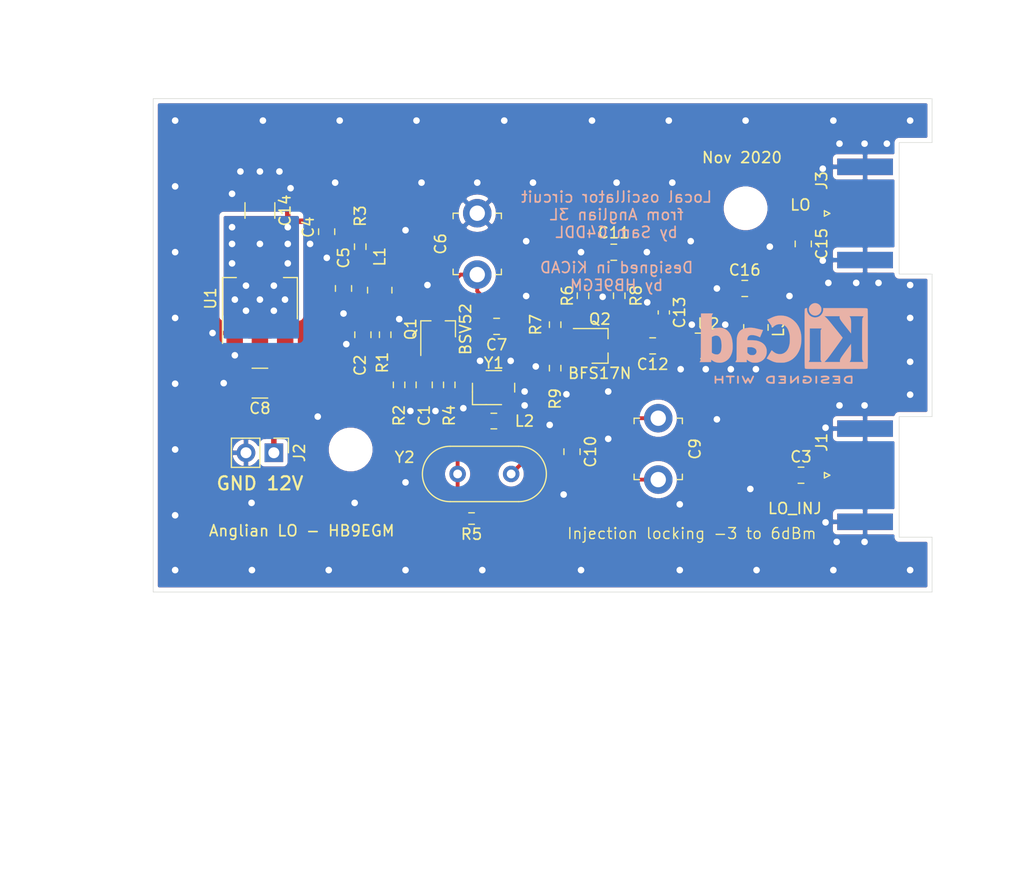
<source format=kicad_pcb>
(kicad_pcb (version 20171130) (host pcbnew 5.1.8)

  (general
    (thickness 1.6)
    (drawings 28)
    (tracks 234)
    (zones 0)
    (modules 40)
    (nets 17)
  )

  (page A4)
  (layers
    (0 F.Cu signal)
    (31 B.Cu signal)
    (32 B.Adhes user)
    (33 F.Adhes user)
    (34 B.Paste user)
    (35 F.Paste user)
    (36 B.SilkS user)
    (37 F.SilkS user)
    (38 B.Mask user)
    (39 F.Mask user)
    (40 Dwgs.User user)
    (41 Cmts.User user)
    (42 Eco1.User user)
    (43 Eco2.User user)
    (44 Edge.Cuts user)
    (45 Margin user)
    (46 B.CrtYd user)
    (47 F.CrtYd user)
    (48 B.Fab user hide)
    (49 F.Fab user hide)
  )

  (setup
    (last_trace_width 0.35)
    (user_trace_width 0.25)
    (user_trace_width 0.35)
    (user_trace_width 0.5)
    (trace_clearance 0.24)
    (zone_clearance 0.4)
    (zone_45_only no)
    (trace_min 0.2)
    (via_size 1)
    (via_drill 0.6)
    (via_min_size 0.4)
    (via_min_drill 0.3)
    (uvia_size 0.3)
    (uvia_drill 0.1)
    (uvias_allowed no)
    (uvia_min_size 0.2)
    (uvia_min_drill 0.1)
    (edge_width 0.05)
    (segment_width 0.2)
    (pcb_text_width 0.3)
    (pcb_text_size 1.5 1.5)
    (mod_edge_width 0.12)
    (mod_text_size 1 1)
    (mod_text_width 0.15)
    (pad_size 1.524 1.524)
    (pad_drill 0.762)
    (pad_to_mask_clearance 0)
    (aux_axis_origin 0 0)
    (visible_elements FFFFFF7F)
    (pcbplotparams
      (layerselection 0x010fc_ffffffff)
      (usegerberextensions false)
      (usegerberattributes true)
      (usegerberadvancedattributes true)
      (creategerberjobfile true)
      (excludeedgelayer true)
      (linewidth 0.100000)
      (plotframeref false)
      (viasonmask false)
      (mode 1)
      (useauxorigin false)
      (hpglpennumber 1)
      (hpglpenspeed 20)
      (hpglpendiameter 15.000000)
      (psnegative false)
      (psa4output false)
      (plotreference true)
      (plotvalue true)
      (plotinvisibletext false)
      (padsonsilk false)
      (subtractmaskfromsilk false)
      (outputformat 1)
      (mirror false)
      (drillshape 0)
      (scaleselection 1)
      (outputdirectory "out"))
  )

  (net 0 "")
  (net 1 "Net-(C1-Pad2)")
  (net 2 GND)
  (net 3 "Net-(C2-Pad2)")
  (net 4 "Net-(C3-Pad2)")
  (net 5 "Net-(C3-Pad1)")
  (net 6 +5V)
  (net 7 "Net-(C6-Pad1)")
  (net 8 "Net-(C7-Pad1)")
  (net 9 +12V)
  (net 10 "Net-(C10-Pad2)")
  (net 11 "Net-(C10-Pad1)")
  (net 12 "Net-(C12-Pad2)")
  (net 13 "Net-(C12-Pad1)")
  (net 14 "Net-(C15-Pad2)")
  (net 15 "Net-(C15-Pad1)")
  (net 16 "Net-(L2-Pad2)")

  (net_class Default "This is the default net class."
    (clearance 0.24)
    (trace_width 0.35)
    (via_dia 1)
    (via_drill 0.6)
    (uvia_dia 0.3)
    (uvia_drill 0.1)
    (add_net "Net-(C1-Pad2)")
    (add_net "Net-(C10-Pad1)")
    (add_net "Net-(C10-Pad2)")
    (add_net "Net-(C12-Pad1)")
    (add_net "Net-(C12-Pad2)")
    (add_net "Net-(C15-Pad1)")
    (add_net "Net-(C15-Pad2)")
    (add_net "Net-(C2-Pad2)")
    (add_net "Net-(C3-Pad1)")
    (add_net "Net-(C3-Pad2)")
    (add_net "Net-(C6-Pad1)")
    (add_net "Net-(C7-Pad1)")
    (add_net "Net-(L2-Pad2)")
  )

  (net_class Power ""
    (clearance 0.4)
    (trace_width 0.5)
    (via_dia 1)
    (via_drill 0.6)
    (uvia_dia 0.3)
    (uvia_drill 0.1)
    (add_net +12V)
    (add_net +5V)
    (add_net GND)
  )

  (module MountingHole:MountingHole_3.2mm_M3 locked (layer F.Cu) (tedit 56D1B4CB) (tstamp 5FB868E2)
    (at 154 76)
    (descr "Mounting Hole 3.2mm, no annular, M3")
    (tags "mounting hole 3.2mm no annular m3")
    (attr virtual)
    (fp_text reference REF** (at 0 -4.2) (layer F.SilkS) hide
      (effects (font (size 1 1) (thickness 0.15)))
    )
    (fp_text value MountingHole_3.2mm_M3 (at 0 4.2) (layer F.Fab)
      (effects (font (size 1 1) (thickness 0.15)))
    )
    (fp_circle (center 0 0) (end 3.2 0) (layer Cmts.User) (width 0.15))
    (fp_circle (center 0 0) (end 3.45 0) (layer F.CrtYd) (width 0.05))
    (fp_text user %R (at 0.3 0) (layer F.Fab)
      (effects (font (size 1 1) (thickness 0.15)))
    )
    (pad 1 np_thru_hole circle (at 0 0) (size 3.2 3.2) (drill 3.2) (layers *.Cu *.Mask))
  )

  (module MountingHole:MountingHole_3.2mm_M3 locked (layer F.Cu) (tedit 56D1B4CB) (tstamp 5FB8687E)
    (at 118 98)
    (descr "Mounting Hole 3.2mm, no annular, M3")
    (tags "mounting hole 3.2mm no annular m3")
    (attr virtual)
    (fp_text reference REF** (at 0 -4.2) (layer F.SilkS) hide
      (effects (font (size 1 1) (thickness 0.15)))
    )
    (fp_text value MountingHole_3.2mm_M3 (at 0 4.2) (layer F.Fab)
      (effects (font (size 1 1) (thickness 0.15)))
    )
    (fp_circle (center 0 0) (end 3.45 0) (layer F.CrtYd) (width 0.05))
    (fp_circle (center 0 0) (end 3.2 0) (layer Cmts.User) (width 0.15))
    (fp_text user %R (at 0.3 0) (layer F.Fab)
      (effects (font (size 1 1) (thickness 0.15)))
    )
    (pad 1 np_thru_hole circle (at 0 0) (size 3.2 3.2) (drill 3.2) (layers *.Cu *.Mask))
  )

  (module Symbol:KiCad-Logo2_6mm_SilkScreen locked (layer B.Cu) (tedit 0) (tstamp 5FB864D5)
    (at 157.48 87.63 180)
    (descr "KiCad Logo")
    (tags "Logo KiCad")
    (attr virtual)
    (fp_text reference REF** (at 0 5.08) (layer B.SilkS) hide
      (effects (font (size 1 1) (thickness 0.15)) (justify mirror))
    )
    (fp_text value KiCad-Logo2_6mm_SilkScreen (at 0 -6.35) (layer B.Fab) hide
      (effects (font (size 1 1) (thickness 0.15)) (justify mirror))
    )
    (fp_poly (pts (xy -6.109663 -3.635258) (xy -6.070181 -3.635659) (xy -5.954492 -3.638451) (xy -5.857603 -3.646742)
      (xy -5.776211 -3.661424) (xy -5.707015 -3.683385) (xy -5.646712 -3.713514) (xy -5.592 -3.752702)
      (xy -5.572459 -3.769724) (xy -5.540042 -3.809555) (xy -5.510812 -3.863605) (xy -5.488283 -3.923515)
      (xy -5.475971 -3.980931) (xy -5.474692 -4.002148) (xy -5.482709 -4.060961) (xy -5.504191 -4.125205)
      (xy -5.535291 -4.186013) (xy -5.572158 -4.234522) (xy -5.578146 -4.240374) (xy -5.628871 -4.281513)
      (xy -5.684417 -4.313627) (xy -5.747988 -4.337557) (xy -5.822786 -4.354145) (xy -5.912014 -4.364233)
      (xy -6.018874 -4.368661) (xy -6.06782 -4.369037) (xy -6.130054 -4.368737) (xy -6.17382 -4.367484)
      (xy -6.203223 -4.364746) (xy -6.222371 -4.359993) (xy -6.235369 -4.352693) (xy -6.242337 -4.346459)
      (xy -6.248918 -4.338886) (xy -6.25408 -4.329116) (xy -6.257995 -4.314532) (xy -6.260835 -4.292518)
      (xy -6.262772 -4.260456) (xy -6.263976 -4.215728) (xy -6.26462 -4.155718) (xy -6.264875 -4.077809)
      (xy -6.264914 -4.002148) (xy -6.265162 -3.901233) (xy -6.265109 -3.820619) (xy -6.264149 -3.782014)
      (xy -6.118159 -3.782014) (xy -6.118159 -4.222281) (xy -6.025026 -4.222196) (xy -5.968985 -4.220588)
      (xy -5.910291 -4.216448) (xy -5.86132 -4.210656) (xy -5.85983 -4.210418) (xy -5.780684 -4.191282)
      (xy -5.719294 -4.161479) (xy -5.672597 -4.11907) (xy -5.642927 -4.073153) (xy -5.624645 -4.022218)
      (xy -5.626063 -3.974392) (xy -5.64728 -3.923125) (xy -5.688781 -3.870091) (xy -5.74629 -3.830792)
      (xy -5.821042 -3.804523) (xy -5.871 -3.795227) (xy -5.927708 -3.788699) (xy -5.987811 -3.783974)
      (xy -6.038931 -3.782009) (xy -6.041959 -3.782) (xy -6.118159 -3.782014) (xy -6.264149 -3.782014)
      (xy -6.263552 -3.758043) (xy -6.25929 -3.711247) (xy -6.251122 -3.67797) (xy -6.237848 -3.655951)
      (xy -6.218266 -3.642931) (xy -6.191175 -3.636649) (xy -6.155374 -3.634845) (xy -6.109663 -3.635258)) (layer B.SilkS) (width 0.01))
    (fp_poly (pts (xy -4.701086 -3.635338) (xy -4.631678 -3.63571) (xy -4.579289 -3.636577) (xy -4.541139 -3.638138)
      (xy -4.514451 -3.640595) (xy -4.496445 -3.644149) (xy -4.484341 -3.649002) (xy -4.475361 -3.655353)
      (xy -4.47211 -3.658276) (xy -4.452335 -3.689334) (xy -4.448774 -3.72502) (xy -4.461783 -3.756702)
      (xy -4.467798 -3.763105) (xy -4.477527 -3.769313) (xy -4.493193 -3.774102) (xy -4.5177 -3.777706)
      (xy -4.553953 -3.780356) (xy -4.604857 -3.782287) (xy -4.673318 -3.783731) (xy -4.735909 -3.78461)
      (xy -4.983626 -3.787659) (xy -4.987011 -3.85257) (xy -4.990397 -3.917481) (xy -4.82225 -3.917481)
      (xy -4.749251 -3.918111) (xy -4.695809 -3.920745) (xy -4.65892 -3.926501) (xy -4.63558 -3.936496)
      (xy -4.622786 -3.951848) (xy -4.617534 -3.973674) (xy -4.616737 -3.99393) (xy -4.619215 -4.018784)
      (xy -4.628569 -4.037098) (xy -4.647675 -4.049829) (xy -4.67941 -4.057933) (xy -4.726651 -4.062368)
      (xy -4.792275 -4.064091) (xy -4.828093 -4.064237) (xy -4.98927 -4.064237) (xy -4.98927 -4.222281)
      (xy -4.740914 -4.222281) (xy -4.659505 -4.222394) (xy -4.597634 -4.222904) (xy -4.55226 -4.224062)
      (xy -4.520346 -4.226122) (xy -4.498851 -4.229338) (xy -4.484735 -4.233964) (xy -4.47496 -4.240251)
      (xy -4.469981 -4.244859) (xy -4.452902 -4.271752) (xy -4.447403 -4.295659) (xy -4.455255 -4.324859)
      (xy -4.469981 -4.346459) (xy -4.477838 -4.353258) (xy -4.48798 -4.358538) (xy -4.503136 -4.36249)
      (xy -4.526033 -4.365305) (xy -4.559401 -4.367174) (xy -4.605967 -4.36829) (xy -4.668459 -4.368843)
      (xy -4.749606 -4.369025) (xy -4.791714 -4.369037) (xy -4.88189 -4.368957) (xy -4.952216 -4.36859)
      (xy -5.005421 -4.367744) (xy -5.044232 -4.366228) (xy -5.071379 -4.363851) (xy -5.08959 -4.360421)
      (xy -5.101592 -4.355746) (xy -5.110114 -4.349636) (xy -5.113448 -4.346459) (xy -5.120047 -4.338862)
      (xy -5.125219 -4.329062) (xy -5.129138 -4.314431) (xy -5.131976 -4.292344) (xy -5.133907 -4.260174)
      (xy -5.135104 -4.215295) (xy -5.13574 -4.155081) (xy -5.135989 -4.076905) (xy -5.136026 -4.004115)
      (xy -5.135992 -3.910899) (xy -5.135757 -3.837623) (xy -5.135122 -3.78165) (xy -5.133886 -3.740343)
      (xy -5.131848 -3.711064) (xy -5.128809 -3.691176) (xy -5.124569 -3.678042) (xy -5.118927 -3.669024)
      (xy -5.111683 -3.661485) (xy -5.109898 -3.659804) (xy -5.101237 -3.652364) (xy -5.091174 -3.646601)
      (xy -5.076917 -3.642304) (xy -5.055675 -3.639256) (xy -5.024656 -3.637243) (xy -4.981069 -3.636052)
      (xy -4.922123 -3.635467) (xy -4.845026 -3.635275) (xy -4.790293 -3.635259) (xy -4.701086 -3.635338)) (layer B.SilkS) (width 0.01))
    (fp_poly (pts (xy -3.679995 -3.636543) (xy -3.60518 -3.641773) (xy -3.535598 -3.649942) (xy -3.475294 -3.660742)
      (xy -3.428312 -3.673865) (xy -3.398698 -3.689005) (xy -3.394152 -3.693461) (xy -3.378346 -3.728042)
      (xy -3.383139 -3.763543) (xy -3.407656 -3.793917) (xy -3.408826 -3.794788) (xy -3.423246 -3.804146)
      (xy -3.4383 -3.809068) (xy -3.459297 -3.809665) (xy -3.491549 -3.806053) (xy -3.540365 -3.798346)
      (xy -3.544292 -3.797697) (xy -3.617031 -3.788761) (xy -3.695509 -3.784353) (xy -3.774219 -3.784311)
      (xy -3.847653 -3.788471) (xy -3.910303 -3.796671) (xy -3.956662 -3.808749) (xy -3.959708 -3.809963)
      (xy -3.99334 -3.828807) (xy -4.005156 -3.847877) (xy -3.995906 -3.866631) (xy -3.966339 -3.884529)
      (xy -3.917203 -3.901029) (xy -3.849249 -3.915588) (xy -3.803937 -3.922598) (xy -3.709748 -3.936081)
      (xy -3.634836 -3.948406) (xy -3.576009 -3.960641) (xy -3.530077 -3.973853) (xy -3.493847 -3.989109)
      (xy -3.46413 -4.007477) (xy -3.437734 -4.030023) (xy -3.416522 -4.052163) (xy -3.391357 -4.083011)
      (xy -3.378973 -4.109537) (xy -3.3751 -4.142218) (xy -3.374959 -4.154187) (xy -3.377868 -4.193904)
      (xy -3.389494 -4.223451) (xy -3.409615 -4.249678) (xy -3.450508 -4.289768) (xy -3.496109 -4.320341)
      (xy -3.549805 -4.342395) (xy -3.614984 -4.356927) (xy -3.695036 -4.364933) (xy -3.793349 -4.36741)
      (xy -3.809581 -4.367369) (xy -3.875141 -4.36601) (xy -3.940158 -4.362922) (xy -3.997544 -4.358548)
      (xy -4.040214 -4.353332) (xy -4.043664 -4.352733) (xy -4.086088 -4.342683) (xy -4.122072 -4.329988)
      (xy -4.142442 -4.318382) (xy -4.161399 -4.287764) (xy -4.162719 -4.25211) (xy -4.146377 -4.220336)
      (xy -4.142721 -4.216743) (xy -4.127607 -4.206068) (xy -4.108707 -4.201468) (xy -4.079454 -4.202251)
      (xy -4.043943 -4.206319) (xy -4.004262 -4.209954) (xy -3.948637 -4.21302) (xy -3.883698 -4.215245)
      (xy -3.816077 -4.216356) (xy -3.798292 -4.216429) (xy -3.73042 -4.216156) (xy -3.680746 -4.214838)
      (xy -3.644902 -4.212019) (xy -3.618516 -4.207242) (xy -3.597218 -4.200049) (xy -3.584418 -4.194059)
      (xy -3.556292 -4.177425) (xy -3.53836 -4.16236) (xy -3.535739 -4.158089) (xy -3.541268 -4.140455)
      (xy -3.567552 -4.123384) (xy -3.61277 -4.10765) (xy -3.6751 -4.09403) (xy -3.693463 -4.090996)
      (xy -3.789382 -4.07593) (xy -3.865933 -4.063338) (xy -3.926072 -4.052303) (xy -3.972752 -4.041912)
      (xy -4.008929 -4.031248) (xy -4.037557 -4.019397) (xy -4.06159 -4.005443) (xy -4.083984 -3.988473)
      (xy -4.107694 -3.96757) (xy -4.115672 -3.960241) (xy -4.143645 -3.932891) (xy -4.158452 -3.911221)
      (xy -4.164244 -3.886424) (xy -4.165181 -3.855175) (xy -4.154867 -3.793897) (xy -4.124044 -3.741832)
      (xy -4.072887 -3.69915) (xy -4.001575 -3.666017) (xy -3.950692 -3.651156) (xy -3.895392 -3.641558)
      (xy -3.829145 -3.636128) (xy -3.755998 -3.634559) (xy -3.679995 -3.636543)) (layer B.SilkS) (width 0.01))
    (fp_poly (pts (xy -2.912114 -3.657837) (xy -2.905534 -3.66541) (xy -2.900371 -3.675179) (xy -2.896456 -3.689763)
      (xy -2.893616 -3.711777) (xy -2.891679 -3.74384) (xy -2.890475 -3.788567) (xy -2.889831 -3.848577)
      (xy -2.889576 -3.926486) (xy -2.889537 -4.002148) (xy -2.889606 -4.095994) (xy -2.88993 -4.169881)
      (xy -2.890678 -4.226424) (xy -2.892024 -4.268241) (xy -2.894138 -4.297949) (xy -2.897192 -4.318165)
      (xy -2.901358 -4.331506) (xy -2.906808 -4.34059) (xy -2.912114 -4.346459) (xy -2.945118 -4.366139)
      (xy -2.980283 -4.364373) (xy -3.011747 -4.342909) (xy -3.018976 -4.334529) (xy -3.024626 -4.324806)
      (xy -3.028891 -4.311053) (xy -3.031965 -4.290581) (xy -3.034044 -4.260704) (xy -3.035322 -4.218733)
      (xy -3.035993 -4.161981) (xy -3.036251 -4.087759) (xy -3.036292 -4.003729) (xy -3.036292 -3.690677)
      (xy -3.008583 -3.662968) (xy -2.974429 -3.639655) (xy -2.941298 -3.638815) (xy -2.912114 -3.657837)) (layer B.SilkS) (width 0.01))
    (fp_poly (pts (xy -1.938373 -3.640791) (xy -1.869857 -3.652287) (xy -1.817235 -3.670159) (xy -1.783 -3.693691)
      (xy -1.773671 -3.707116) (xy -1.764185 -3.73834) (xy -1.770569 -3.766587) (xy -1.790722 -3.793374)
      (xy -1.822037 -3.805905) (xy -1.867475 -3.804888) (xy -1.902618 -3.798098) (xy -1.980711 -3.785163)
      (xy -2.060518 -3.783934) (xy -2.149847 -3.794433) (xy -2.174521 -3.798882) (xy -2.257583 -3.8223)
      (xy -2.322565 -3.857137) (xy -2.368753 -3.902796) (xy -2.395437 -3.958686) (xy -2.400955 -3.98758)
      (xy -2.397343 -4.046204) (xy -2.374021 -4.098071) (xy -2.333116 -4.14217) (xy -2.276751 -4.177491)
      (xy -2.207052 -4.203021) (xy -2.126144 -4.217751) (xy -2.036152 -4.22067) (xy -1.939202 -4.210767)
      (xy -1.933728 -4.209833) (xy -1.895167 -4.202651) (xy -1.873786 -4.195713) (xy -1.864519 -4.185419)
      (xy -1.862298 -4.168168) (xy -1.862248 -4.159033) (xy -1.862248 -4.120681) (xy -1.930723 -4.120681)
      (xy -1.991192 -4.116539) (xy -2.032457 -4.103339) (xy -2.056467 -4.079922) (xy -2.065169 -4.045128)
      (xy -2.065275 -4.040586) (xy -2.060184 -4.010846) (xy -2.042725 -3.989611) (xy -2.010231 -3.975558)
      (xy -1.960035 -3.967365) (xy -1.911415 -3.964353) (xy -1.840748 -3.962625) (xy -1.78949 -3.965262)
      (xy -1.754531 -3.974992) (xy -1.732762 -3.994545) (xy -1.721072 -4.026648) (xy -1.716352 -4.07403)
      (xy -1.715492 -4.136263) (xy -1.716901 -4.205727) (xy -1.72114 -4.252978) (xy -1.728228 -4.278204)
      (xy -1.729603 -4.28018) (xy -1.76852 -4.3117) (xy -1.825578 -4.336662) (xy -1.897161 -4.354532)
      (xy -1.97965 -4.364778) (xy -2.069431 -4.366865) (xy -2.162884 -4.36026) (xy -2.217848 -4.352148)
      (xy -2.304058 -4.327746) (xy -2.384184 -4.287854) (xy -2.451269 -4.236079) (xy -2.461465 -4.225731)
      (xy -2.494594 -4.182227) (xy -2.524486 -4.12831) (xy -2.547649 -4.071784) (xy -2.56059 -4.020451)
      (xy -2.56215 -4.000736) (xy -2.55551 -3.959611) (xy -2.53786 -3.908444) (xy -2.512589 -3.854586)
      (xy -2.483081 -3.805387) (xy -2.457011 -3.772526) (xy -2.396057 -3.723644) (xy -2.317261 -3.684737)
      (xy -2.223449 -3.656686) (xy -2.117442 -3.640371) (xy -2.020292 -3.636384) (xy -1.938373 -3.640791)) (layer B.SilkS) (width 0.01))
    (fp_poly (pts (xy -1.288406 -3.63964) (xy -1.26484 -3.653465) (xy -1.234027 -3.676073) (xy -1.19437 -3.70853)
      (xy -1.144272 -3.7519) (xy -1.082135 -3.80725) (xy -1.006364 -3.875643) (xy -0.919626 -3.954276)
      (xy -0.739003 -4.11807) (xy -0.733359 -3.898221) (xy -0.731321 -3.822543) (xy -0.729355 -3.766186)
      (xy -0.727026 -3.725898) (xy -0.723898 -3.698427) (xy -0.719537 -3.680521) (xy -0.713508 -3.668929)
      (xy -0.705376 -3.6604) (xy -0.701064 -3.656815) (xy -0.666533 -3.637862) (xy -0.633675 -3.640633)
      (xy -0.60761 -3.656825) (xy -0.580959 -3.678391) (xy -0.577644 -3.993343) (xy -0.576727 -4.085971)
      (xy -0.57626 -4.158736) (xy -0.576405 -4.214353) (xy -0.577324 -4.255534) (xy -0.579179 -4.284995)
      (xy -0.582131 -4.305447) (xy -0.586342 -4.319605) (xy -0.591974 -4.330183) (xy -0.598219 -4.338666)
      (xy -0.611731 -4.354399) (xy -0.625175 -4.364828) (xy -0.640416 -4.368831) (xy -0.659318 -4.365286)
      (xy -0.683747 -4.353071) (xy -0.715565 -4.331063) (xy -0.75664 -4.298141) (xy -0.808834 -4.253183)
      (xy -0.874014 -4.195067) (xy -0.947848 -4.128291) (xy -1.213137 -3.88765) (xy -1.218781 -4.106781)
      (xy -1.220823 -4.18232) (xy -1.222794 -4.238546) (xy -1.225131 -4.278716) (xy -1.228273 -4.306088)
      (xy -1.232656 -4.32392) (xy -1.238716 -4.335471) (xy -1.246892 -4.343999) (xy -1.251076 -4.347474)
      (xy -1.288057 -4.366564) (xy -1.323 -4.363685) (xy -1.353428 -4.339292) (xy -1.360389 -4.329478)
      (xy -1.365815 -4.318018) (xy -1.369895 -4.30216) (xy -1.372821 -4.279155) (xy -1.374784 -4.246254)
      (xy -1.375975 -4.200708) (xy -1.376584 -4.139765) (xy -1.376803 -4.060678) (xy -1.376826 -4.002148)
      (xy -1.376752 -3.910599) (xy -1.376405 -3.838879) (xy -1.375593 -3.784237) (xy -1.374125 -3.743924)
      (xy -1.371811 -3.71519) (xy -1.368459 -3.695285) (xy -1.36388 -3.68146) (xy -1.357881 -3.670964)
      (xy -1.353428 -3.665003) (xy -1.342142 -3.650883) (xy -1.331593 -3.640221) (xy -1.320185 -3.634084)
      (xy -1.306322 -3.633535) (xy -1.288406 -3.63964)) (layer B.SilkS) (width 0.01))
    (fp_poly (pts (xy 0.242051 -3.635452) (xy 0.318409 -3.636366) (xy 0.376925 -3.638503) (xy 0.419963 -3.642367)
      (xy 0.449891 -3.648459) (xy 0.469076 -3.657282) (xy 0.479884 -3.669338) (xy 0.484681 -3.685131)
      (xy 0.485835 -3.705162) (xy 0.485841 -3.707527) (xy 0.484839 -3.730184) (xy 0.480104 -3.747695)
      (xy 0.469041 -3.760766) (xy 0.449056 -3.770105) (xy 0.417554 -3.776419) (xy 0.37194 -3.780414)
      (xy 0.309621 -3.782798) (xy 0.228001 -3.784278) (xy 0.202985 -3.784606) (xy -0.039092 -3.787659)
      (xy -0.042478 -3.85257) (xy -0.045863 -3.917481) (xy 0.122284 -3.917481) (xy 0.187974 -3.917723)
      (xy 0.23488 -3.918748) (xy 0.266791 -3.921003) (xy 0.287499 -3.924934) (xy 0.300792 -3.93099)
      (xy 0.310463 -3.939616) (xy 0.310525 -3.939685) (xy 0.328064 -3.973304) (xy 0.32743 -4.00964)
      (xy 0.309022 -4.040615) (xy 0.305379 -4.043799) (xy 0.292449 -4.052004) (xy 0.274732 -4.057713)
      (xy 0.248278 -4.061354) (xy 0.20914 -4.063359) (xy 0.15337 -4.064156) (xy 0.117702 -4.064237)
      (xy -0.044737 -4.064237) (xy -0.044737 -4.222281) (xy 0.201869 -4.222281) (xy 0.283288 -4.222423)
      (xy 0.345118 -4.223006) (xy 0.390345 -4.22426) (xy 0.421956 -4.226419) (xy 0.442939 -4.229715)
      (xy 0.456281 -4.234381) (xy 0.464969 -4.240649) (xy 0.467158 -4.242925) (xy 0.483322 -4.274472)
      (xy 0.484505 -4.31036) (xy 0.471244 -4.341477) (xy 0.460751 -4.351463) (xy 0.449837 -4.356961)
      (xy 0.432925 -4.361214) (xy 0.407341 -4.364372) (xy 0.370409 -4.366584) (xy 0.319454 -4.367998)
      (xy 0.251802 -4.368764) (xy 0.164777 -4.36903) (xy 0.145102 -4.369037) (xy 0.056619 -4.368979)
      (xy -0.012065 -4.368659) (xy -0.063728 -4.367859) (xy -0.101147 -4.366359) (xy -0.127102 -4.363941)
      (xy -0.14437 -4.360386) (xy -0.15573 -4.355474) (xy -0.16396 -4.348987) (xy -0.168475 -4.34433)
      (xy -0.175271 -4.336081) (xy -0.18058 -4.325861) (xy -0.184586 -4.310992) (xy -0.187471 -4.288794)
      (xy -0.189418 -4.256585) (xy -0.190611 -4.211688) (xy -0.191231 -4.15142) (xy -0.191463 -4.073103)
      (xy -0.191492 -4.007186) (xy -0.191421 -3.91482) (xy -0.191084 -3.842309) (xy -0.190294 -3.786929)
      (xy -0.188866 -3.745957) (xy -0.186613 -3.71667) (xy -0.183349 -3.696345) (xy -0.178888 -3.682258)
      (xy -0.173044 -3.671687) (xy -0.168095 -3.665003) (xy -0.144698 -3.635259) (xy 0.145482 -3.635259)
      (xy 0.242051 -3.635452)) (layer B.SilkS) (width 0.01))
    (fp_poly (pts (xy 1.030017 -3.635467) (xy 1.158996 -3.639828) (xy 1.268699 -3.653053) (xy 1.360934 -3.675933)
      (xy 1.43751 -3.709262) (xy 1.500235 -3.75383) (xy 1.55092 -3.810428) (xy 1.591371 -3.87985)
      (xy 1.592167 -3.881543) (xy 1.616309 -3.943675) (xy 1.624911 -3.998701) (xy 1.617939 -4.054079)
      (xy 1.595362 -4.117265) (xy 1.59108 -4.126881) (xy 1.56188 -4.183158) (xy 1.529064 -4.226643)
      (xy 1.48671 -4.263609) (xy 1.428898 -4.300327) (xy 1.425539 -4.302244) (xy 1.375212 -4.326419)
      (xy 1.318329 -4.344474) (xy 1.251235 -4.357031) (xy 1.170273 -4.364714) (xy 1.07179 -4.368145)
      (xy 1.036994 -4.368443) (xy 0.871302 -4.369037) (xy 0.847905 -4.339292) (xy 0.840965 -4.329511)
      (xy 0.83555 -4.318089) (xy 0.831473 -4.302287) (xy 0.828545 -4.279367) (xy 0.826575 -4.246588)
      (xy 0.825933 -4.222281) (xy 0.982552 -4.222281) (xy 1.076434 -4.222281) (xy 1.131372 -4.220675)
      (xy 1.187768 -4.216447) (xy 1.234053 -4.210484) (xy 1.236847 -4.209982) (xy 1.319056 -4.187928)
      (xy 1.382822 -4.154792) (xy 1.43016 -4.109039) (xy 1.46309 -4.049131) (xy 1.468816 -4.033253)
      (xy 1.474429 -4.008525) (xy 1.471999 -3.984094) (xy 1.460175 -3.951592) (xy 1.453048 -3.935626)
      (xy 1.429708 -3.893198) (xy 1.401588 -3.863432) (xy 1.370648 -3.842703) (xy 1.308674 -3.815729)
      (xy 1.229359 -3.79619) (xy 1.136961 -3.784938) (xy 1.070041 -3.782462) (xy 0.982552 -3.782014)
      (xy 0.982552 -4.222281) (xy 0.825933 -4.222281) (xy 0.825376 -4.201213) (xy 0.824758 -4.140503)
      (xy 0.824533 -4.061718) (xy 0.824508 -4.000112) (xy 0.824508 -3.690677) (xy 0.852217 -3.662968)
      (xy 0.864514 -3.651736) (xy 0.877811 -3.644045) (xy 0.89638 -3.639232) (xy 0.924494 -3.636638)
      (xy 0.966425 -3.635602) (xy 1.026445 -3.635462) (xy 1.030017 -3.635467)) (layer B.SilkS) (width 0.01))
    (fp_poly (pts (xy 3.756373 -3.637226) (xy 3.775963 -3.644227) (xy 3.776718 -3.644569) (xy 3.803321 -3.66487)
      (xy 3.817978 -3.685753) (xy 3.820846 -3.695544) (xy 3.820704 -3.708553) (xy 3.816669 -3.727087)
      (xy 3.807854 -3.753449) (xy 3.793377 -3.789944) (xy 3.772353 -3.838879) (xy 3.743896 -3.902557)
      (xy 3.707123 -3.983285) (xy 3.686883 -4.027408) (xy 3.650333 -4.106177) (xy 3.616023 -4.178615)
      (xy 3.58526 -4.242072) (xy 3.559356 -4.2939) (xy 3.539618 -4.331451) (xy 3.527358 -4.352076)
      (xy 3.524932 -4.354925) (xy 3.493891 -4.367494) (xy 3.458829 -4.365811) (xy 3.430708 -4.350524)
      (xy 3.429562 -4.349281) (xy 3.418376 -4.332346) (xy 3.399612 -4.299362) (xy 3.375583 -4.254572)
      (xy 3.348605 -4.202224) (xy 3.338909 -4.182934) (xy 3.265722 -4.036342) (xy 3.185948 -4.195585)
      (xy 3.157475 -4.250607) (xy 3.131058 -4.298324) (xy 3.108856 -4.335085) (xy 3.093027 -4.357236)
      (xy 3.087662 -4.361933) (xy 3.045965 -4.368294) (xy 3.011557 -4.354925) (xy 3.001436 -4.340638)
      (xy 2.983922 -4.308884) (xy 2.960443 -4.262789) (xy 2.932428 -4.205477) (xy 2.901307 -4.140072)
      (xy 2.868507 -4.069699) (xy 2.835458 -3.997483) (xy 2.803589 -3.926547) (xy 2.774327 -3.860017)
      (xy 2.749103 -3.801018) (xy 2.729344 -3.752673) (xy 2.71648 -3.718107) (xy 2.711939 -3.700445)
      (xy 2.711985 -3.699805) (xy 2.723034 -3.67758) (xy 2.745118 -3.654945) (xy 2.746418 -3.65396)
      (xy 2.773561 -3.638617) (xy 2.798666 -3.638766) (xy 2.808076 -3.641658) (xy 2.819542 -3.64791)
      (xy 2.831718 -3.660206) (xy 2.846065 -3.6811) (xy 2.864044 -3.713141) (xy 2.887115 -3.75888)
      (xy 2.916738 -3.820869) (xy 2.943453 -3.87809) (xy 2.974188 -3.944418) (xy 3.001729 -4.004066)
      (xy 3.024646 -4.053917) (xy 3.041506 -4.090856) (xy 3.050881 -4.111765) (xy 3.052248 -4.115037)
      (xy 3.058397 -4.109689) (xy 3.07253 -4.087301) (xy 3.092765 -4.051138) (xy 3.117223 -4.004469)
      (xy 3.126956 -3.985214) (xy 3.159925 -3.920196) (xy 3.185351 -3.872846) (xy 3.20532 -3.840411)
      (xy 3.221918 -3.820138) (xy 3.237232 -3.809274) (xy 3.253348 -3.805067) (xy 3.263851 -3.804592)
      (xy 3.282378 -3.806234) (xy 3.298612 -3.813023) (xy 3.314743 -3.827758) (xy 3.332959 -3.853236)
      (xy 3.355447 -3.892253) (xy 3.384397 -3.947606) (xy 3.40037 -3.979095) (xy 3.426278 -4.029279)
      (xy 3.448875 -4.070896) (xy 3.466166 -4.100434) (xy 3.476158 -4.114381) (xy 3.477517 -4.114962)
      (xy 3.483969 -4.103985) (xy 3.498416 -4.075482) (xy 3.519411 -4.032436) (xy 3.545505 -3.97783)
      (xy 3.575254 -3.914646) (xy 3.589888 -3.883263) (xy 3.627958 -3.80227) (xy 3.658613 -3.739948)
      (xy 3.683445 -3.694263) (xy 3.704045 -3.663181) (xy 3.722006 -3.64467) (xy 3.738918 -3.636696)
      (xy 3.756373 -3.637226)) (layer B.SilkS) (width 0.01))
    (fp_poly (pts (xy 4.200322 -3.642069) (xy 4.224035 -3.656839) (xy 4.250686 -3.678419) (xy 4.250686 -3.999965)
      (xy 4.250601 -4.094022) (xy 4.250237 -4.168124) (xy 4.249432 -4.224896) (xy 4.248021 -4.26696)
      (xy 4.245841 -4.29694) (xy 4.242729 -4.317459) (xy 4.238522 -4.331141) (xy 4.233056 -4.340608)
      (xy 4.22918 -4.345274) (xy 4.197742 -4.365767) (xy 4.161941 -4.364931) (xy 4.130581 -4.347456)
      (xy 4.10393 -4.325876) (xy 4.10393 -3.678419) (xy 4.130581 -3.656839) (xy 4.156302 -3.641141)
      (xy 4.177308 -3.635259) (xy 4.200322 -3.642069)) (layer B.SilkS) (width 0.01))
    (fp_poly (pts (xy 4.974773 -3.635355) (xy 5.05348 -3.635734) (xy 5.114571 -3.636525) (xy 5.160525 -3.637862)
      (xy 5.193822 -3.639875) (xy 5.216944 -3.642698) (xy 5.23237 -3.646461) (xy 5.242579 -3.651297)
      (xy 5.247521 -3.655014) (xy 5.273165 -3.68755) (xy 5.276267 -3.72133) (xy 5.260419 -3.752018)
      (xy 5.250056 -3.764281) (xy 5.238904 -3.772642) (xy 5.222743 -3.777849) (xy 5.19735 -3.780649)
      (xy 5.158506 -3.781788) (xy 5.101988 -3.782013) (xy 5.090888 -3.782014) (xy 4.944952 -3.782014)
      (xy 4.944952 -4.052948) (xy 4.944856 -4.138346) (xy 4.944419 -4.204056) (xy 4.94342 -4.252966)
      (xy 4.941636 -4.287965) (xy 4.938845 -4.311941) (xy 4.934825 -4.327785) (xy 4.929353 -4.338383)
      (xy 4.922374 -4.346459) (xy 4.889442 -4.366304) (xy 4.855062 -4.36474) (xy 4.823884 -4.342098)
      (xy 4.821594 -4.339292) (xy 4.814137 -4.328684) (xy 4.808455 -4.316273) (xy 4.804309 -4.299042)
      (xy 4.801458 -4.273976) (xy 4.799662 -4.238059) (xy 4.79868 -4.188275) (xy 4.798272 -4.121609)
      (xy 4.798197 -4.045781) (xy 4.798197 -3.782014) (xy 4.658835 -3.782014) (xy 4.59903 -3.78161)
      (xy 4.557626 -3.780032) (xy 4.530456 -3.776739) (xy 4.513354 -3.771184) (xy 4.502151 -3.762823)
      (xy 4.500791 -3.76137) (xy 4.484433 -3.728131) (xy 4.48588 -3.690554) (xy 4.504686 -3.657837)
      (xy 4.511958 -3.65149) (xy 4.521335 -3.646458) (xy 4.535317 -3.642588) (xy 4.556404 -3.639729)
      (xy 4.587097 -3.637727) (xy 4.629897 -3.636431) (xy 4.687303 -3.63569) (xy 4.761818 -3.63535)
      (xy 4.855941 -3.63526) (xy 4.875968 -3.635259) (xy 4.974773 -3.635355)) (layer B.SilkS) (width 0.01))
    (fp_poly (pts (xy 6.240531 -3.640725) (xy 6.27191 -3.662968) (xy 6.299619 -3.690677) (xy 6.299619 -4.000112)
      (xy 6.299546 -4.091991) (xy 6.299203 -4.164032) (xy 6.2984 -4.218972) (xy 6.296949 -4.259552)
      (xy 6.29466 -4.288509) (xy 6.291344 -4.308583) (xy 6.286813 -4.322513) (xy 6.280877 -4.333037)
      (xy 6.276222 -4.339292) (xy 6.245491 -4.363865) (xy 6.210204 -4.366533) (xy 6.177953 -4.351463)
      (xy 6.167296 -4.342566) (xy 6.160172 -4.330749) (xy 6.155875 -4.311718) (xy 6.153699 -4.281184)
      (xy 6.152936 -4.234854) (xy 6.152863 -4.199063) (xy 6.152863 -4.064237) (xy 5.656152 -4.064237)
      (xy 5.656152 -4.186892) (xy 5.655639 -4.242979) (xy 5.653584 -4.281525) (xy 5.649216 -4.307553)
      (xy 5.641764 -4.326089) (xy 5.632755 -4.339292) (xy 5.601852 -4.363796) (xy 5.566904 -4.366698)
      (xy 5.533446 -4.349281) (xy 5.524312 -4.340151) (xy 5.51786 -4.328047) (xy 5.513605 -4.309193)
      (xy 5.51106 -4.279812) (xy 5.509737 -4.236129) (xy 5.509151 -4.174367) (xy 5.509083 -4.160192)
      (xy 5.508599 -4.043823) (xy 5.508349 -3.947919) (xy 5.508431 -3.870369) (xy 5.508939 -3.809061)
      (xy 5.50997 -3.761882) (xy 5.511621 -3.726722) (xy 5.513987 -3.701468) (xy 5.517165 -3.684009)
      (xy 5.521252 -3.672233) (xy 5.526342 -3.664027) (xy 5.531974 -3.657837) (xy 5.563836 -3.638036)
      (xy 5.597065 -3.640725) (xy 5.628443 -3.662968) (xy 5.641141 -3.677318) (xy 5.649234 -3.69317)
      (xy 5.65375 -3.715746) (xy 5.655714 -3.75027) (xy 5.656152 -3.801968) (xy 5.656152 -3.917481)
      (xy 6.152863 -3.917481) (xy 6.152863 -3.798948) (xy 6.15337 -3.74434) (xy 6.155406 -3.707467)
      (xy 6.159743 -3.683499) (xy 6.167155 -3.667607) (xy 6.175441 -3.657837) (xy 6.207302 -3.638036)
      (xy 6.240531 -3.640725)) (layer B.SilkS) (width 0.01))
    (fp_poly (pts (xy -2.726079 2.96351) (xy -2.622973 2.927762) (xy -2.526978 2.871493) (xy -2.441247 2.794712)
      (xy -2.36893 2.697427) (xy -2.336445 2.636108) (xy -2.308332 2.55034) (xy -2.294705 2.451323)
      (xy -2.296214 2.349529) (xy -2.312969 2.257286) (xy -2.358763 2.144568) (xy -2.425168 2.046793)
      (xy -2.508809 1.965885) (xy -2.606312 1.903768) (xy -2.7143 1.862366) (xy -2.829399 1.843603)
      (xy -2.948234 1.849402) (xy -3.006811 1.861794) (xy -3.120972 1.906203) (xy -3.222365 1.973967)
      (xy -3.308545 2.062999) (xy -3.377066 2.171209) (xy -3.382864 2.183027) (xy -3.402904 2.227372)
      (xy -3.415487 2.26472) (xy -3.422319 2.30412) (xy -3.425105 2.354619) (xy -3.425568 2.409567)
      (xy -3.424803 2.475585) (xy -3.421352 2.523311) (xy -3.413477 2.561897) (xy -3.399443 2.600494)
      (xy -3.38212 2.638574) (xy -3.317505 2.746672) (xy -3.237934 2.834197) (xy -3.14656 2.901159)
      (xy -3.046536 2.947564) (xy -2.941012 2.973419) (xy -2.833142 2.978732) (xy -2.726079 2.96351)) (layer B.SilkS) (width 0.01))
    (fp_poly (pts (xy 6.84227 2.043175) (xy 6.959041 2.042696) (xy 6.998729 2.042455) (xy 7.544486 2.038865)
      (xy 7.551351 -0.054919) (xy 7.552258 -0.338842) (xy 7.553062 -0.59664) (xy 7.553815 -0.829646)
      (xy 7.554569 -1.039194) (xy 7.555375 -1.226618) (xy 7.556285 -1.39325) (xy 7.557351 -1.540425)
      (xy 7.558624 -1.669477) (xy 7.560156 -1.781739) (xy 7.561998 -1.878544) (xy 7.564203 -1.961226)
      (xy 7.566822 -2.031119) (xy 7.569906 -2.089557) (xy 7.573508 -2.137872) (xy 7.577678 -2.1774)
      (xy 7.582469 -2.209473) (xy 7.587931 -2.235424) (xy 7.594118 -2.256589) (xy 7.60108 -2.274299)
      (xy 7.608869 -2.289889) (xy 7.617537 -2.304693) (xy 7.627135 -2.320044) (xy 7.637715 -2.337276)
      (xy 7.639884 -2.340946) (xy 7.676268 -2.403031) (xy 7.150431 -2.399434) (xy 6.624594 -2.395838)
      (xy 6.617729 -2.280331) (xy 6.613992 -2.224899) (xy 6.610097 -2.192851) (xy 6.604811 -2.180135)
      (xy 6.596903 -2.182696) (xy 6.59027 -2.190024) (xy 6.561374 -2.216714) (xy 6.514279 -2.251021)
      (xy 6.45562 -2.288846) (xy 6.392031 -2.32609) (xy 6.330149 -2.358653) (xy 6.282634 -2.380077)
      (xy 6.171316 -2.415283) (xy 6.043596 -2.440222) (xy 5.908901 -2.453941) (xy 5.776663 -2.455486)
      (xy 5.656308 -2.443906) (xy 5.654326 -2.443574) (xy 5.489641 -2.40225) (xy 5.335479 -2.336412)
      (xy 5.193328 -2.247474) (xy 5.064675 -2.136852) (xy 4.951007 -2.005961) (xy 4.85381 -1.856216)
      (xy 4.774572 -1.689033) (xy 4.73143 -1.56519) (xy 4.702979 -1.461581) (xy 4.68188 -1.361252)
      (xy 4.667488 -1.258109) (xy 4.659158 -1.146057) (xy 4.656245 -1.019001) (xy 4.657535 -0.915252)
      (xy 5.67065 -0.915252) (xy 5.675444 -1.089222) (xy 5.690568 -1.238895) (xy 5.716485 -1.365597)
      (xy 5.753663 -1.470658) (xy 5.802565 -1.555406) (xy 5.863658 -1.621169) (xy 5.934177 -1.667659)
      (xy 5.970871 -1.685014) (xy 6.002696 -1.695419) (xy 6.038177 -1.700179) (xy 6.085841 -1.700601)
      (xy 6.137189 -1.698748) (xy 6.238169 -1.689841) (xy 6.318035 -1.672398) (xy 6.343135 -1.663661)
      (xy 6.400448 -1.637857) (xy 6.460897 -1.605453) (xy 6.487297 -1.589233) (xy 6.555946 -1.544205)
      (xy 6.555946 -0.116982) (xy 6.480432 -0.071718) (xy 6.375121 -0.020572) (xy 6.267525 0.009676)
      (xy 6.161581 0.019205) (xy 6.061224 0.008193) (xy 5.970387 -0.023181) (xy 5.893007 -0.07474)
      (xy 5.868039 -0.099488) (xy 5.807856 -0.180577) (xy 5.759145 -0.278734) (xy 5.721499 -0.395643)
      (xy 5.694512 -0.532985) (xy 5.677775 -0.692444) (xy 5.670883 -0.8757) (xy 5.67065 -0.915252)
      (xy 4.657535 -0.915252) (xy 4.658073 -0.872067) (xy 4.669647 -0.646053) (xy 4.69292 -0.442192)
      (xy 4.728504 -0.257513) (xy 4.777013 -0.089048) (xy 4.83906 0.066174) (xy 4.861201 0.112192)
      (xy 4.950385 0.262261) (xy 5.058159 0.395623) (xy 5.18199 0.510123) (xy 5.319342 0.603611)
      (xy 5.467683 0.673932) (xy 5.556604 0.70294) (xy 5.643933 0.72016) (xy 5.749011 0.730406)
      (xy 5.863029 0.733682) (xy 5.977177 0.729991) (xy 6.082648 0.71934) (xy 6.167334 0.70263)
      (xy 6.268128 0.66986) (xy 6.365822 0.627721) (xy 6.451296 0.580481) (xy 6.496789 0.548419)
      (xy 6.528169 0.524578) (xy 6.550142 0.510061) (xy 6.555141 0.508) (xy 6.55669 0.521282)
      (xy 6.558135 0.559337) (xy 6.559443 0.619481) (xy 6.560583 0.699027) (xy 6.561521 0.795289)
      (xy 6.562226 0.905581) (xy 6.562667 1.027219) (xy 6.562811 1.151115) (xy 6.56273 1.309804)
      (xy 6.562335 1.443592) (xy 6.561395 1.55504) (xy 6.55968 1.646705) (xy 6.556957 1.721147)
      (xy 6.552997 1.780925) (xy 6.547569 1.828598) (xy 6.540441 1.866726) (xy 6.531384 1.897866)
      (xy 6.520167 1.924579) (xy 6.506558 1.949423) (xy 6.490328 1.974957) (xy 6.48824 1.978119)
      (xy 6.467306 2.01119) (xy 6.454667 2.033931) (xy 6.452973 2.038728) (xy 6.466216 2.040241)
      (xy 6.504002 2.041472) (xy 6.563416 2.042401) (xy 6.641542 2.043008) (xy 6.735465 2.043273)
      (xy 6.84227 2.043175)) (layer B.SilkS) (width 0.01))
    (fp_poly (pts (xy 3.167505 0.735771) (xy 3.235531 0.730622) (xy 3.430163 0.704727) (xy 3.602529 0.663425)
      (xy 3.75347 0.606147) (xy 3.883825 0.532326) (xy 3.994434 0.441392) (xy 4.086135 0.332778)
      (xy 4.15977 0.205915) (xy 4.213539 0.068648) (xy 4.227187 0.024863) (xy 4.239073 -0.016141)
      (xy 4.249334 -0.056569) (xy 4.258113 -0.09863) (xy 4.265548 -0.144531) (xy 4.27178 -0.19648)
      (xy 4.27695 -0.256685) (xy 4.281196 -0.327352) (xy 4.28466 -0.410689) (xy 4.287481 -0.508905)
      (xy 4.2898 -0.624205) (xy 4.291757 -0.758799) (xy 4.293491 -0.914893) (xy 4.295143 -1.094695)
      (xy 4.296324 -1.235676) (xy 4.30427 -2.203622) (xy 4.355756 -2.29677) (xy 4.380137 -2.341645)
      (xy 4.39828 -2.376501) (xy 4.406935 -2.395054) (xy 4.407243 -2.396311) (xy 4.394014 -2.397749)
      (xy 4.356326 -2.399074) (xy 4.297183 -2.400249) (xy 4.219586 -2.401237) (xy 4.126536 -2.401999)
      (xy 4.021035 -2.4025) (xy 3.906084 -2.402701) (xy 3.892378 -2.402703) (xy 3.377513 -2.402703)
      (xy 3.377513 -2.286) (xy 3.376635 -2.23326) (xy 3.374292 -2.192926) (xy 3.370921 -2.1713)
      (xy 3.369431 -2.169298) (xy 3.355804 -2.177683) (xy 3.327757 -2.199692) (xy 3.291303 -2.230601)
      (xy 3.290485 -2.231316) (xy 3.223962 -2.280843) (xy 3.139948 -2.330575) (xy 3.047937 -2.375626)
      (xy 2.957421 -2.41111) (xy 2.917567 -2.423236) (xy 2.838255 -2.438637) (xy 2.740935 -2.448465)
      (xy 2.634516 -2.45258) (xy 2.527907 -2.450841) (xy 2.430017 -2.443108) (xy 2.361513 -2.431981)
      (xy 2.19352 -2.382648) (xy 2.042281 -2.312342) (xy 1.908782 -2.221933) (xy 1.794006 -2.112295)
      (xy 1.698937 -1.984299) (xy 1.62456 -1.838818) (xy 1.592474 -1.750541) (xy 1.572365 -1.664739)
      (xy 1.559038 -1.561736) (xy 1.552872 -1.451034) (xy 1.553074 -1.434925) (xy 2.481648 -1.434925)
      (xy 2.489348 -1.517184) (xy 2.514989 -1.585546) (xy 2.562378 -1.64897) (xy 2.580579 -1.667567)
      (xy 2.645282 -1.717846) (xy 2.720066 -1.750056) (xy 2.809662 -1.765648) (xy 2.904012 -1.766796)
      (xy 2.993501 -1.759216) (xy 3.062018 -1.744389) (xy 3.091775 -1.733253) (xy 3.145408 -1.702904)
      (xy 3.202235 -1.660221) (xy 3.254082 -1.612317) (xy 3.292778 -1.566301) (xy 3.303054 -1.549421)
      (xy 3.311042 -1.525782) (xy 3.316721 -1.488168) (xy 3.320356 -1.432985) (xy 3.322211 -1.35664)
      (xy 3.322594 -1.283981) (xy 3.322335 -1.19927) (xy 3.321287 -1.138018) (xy 3.319045 -1.096227)
      (xy 3.315206 -1.069899) (xy 3.309365 -1.055035) (xy 3.301118 -1.047639) (xy 3.298567 -1.046461)
      (xy 3.2764 -1.042833) (xy 3.23268 -1.039866) (xy 3.173311 -1.037827) (xy 3.104196 -1.036983)
      (xy 3.089189 -1.036982) (xy 2.996805 -1.038457) (xy 2.925432 -1.042842) (xy 2.868719 -1.050738)
      (xy 2.821872 -1.06227) (xy 2.705669 -1.106215) (xy 2.614543 -1.160243) (xy 2.547705 -1.225219)
      (xy 2.504365 -1.302005) (xy 2.483734 -1.391467) (xy 2.481648 -1.434925) (xy 1.553074 -1.434925)
      (xy 1.554244 -1.342133) (xy 1.563532 -1.244536) (xy 1.570777 -1.205105) (xy 1.617039 -1.058701)
      (xy 1.687384 -0.923995) (xy 1.780484 -0.80228) (xy 1.895012 -0.694847) (xy 2.02964 -0.602988)
      (xy 2.18304 -0.527996) (xy 2.313459 -0.482458) (xy 2.400623 -0.458533) (xy 2.483996 -0.439943)
      (xy 2.568976 -0.426084) (xy 2.660965 -0.416351) (xy 2.765362 -0.410141) (xy 2.887568 -0.406851)
      (xy 2.998055 -0.405924) (xy 3.325677 -0.405027) (xy 3.319401 -0.306547) (xy 3.301579 -0.199695)
      (xy 3.263667 -0.107852) (xy 3.20728 -0.03331) (xy 3.134031 0.021636) (xy 3.069535 0.048448)
      (xy 2.977123 0.065346) (xy 2.867111 0.067773) (xy 2.744656 0.056622) (xy 2.614914 0.03279)
      (xy 2.483042 -0.00283) (xy 2.354198 -0.049343) (xy 2.260566 -0.091883) (xy 2.215517 -0.113728)
      (xy 2.181156 -0.128984) (xy 2.163681 -0.134937) (xy 2.162733 -0.134746) (xy 2.156703 -0.121412)
      (xy 2.141645 -0.086068) (xy 2.118977 -0.032101) (xy 2.090115 0.037104) (xy 2.056477 0.11816)
      (xy 2.022284 0.200882) (xy 1.885586 0.532197) (xy 1.98282 0.548167) (xy 2.024964 0.55618)
      (xy 2.088319 0.569639) (xy 2.167457 0.587321) (xy 2.256951 0.608004) (xy 2.351373 0.630468)
      (xy 2.388973 0.639597) (xy 2.551637 0.677326) (xy 2.69405 0.705612) (xy 2.821527 0.725028)
      (xy 2.939384 0.736146) (xy 3.052938 0.739536) (xy 3.167505 0.735771)) (layer B.SilkS) (width 0.01))
    (fp_poly (pts (xy 0.439962 1.839501) (xy 0.588014 1.823293) (xy 0.731452 1.794282) (xy 0.87611 1.750955)
      (xy 1.027824 1.691799) (xy 1.192428 1.6153) (xy 1.222071 1.600483) (xy 1.290098 1.566969)
      (xy 1.354256 1.536792) (xy 1.408215 1.512834) (xy 1.44564 1.497976) (xy 1.451389 1.496105)
      (xy 1.506486 1.479598) (xy 1.259851 1.120799) (xy 1.199552 1.033107) (xy 1.144422 0.952988)
      (xy 1.096336 0.883164) (xy 1.057168 0.826353) (xy 1.028794 0.785277) (xy 1.013087 0.762654)
      (xy 1.010536 0.759072) (xy 1.000171 0.766562) (xy 0.97466 0.789082) (xy 0.938563 0.822539)
      (xy 0.918642 0.84145) (xy 0.805773 0.931222) (xy 0.679014 0.999439) (xy 0.569783 1.036805)
      (xy 0.504214 1.04854) (xy 0.422116 1.055692) (xy 0.333144 1.058126) (xy 0.246956 1.055712)
      (xy 0.173205 1.048317) (xy 0.143776 1.042653) (xy 0.011133 0.997018) (xy -0.108394 0.927337)
      (xy -0.214717 0.83374) (xy -0.307747 0.716351) (xy -0.387395 0.5753) (xy -0.453574 0.410714)
      (xy -0.506194 0.22272) (xy -0.537467 0.061783) (xy -0.545626 -0.009263) (xy -0.551185 -0.101046)
      (xy -0.554198 -0.206968) (xy -0.554719 -0.320434) (xy -0.5528 -0.434849) (xy -0.548497 -0.543617)
      (xy -0.541863 -0.640143) (xy -0.532951 -0.717831) (xy -0.531021 -0.729817) (xy -0.488501 -0.922892)
      (xy -0.430567 -1.093773) (xy -0.356867 -1.243224) (xy -0.267049 -1.372011) (xy -0.203293 -1.441639)
      (xy -0.088714 -1.536173) (xy 0.036942 -1.606246) (xy 0.171557 -1.651477) (xy 0.313011 -1.671484)
      (xy 0.459183 -1.665885) (xy 0.607955 -1.6343) (xy 0.695911 -1.603394) (xy 0.817629 -1.541506)
      (xy 0.94308 -1.452729) (xy 1.013353 -1.392694) (xy 1.052811 -1.357947) (xy 1.083812 -1.332454)
      (xy 1.101458 -1.32017) (xy 1.103648 -1.319795) (xy 1.111524 -1.332347) (xy 1.131932 -1.365516)
      (xy 1.163132 -1.416458) (xy 1.203386 -1.482331) (xy 1.250957 -1.560289) (xy 1.304104 -1.64749)
      (xy 1.333687 -1.696067) (xy 1.559648 -2.067215) (xy 1.277527 -2.206639) (xy 1.175522 -2.256719)
      (xy 1.092889 -2.29621) (xy 1.024578 -2.327073) (xy 0.965537 -2.351268) (xy 0.910714 -2.370758)
      (xy 0.85506 -2.387503) (xy 0.793523 -2.403465) (xy 0.73454 -2.417482) (xy 0.682115 -2.428329)
      (xy 0.627288 -2.436526) (xy 0.564572 -2.442528) (xy 0.488477 -2.44679) (xy 0.393516 -2.449767)
      (xy 0.329513 -2.451052) (xy 0.238192 -2.45193) (xy 0.150627 -2.451487) (xy 0.072612 -2.449852)
      (xy 0.009942 -2.447149) (xy -0.031587 -2.443505) (xy -0.034048 -2.443142) (xy -0.249697 -2.396487)
      (xy -0.452207 -2.325729) (xy -0.641505 -2.230914) (xy -0.817521 -2.112089) (xy -0.980184 -1.9693)
      (xy -1.129422 -1.802594) (xy -1.237504 -1.654433) (xy -1.352566 -1.460502) (xy -1.445577 -1.255699)
      (xy -1.516987 -1.038383) (xy -1.567244 -0.806912) (xy -1.596799 -0.559643) (xy -1.606111 -0.308559)
      (xy -1.598452 -0.06567) (xy -1.574387 0.15843) (xy -1.533148 0.367523) (xy -1.473973 0.565387)
      (xy -1.396096 0.755804) (xy -1.386797 0.775532) (xy -1.284352 0.959941) (xy -1.158528 1.135424)
      (xy -1.012888 1.29835) (xy -0.850999 1.445086) (xy -0.676424 1.571999) (xy -0.513756 1.665095)
      (xy -0.349427 1.738009) (xy -0.184749 1.790826) (xy -0.013348 1.824985) (xy 0.171153 1.841922)
      (xy 0.281459 1.84442) (xy 0.439962 1.839501)) (layer B.SilkS) (width 0.01))
    (fp_poly (pts (xy -5.955743 2.526311) (xy -5.69122 2.526275) (xy -5.568088 2.52627) (xy -3.597189 2.52627)
      (xy -3.597189 2.41009) (xy -3.584789 2.268709) (xy -3.547364 2.138316) (xy -3.484577 2.018138)
      (xy -3.396094 1.907398) (xy -3.366157 1.877489) (xy -3.258466 1.792652) (xy -3.139725 1.730779)
      (xy -3.01346 1.691841) (xy -2.883197 1.67581) (xy -2.752465 1.682658) (xy -2.624788 1.712357)
      (xy -2.503695 1.76488) (xy -2.392712 1.840197) (xy -2.342868 1.885637) (xy -2.249983 1.997048)
      (xy -2.181873 2.119565) (xy -2.139129 2.251785) (xy -2.122347 2.392308) (xy -2.122124 2.406133)
      (xy -2.121244 2.526266) (xy -2.068443 2.526268) (xy -2.021604 2.519911) (xy -1.978817 2.504444)
      (xy -1.975989 2.502846) (xy -1.966325 2.497832) (xy -1.957451 2.493927) (xy -1.949335 2.489993)
      (xy -1.941943 2.484894) (xy -1.935245 2.477492) (xy -1.929208 2.466649) (xy -1.923801 2.451228)
      (xy -1.91899 2.430091) (xy -1.914745 2.402101) (xy -1.911032 2.366121) (xy -1.907821 2.321013)
      (xy -1.905078 2.26564) (xy -1.902772 2.198863) (xy -1.900871 2.119547) (xy -1.899342 2.026553)
      (xy -1.898154 1.918743) (xy -1.897274 1.794981) (xy -1.89667 1.654129) (xy -1.896311 1.49505)
      (xy -1.896165 1.316605) (xy -1.896198 1.117658) (xy -1.89638 0.897071) (xy -1.896677 0.653707)
      (xy -1.897059 0.386428) (xy -1.897492 0.094097) (xy -1.897945 -0.224424) (xy -1.897998 -0.26323)
      (xy -1.898404 -0.583782) (xy -1.898749 -0.878012) (xy -1.899069 -1.147056) (xy -1.8994 -1.392052)
      (xy -1.899779 -1.614137) (xy -1.900243 -1.814447) (xy -1.900828 -1.994119) (xy -1.90157 -2.15429)
      (xy -1.902506 -2.296098) (xy -1.903673 -2.420679) (xy -1.905107 -2.52917) (xy -1.906844 -2.622707)
      (xy -1.908922 -2.702429) (xy -1.911376 -2.769472) (xy -1.914244 -2.824973) (xy -1.917561 -2.870068)
      (xy -1.921364 -2.905895) (xy -1.92569 -2.933591) (xy -1.930575 -2.954293) (xy -1.936055 -2.969137)
      (xy -1.942168 -2.97926) (xy -1.94895 -2.9858) (xy -1.956437 -2.989893) (xy -1.964666 -2.992676)
      (xy -1.973673 -2.995287) (xy -1.983495 -2.998862) (xy -1.985894 -2.99995) (xy -1.993435 -3.002396)
      (xy -2.006056 -3.004642) (xy -2.024859 -3.006698) (xy -2.050947 -3.008572) (xy -2.085422 -3.010271)
      (xy -2.129385 -3.011803) (xy -2.183939 -3.013177) (xy -2.250185 -3.0144) (xy -2.329226 -3.015481)
      (xy -2.422163 -3.016427) (xy -2.530099 -3.017247) (xy -2.654136 -3.017947) (xy -2.795376 -3.018538)
      (xy -2.954921 -3.019025) (xy -3.133872 -3.019419) (xy -3.333332 -3.019725) (xy -3.554404 -3.019953)
      (xy -3.798188 -3.02011) (xy -4.065787 -3.020205) (xy -4.358303 -3.020245) (xy -4.676839 -3.020238)
      (xy -4.780021 -3.020228) (xy -5.105623 -3.020176) (xy -5.404881 -3.020091) (xy -5.678909 -3.019963)
      (xy -5.928824 -3.019785) (xy -6.15574 -3.019548) (xy -6.360773 -3.019242) (xy -6.545038 -3.01886)
      (xy -6.70965 -3.018392) (xy -6.855725 -3.01783) (xy -6.984376 -3.017165) (xy -7.096721 -3.016388)
      (xy -7.193874 -3.015491) (xy -7.27695 -3.014465) (xy -7.347064 -3.013301) (xy -7.405332 -3.011991)
      (xy -7.452869 -3.010525) (xy -7.49079 -3.008896) (xy -7.52021 -3.007093) (xy -7.542245 -3.00511)
      (xy -7.55801 -3.002936) (xy -7.56862 -3.000563) (xy -7.574404 -2.998391) (xy -7.584684 -2.994056)
      (xy -7.594122 -2.990859) (xy -7.602755 -2.987665) (xy -7.610619 -2.983338) (xy -7.617748 -2.976744)
      (xy -7.624179 -2.966747) (xy -7.629947 -2.952212) (xy -7.635089 -2.932003) (xy -7.63964 -2.904985)
      (xy -7.643635 -2.870023) (xy -7.647111 -2.825981) (xy -7.650102 -2.771724) (xy -7.652646 -2.706117)
      (xy -7.654777 -2.628024) (xy -7.656532 -2.53631) (xy -7.657945 -2.42984) (xy -7.658315 -2.388973)
      (xy -7.291884 -2.388973) (xy -5.996734 -2.388973) (xy -6.021655 -2.351217) (xy -6.046447 -2.312417)
      (xy -6.06744 -2.275469) (xy -6.084935 -2.237788) (xy -6.09923 -2.196788) (xy -6.110623 -2.149883)
      (xy -6.119413 -2.094487) (xy -6.125898 -2.028016) (xy -6.130377 -1.947883) (xy -6.13315 -1.851502)
      (xy -6.134513 -1.736289) (xy -6.134767 -1.599657) (xy -6.134209 -1.43902) (xy -6.133893 -1.379382)
      (xy -6.130325 -0.740041) (xy -5.725298 -1.291449) (xy -5.610554 -1.447876) (xy -5.511143 -1.584088)
      (xy -5.42599 -1.70189) (xy -5.354022 -1.803084) (xy -5.294166 -1.889477) (xy -5.245348 -1.962874)
      (xy -5.206495 -2.025077) (xy -5.176534 -2.077893) (xy -5.154391 -2.123125) (xy -5.138993 -2.162578)
      (xy -5.129266 -2.198058) (xy -5.124137 -2.231368) (xy -5.122532 -2.264313) (xy -5.123379 -2.298697)
      (xy -5.123595 -2.303019) (xy -5.128054 -2.389031) (xy -3.708692 -2.388973) (xy -3.814265 -2.282522)
      (xy -3.842913 -2.253406) (xy -3.87009 -2.225076) (xy -3.896989 -2.195968) (xy -3.924803 -2.16452)
      (xy -3.954725 -2.129169) (xy -3.987946 -2.088354) (xy -4.025661 -2.040511) (xy -4.06906 -1.984079)
      (xy -4.119338 -1.917494) (xy -4.177688 -1.839195) (xy -4.2453 -1.747619) (xy -4.323369 -1.641204)
      (xy -4.413088 -1.518387) (xy -4.515648 -1.377605) (xy -4.632242 -1.217297) (xy -4.727809 -1.085798)
      (xy -4.847749 -0.920596) (xy -4.95238 -0.776152) (xy -5.042648 -0.651094) (xy -5.119503 -0.544052)
      (xy -5.183891 -0.453654) (xy -5.236761 -0.378529) (xy -5.27906 -0.317304) (xy -5.311736 -0.26861)
      (xy -5.335738 -0.231074) (xy -5.352013 -0.203325) (xy -5.361508 -0.183992) (xy -5.365173 -0.171703)
      (xy -5.364071 -0.165242) (xy -5.350724 -0.148048) (xy -5.321866 -0.111655) (xy -5.27924 -0.058224)
      (xy -5.224585 0.010081) (xy -5.159644 0.091097) (xy -5.086158 0.18266) (xy -5.005868 0.282608)
      (xy -4.920515 0.388776) (xy -4.83184 0.499003) (xy -4.741586 0.611124) (xy -4.691944 0.672756)
      (xy -3.459373 0.672756) (xy -3.408146 0.580081) (xy -3.356919 0.487405) (xy -3.356919 -2.203622)
      (xy -3.408146 -2.296298) (xy -3.459373 -2.388973) (xy -2.853396 -2.388973) (xy -2.708734 -2.388931)
      (xy -2.589244 -2.388741) (xy -2.492642 -2.388308) (xy -2.416642 -2.387536) (xy -2.358957 -2.38633)
      (xy -2.317301 -2.384594) (xy -2.289389 -2.382232) (xy -2.272935 -2.37915) (xy -2.265652 -2.375251)
      (xy -2.265255 -2.37044) (xy -2.269458 -2.364622) (xy -2.269501 -2.364574) (xy -2.286813 -2.339532)
      (xy -2.309736 -2.298815) (xy -2.329981 -2.258168) (xy -2.368379 -2.176162) (xy -2.376211 0.672756)
      (xy -3.459373 0.672756) (xy -4.691944 0.672756) (xy -4.651493 0.722976) (xy -4.563302 0.832396)
      (xy -4.478754 0.937222) (xy -4.399592 1.035289) (xy -4.327556 1.124434) (xy -4.264387 1.202495)
      (xy -4.211827 1.267308) (xy -4.171617 1.31671) (xy -4.148 1.345513) (xy -4.05629 1.453222)
      (xy -3.96806 1.55042) (xy -3.886403 1.633924) (xy -3.81441 1.700552) (xy -3.763319 1.741401)
      (xy -3.702907 1.784865) (xy -5.092298 1.784865) (xy -5.091908 1.703334) (xy -5.095791 1.643394)
      (xy -5.11039 1.587823) (xy -5.132988 1.535145) (xy -5.147678 1.505385) (xy -5.163472 1.475897)
      (xy -5.181814 1.444724) (xy -5.204145 1.409907) (xy -5.231909 1.36949) (xy -5.266549 1.321514)
      (xy -5.309507 1.264022) (xy -5.362227 1.195057) (xy -5.426151 1.112661) (xy -5.502721 1.014876)
      (xy -5.593381 0.899745) (xy -5.699574 0.76531) (xy -5.711568 0.750141) (xy -6.130325 0.220588)
      (xy -6.134378 0.807078) (xy -6.135195 0.982749) (xy -6.135021 1.131468) (xy -6.133849 1.253725)
      (xy -6.131669 1.350011) (xy -6.128474 1.420817) (xy -6.124256 1.466631) (xy -6.122838 1.475321)
      (xy -6.100591 1.566865) (xy -6.071443 1.649392) (xy -6.038182 1.715747) (xy -6.0182 1.74389)
      (xy -5.983722 1.784865) (xy -6.637914 1.784865) (xy -6.793969 1.784731) (xy -6.924467 1.784297)
      (xy -7.03131 1.783511) (xy -7.116398 1.782324) (xy -7.181635 1.780683) (xy -7.228921 1.778539)
      (xy -7.260157 1.775841) (xy -7.277246 1.772538) (xy -7.282088 1.768579) (xy -7.281753 1.767702)
      (xy -7.267885 1.746769) (xy -7.244732 1.713588) (xy -7.232754 1.696807) (xy -7.220369 1.68006)
      (xy -7.209237 1.665085) (xy -7.199288 1.650406) (xy -7.190451 1.634551) (xy -7.182657 1.616045)
      (xy -7.175835 1.593415) (xy -7.169916 1.565187) (xy -7.164829 1.529887) (xy -7.160504 1.486042)
      (xy -7.156871 1.432178) (xy -7.15386 1.36682) (xy -7.151401 1.288496) (xy -7.149423 1.195732)
      (xy -7.147858 1.087053) (xy -7.146634 0.960987) (xy -7.145681 0.816058) (xy -7.14493 0.650794)
      (xy -7.144311 0.463721) (xy -7.143752 0.253365) (xy -7.143185 0.018252) (xy -7.142655 -0.197741)
      (xy -7.142155 -0.438535) (xy -7.141895 -0.668274) (xy -7.141868 -0.885493) (xy -7.142067 -1.088722)
      (xy -7.142486 -1.276496) (xy -7.143118 -1.447345) (xy -7.143956 -1.599803) (xy -7.144992 -1.732403)
      (xy -7.14622 -1.843676) (xy -7.147633 -1.932156) (xy -7.149225 -1.996375) (xy -7.150987 -2.034865)
      (xy -7.151321 -2.038933) (xy -7.163466 -2.132248) (xy -7.182427 -2.20719) (xy -7.211302 -2.272594)
      (xy -7.25319 -2.337293) (xy -7.258429 -2.344352) (xy -7.291884 -2.388973) (xy -7.658315 -2.388973)
      (xy -7.659054 -2.307479) (xy -7.659893 -2.16809) (xy -7.660498 -2.010539) (xy -7.660905 -1.833691)
      (xy -7.66115 -1.63641) (xy -7.661267 -1.41756) (xy -7.661295 -1.176007) (xy -7.661267 -0.910615)
      (xy -7.66122 -0.620249) (xy -7.66119 -0.303773) (xy -7.661189 -0.240946) (xy -7.661172 0.078863)
      (xy -7.661112 0.372339) (xy -7.661002 0.64061) (xy -7.660833 0.884802) (xy -7.660597 1.106043)
      (xy -7.660284 1.30546) (xy -7.659885 1.48418) (xy -7.659393 1.643329) (xy -7.658797 1.784034)
      (xy -7.65809 1.907424) (xy -7.657263 2.014624) (xy -7.656307 2.106762) (xy -7.655213 2.184965)
      (xy -7.653973 2.250359) (xy -7.652578 2.304072) (xy -7.651018 2.347231) (xy -7.649286 2.380963)
      (xy -7.647372 2.406395) (xy -7.645268 2.424653) (xy -7.642966 2.436866) (xy -7.640455 2.444159)
      (xy -7.640363 2.444341) (xy -7.635192 2.455482) (xy -7.630885 2.465569) (xy -7.626121 2.474654)
      (xy -7.619578 2.482788) (xy -7.609935 2.490024) (xy -7.595871 2.496414) (xy -7.576063 2.502011)
      (xy -7.549191 2.506867) (xy -7.513933 2.511034) (xy -7.468968 2.514564) (xy -7.412974 2.517509)
      (xy -7.344629 2.519923) (xy -7.262614 2.521856) (xy -7.165605 2.523362) (xy -7.052282 2.524492)
      (xy -6.921323 2.525298) (xy -6.771407 2.525834) (xy -6.601213 2.526151) (xy -6.409418 2.526301)
      (xy -6.194702 2.526337) (xy -5.955743 2.526311)) (layer B.SilkS) (width 0.01))
  )

  (module Crystal:Crystal_HC49-U_Vertical (layer F.Cu) (tedit 5A1AD3B8) (tstamp 5FB8126F)
    (at 127.75 100.232)
    (descr "Crystal THT HC-49/U http://5hertz.com/pdfs/04404_D.pdf")
    (tags "THT crystalHC-49/U")
    (path /5FBB1DDC)
    (fp_text reference Y2 (at -4.826 -1.524) (layer F.SilkS)
      (effects (font (size 1 1) (thickness 0.15)))
    )
    (fp_text value HC49-U (at 2.44 3.525) (layer F.Fab)
      (effects (font (size 1 1) (thickness 0.15)))
    )
    (fp_line (start 8.4 -2.8) (end -3.5 -2.8) (layer F.CrtYd) (width 0.05))
    (fp_line (start 8.4 2.8) (end 8.4 -2.8) (layer F.CrtYd) (width 0.05))
    (fp_line (start -3.5 2.8) (end 8.4 2.8) (layer F.CrtYd) (width 0.05))
    (fp_line (start -3.5 -2.8) (end -3.5 2.8) (layer F.CrtYd) (width 0.05))
    (fp_line (start -0.685 2.525) (end 5.565 2.525) (layer F.SilkS) (width 0.12))
    (fp_line (start -0.685 -2.525) (end 5.565 -2.525) (layer F.SilkS) (width 0.12))
    (fp_line (start -0.56 2) (end 5.44 2) (layer F.Fab) (width 0.1))
    (fp_line (start -0.56 -2) (end 5.44 -2) (layer F.Fab) (width 0.1))
    (fp_line (start -0.685 2.325) (end 5.565 2.325) (layer F.Fab) (width 0.1))
    (fp_line (start -0.685 -2.325) (end 5.565 -2.325) (layer F.Fab) (width 0.1))
    (fp_arc (start 5.565 0) (end 5.565 -2.525) (angle 180) (layer F.SilkS) (width 0.12))
    (fp_arc (start -0.685 0) (end -0.685 -2.525) (angle -180) (layer F.SilkS) (width 0.12))
    (fp_arc (start 5.44 0) (end 5.44 -2) (angle 180) (layer F.Fab) (width 0.1))
    (fp_arc (start -0.56 0) (end -0.56 -2) (angle -180) (layer F.Fab) (width 0.1))
    (fp_arc (start 5.565 0) (end 5.565 -2.325) (angle 180) (layer F.Fab) (width 0.1))
    (fp_arc (start -0.685 0) (end -0.685 -2.325) (angle -180) (layer F.Fab) (width 0.1))
    (fp_text user %R (at 2.44 0) (layer F.Fab)
      (effects (font (size 1 1) (thickness 0.15)))
    )
    (pad 2 thru_hole circle (at 4.88 0) (size 1.5 1.5) (drill 0.8) (layers *.Cu *.Mask)
      (net 10 "Net-(C10-Pad2)"))
    (pad 1 thru_hole circle (at 0 0) (size 1.5 1.5) (drill 0.8) (layers *.Cu *.Mask)
      (net 16 "Net-(L2-Pad2)"))
    (model ${KISYS3DMOD}/Crystal.3dshapes/Crystal_HC49-U_Vertical.wrl
      (at (xyz 0 0 0))
      (scale (xyz 1 1 1))
      (rotate (xyz 0 0 0))
    )
  )

  (module picardy:CX3225SB (layer F.Cu) (tedit 5E4EE75C) (tstamp 5FB81258)
    (at 131.052 92.358)
    (descr "SMD Crystal EuroQuartz MJ series http://cdn-reichelt.de/documents/datenblatt/B400/MJ.pdf, hand-soldering, 5.0x3.2mm^2 package")
    (tags "SMD SMT crystal hand-soldering")
    (path /5FBAFD15)
    (attr smd)
    (fp_text reference Y1 (at 0 -2.25) (layer F.SilkS)
      (effects (font (size 1 1) (thickness 0.15)))
    )
    (fp_text value ECX-32 (at 0 2.35) (layer F.Fab)
      (effects (font (size 1 1) (thickness 0.15)))
    )
    (fp_line (start 2 -1.5) (end -2.05 -1.5) (layer F.CrtYd) (width 0.05))
    (fp_line (start 2 1.5) (end 2 -1.5) (layer F.CrtYd) (width 0.05))
    (fp_line (start -2.05 1.5) (end 2 1.5) (layer F.CrtYd) (width 0.05))
    (fp_line (start -2.05 -1.5) (end -2.05 1.5) (layer F.CrtYd) (width 0.05))
    (fp_line (start -0.7 1.55) (end -1.95 1.55) (layer F.SilkS) (width 0.12))
    (fp_line (start 0.7 1.55) (end -0.7 1.55) (layer F.SilkS) (width 0.12))
    (fp_line (start -0.7 -1.55) (end 0.7 -1.55) (layer F.SilkS) (width 0.12))
    (fp_line (start 1.9 -0.4) (end 1.9 0.4) (layer F.SilkS) (width 0.12))
    (fp_line (start -1.95 0.4) (end -1.95 -0.4) (layer F.SilkS) (width 0.12))
    (fp_line (start -1.95 1.55) (end -1.95 0.4) (layer F.SilkS) (width 0.12))
    (fp_line (start -2.5 0.6) (end -1.5 1.6) (layer F.Fab) (width 0.1))
    (fp_line (start -2.5 -1.5) (end -2.4 -1.6) (layer F.Fab) (width 0.1))
    (fp_line (start -2.5 1.5) (end -2.5 -1.5) (layer F.Fab) (width 0.1))
    (fp_line (start -2.4 1.6) (end -2.5 1.5) (layer F.Fab) (width 0.1))
    (fp_line (start 2.4 1.6) (end -2.4 1.6) (layer F.Fab) (width 0.1))
    (fp_line (start 2.5 1.5) (end 2.4 1.6) (layer F.Fab) (width 0.1))
    (fp_line (start 2.5 -1.5) (end 2.5 1.5) (layer F.Fab) (width 0.1))
    (fp_line (start 2.4 -1.6) (end 2.5 -1.5) (layer F.Fab) (width 0.1))
    (fp_line (start -2.4 -1.6) (end 2.4 -1.6) (layer F.Fab) (width 0.1))
    (fp_text user %R (at 0 0) (layer F.Fab)
      (effects (font (size 1 1) (thickness 0.15)))
    )
    (pad 4 smd rect (at -1.15 -0.925) (size 1.3 1.05) (layers F.Cu F.Paste F.Mask)
      (net 2 GND))
    (pad 3 smd rect (at 1.15 -0.925) (size 1.3 1.05) (layers F.Cu F.Paste F.Mask)
      (net 10 "Net-(C10-Pad2)"))
    (pad 2 smd rect (at 1.15 0.925) (size 1.3 1.05) (layers F.Cu F.Paste F.Mask)
      (net 2 GND))
    (pad 1 smd rect (at -1.15 0.925) (size 1.3 1.05) (layers F.Cu F.Paste F.Mask)
      (net 16 "Net-(L2-Pad2)"))
    (model ${KISYS3DMOD}/Crystal.3dshapes/Crystal_SMD_EuroQuartz_MJ-4Pin_5.0x3.2mm_HandSoldering.wrl
      (at (xyz 0 0 0))
      (scale (xyz 1 1 1))
      (rotate (xyz 0 0 0))
    )
  )

  (module Package_TO_SOT_SMD:SOT-363_SC-70-6_Handsoldering (layer F.Cu) (tedit 5A02FF57) (tstamp 5FB8123C)
    (at 150.61 88.548)
    (descr "SOT-363, SC-70-6, Handsoldering")
    (tags "SOT-363 SC-70-6 Handsoldering")
    (path /5FB9F896)
    (attr smd)
    (fp_text reference U2 (at 0 -2) (layer F.SilkS)
      (effects (font (size 1 1) (thickness 0.15)))
    )
    (fp_text value AVT-50663 (at 0 2 180) (layer F.Fab)
      (effects (font (size 1 1) (thickness 0.15)))
    )
    (fp_line (start -0.175 -1.1) (end -0.675 -0.6) (layer F.Fab) (width 0.1))
    (fp_line (start 0.675 1.1) (end -0.675 1.1) (layer F.Fab) (width 0.1))
    (fp_line (start 0.675 -1.1) (end 0.675 1.1) (layer F.Fab) (width 0.1))
    (fp_line (start -0.675 -0.6) (end -0.675 1.1) (layer F.Fab) (width 0.1))
    (fp_line (start 0.675 -1.1) (end -0.175 -1.1) (layer F.Fab) (width 0.1))
    (fp_line (start -2.4 -1.4) (end 2.4 -1.4) (layer F.CrtYd) (width 0.05))
    (fp_line (start -2.4 -1.4) (end -2.4 1.4) (layer F.CrtYd) (width 0.05))
    (fp_line (start 2.4 1.4) (end 2.4 -1.4) (layer F.CrtYd) (width 0.05))
    (fp_line (start -0.7 1.16) (end 0.7 1.16) (layer F.SilkS) (width 0.12))
    (fp_line (start 0.7 -1.16) (end -1.2 -1.16) (layer F.SilkS) (width 0.12))
    (fp_line (start -2.4 1.4) (end 2.4 1.4) (layer F.CrtYd) (width 0.05))
    (fp_text user %R (at 0 0 90) (layer F.Fab)
      (effects (font (size 0.5 0.5) (thickness 0.075)))
    )
    (pad 6 smd rect (at 1.33 -0.65) (size 1.5 0.4) (layers F.Cu F.Paste F.Mask)
      (net 14 "Net-(C15-Pad2)"))
    (pad 5 smd rect (at 1.33 0) (size 1.5 0.4) (layers F.Cu F.Paste F.Mask)
      (net 2 GND))
    (pad 4 smd rect (at 1.33 0.65) (size 1.5 0.4) (layers F.Cu F.Paste F.Mask)
      (net 2 GND))
    (pad 3 smd rect (at -1.33 0.65) (size 1.5 0.4) (layers F.Cu F.Paste F.Mask)
      (net 13 "Net-(C12-Pad1)"))
    (pad 2 smd rect (at -1.33 0) (size 1.5 0.4) (layers F.Cu F.Paste F.Mask)
      (net 2 GND))
    (pad 1 smd rect (at -1.33 -0.65) (size 1.5 0.4) (layers F.Cu F.Paste F.Mask)
      (net 2 GND))
    (model ${KISYS3DMOD}/Package_TO_SOT_SMD.3dshapes/SOT-363_SC-70-6.wrl
      (at (xyz 0 0 0))
      (scale (xyz 1 1 1))
      (rotate (xyz 0 0 0))
    )
  )

  (module Package_TO_SOT_SMD:SOT-223-3_TabPin2 (layer F.Cu) (tedit 5A02FF57) (tstamp 5FB81226)
    (at 109.728 84.226 90)
    (descr "module CMS SOT223 4 pins")
    (tags "CMS SOT")
    (path /5FB7A5E1)
    (attr smd)
    (fp_text reference U1 (at 0 -4.5 90) (layer F.SilkS)
      (effects (font (size 1 1) (thickness 0.15)))
    )
    (fp_text value LD1117S50TR_SOT223 (at 0 4.5 90) (layer F.Fab)
      (effects (font (size 1 1) (thickness 0.15)))
    )
    (fp_line (start 1.85 -3.35) (end 1.85 3.35) (layer F.Fab) (width 0.1))
    (fp_line (start -1.85 3.35) (end 1.85 3.35) (layer F.Fab) (width 0.1))
    (fp_line (start -4.1 -3.41) (end 1.91 -3.41) (layer F.SilkS) (width 0.12))
    (fp_line (start -0.85 -3.35) (end 1.85 -3.35) (layer F.Fab) (width 0.1))
    (fp_line (start -1.85 3.41) (end 1.91 3.41) (layer F.SilkS) (width 0.12))
    (fp_line (start -1.85 -2.35) (end -1.85 3.35) (layer F.Fab) (width 0.1))
    (fp_line (start -1.85 -2.35) (end -0.85 -3.35) (layer F.Fab) (width 0.1))
    (fp_line (start -4.4 -3.6) (end -4.4 3.6) (layer F.CrtYd) (width 0.05))
    (fp_line (start -4.4 3.6) (end 4.4 3.6) (layer F.CrtYd) (width 0.05))
    (fp_line (start 4.4 3.6) (end 4.4 -3.6) (layer F.CrtYd) (width 0.05))
    (fp_line (start 4.4 -3.6) (end -4.4 -3.6) (layer F.CrtYd) (width 0.05))
    (fp_line (start 1.91 -3.41) (end 1.91 -2.15) (layer F.SilkS) (width 0.12))
    (fp_line (start 1.91 3.41) (end 1.91 2.15) (layer F.SilkS) (width 0.12))
    (fp_text user %R (at 0 0) (layer F.Fab)
      (effects (font (size 0.8 0.8) (thickness 0.12)))
    )
    (pad 1 smd rect (at -3.15 -2.3 90) (size 2 1.5) (layers F.Cu F.Paste F.Mask)
      (net 2 GND))
    (pad 3 smd rect (at -3.15 2.3 90) (size 2 1.5) (layers F.Cu F.Paste F.Mask)
      (net 9 +12V))
    (pad 2 smd rect (at -3.15 0 90) (size 2 1.5) (layers F.Cu F.Paste F.Mask)
      (net 6 +5V))
    (pad 2 smd rect (at 3.15 0 90) (size 2 3.8) (layers F.Cu F.Paste F.Mask)
      (net 6 +5V))
    (model ${KISYS3DMOD}/Package_TO_SOT_SMD.3dshapes/SOT-223.wrl
      (at (xyz 0 0 0))
      (scale (xyz 1 1 1))
      (rotate (xyz 0 0 0))
    )
  )

  (module Resistor_SMD:R_0603_1608Metric_Pad0.98x0.95mm_HandSolder (layer F.Cu) (tedit 5F68FEEE) (tstamp 5FB81210)
    (at 136.64 90.58 90)
    (descr "Resistor SMD 0603 (1608 Metric), square (rectangular) end terminal, IPC_7351 nominal with elongated pad for handsoldering. (Body size source: IPC-SM-782 page 72, https://www.pcb-3d.com/wordpress/wp-content/uploads/ipc-sm-782a_amendment_1_and_2.pdf), generated with kicad-footprint-generator")
    (tags "resistor handsolder")
    (path /5FBA47E6)
    (attr smd)
    (fp_text reference R9 (at -2.794 0 90) (layer F.SilkS)
      (effects (font (size 1 1) (thickness 0.15)))
    )
    (fp_text value 100 (at 0 1.43 90) (layer F.Fab)
      (effects (font (size 1 1) (thickness 0.15)))
    )
    (fp_line (start 1.65 0.73) (end -1.65 0.73) (layer F.CrtYd) (width 0.05))
    (fp_line (start 1.65 -0.73) (end 1.65 0.73) (layer F.CrtYd) (width 0.05))
    (fp_line (start -1.65 -0.73) (end 1.65 -0.73) (layer F.CrtYd) (width 0.05))
    (fp_line (start -1.65 0.73) (end -1.65 -0.73) (layer F.CrtYd) (width 0.05))
    (fp_line (start -0.254724 0.5225) (end 0.254724 0.5225) (layer F.SilkS) (width 0.12))
    (fp_line (start -0.254724 -0.5225) (end 0.254724 -0.5225) (layer F.SilkS) (width 0.12))
    (fp_line (start 0.8 0.4125) (end -0.8 0.4125) (layer F.Fab) (width 0.1))
    (fp_line (start 0.8 -0.4125) (end 0.8 0.4125) (layer F.Fab) (width 0.1))
    (fp_line (start -0.8 -0.4125) (end 0.8 -0.4125) (layer F.Fab) (width 0.1))
    (fp_line (start -0.8 0.4125) (end -0.8 -0.4125) (layer F.Fab) (width 0.1))
    (fp_text user %R (at 0 0 90) (layer F.Fab)
      (effects (font (size 0.4 0.4) (thickness 0.06)))
    )
    (pad 2 smd roundrect (at 0.9125 0 90) (size 0.975 0.95) (layers F.Cu F.Paste F.Mask) (roundrect_rratio 0.25)
      (net 11 "Net-(C10-Pad1)"))
    (pad 1 smd roundrect (at -0.9125 0 90) (size 0.975 0.95) (layers F.Cu F.Paste F.Mask) (roundrect_rratio 0.25)
      (net 2 GND))
    (model ${KISYS3DMOD}/Resistor_SMD.3dshapes/R_0603_1608Metric.wrl
      (at (xyz 0 0 0))
      (scale (xyz 1 1 1))
      (rotate (xyz 0 0 0))
    )
  )

  (module Resistor_SMD:R_0603_1608Metric_Pad0.98x0.95mm_HandSolder (layer F.Cu) (tedit 5F68FEEE) (tstamp 5FB811FF)
    (at 142.482 83.976 90)
    (descr "Resistor SMD 0603 (1608 Metric), square (rectangular) end terminal, IPC_7351 nominal with elongated pad for handsoldering. (Body size source: IPC-SM-782 page 72, https://www.pcb-3d.com/wordpress/wp-content/uploads/ipc-sm-782a_amendment_1_and_2.pdf), generated with kicad-footprint-generator")
    (tags "resistor handsolder")
    (path /5FB8EFDA)
    (attr smd)
    (fp_text reference R8 (at 0 1.536 90) (layer F.SilkS)
      (effects (font (size 1 1) (thickness 0.15)))
    )
    (fp_text value 100 (at 0 1.43 90) (layer F.Fab)
      (effects (font (size 1 1) (thickness 0.15)))
    )
    (fp_line (start 1.65 0.73) (end -1.65 0.73) (layer F.CrtYd) (width 0.05))
    (fp_line (start 1.65 -0.73) (end 1.65 0.73) (layer F.CrtYd) (width 0.05))
    (fp_line (start -1.65 -0.73) (end 1.65 -0.73) (layer F.CrtYd) (width 0.05))
    (fp_line (start -1.65 0.73) (end -1.65 -0.73) (layer F.CrtYd) (width 0.05))
    (fp_line (start -0.254724 0.5225) (end 0.254724 0.5225) (layer F.SilkS) (width 0.12))
    (fp_line (start -0.254724 -0.5225) (end 0.254724 -0.5225) (layer F.SilkS) (width 0.12))
    (fp_line (start 0.8 0.4125) (end -0.8 0.4125) (layer F.Fab) (width 0.1))
    (fp_line (start 0.8 -0.4125) (end 0.8 0.4125) (layer F.Fab) (width 0.1))
    (fp_line (start -0.8 -0.4125) (end 0.8 -0.4125) (layer F.Fab) (width 0.1))
    (fp_line (start -0.8 0.4125) (end -0.8 -0.4125) (layer F.Fab) (width 0.1))
    (fp_text user %R (at 0 0 90) (layer F.Fab)
      (effects (font (size 0.4 0.4) (thickness 0.06)))
    )
    (pad 2 smd roundrect (at 0.9125 0 90) (size 0.975 0.95) (layers F.Cu F.Paste F.Mask) (roundrect_rratio 0.25)
      (net 6 +5V))
    (pad 1 smd roundrect (at -0.9125 0 90) (size 0.975 0.95) (layers F.Cu F.Paste F.Mask) (roundrect_rratio 0.25)
      (net 12 "Net-(C12-Pad2)"))
    (model ${KISYS3DMOD}/Resistor_SMD.3dshapes/R_0603_1608Metric.wrl
      (at (xyz 0 0 0))
      (scale (xyz 1 1 1))
      (rotate (xyz 0 0 0))
    )
  )

  (module Resistor_SMD:R_0603_1608Metric_Pad0.98x0.95mm_HandSolder (layer F.Cu) (tedit 5F68FEEE) (tstamp 5FB826C2)
    (at 136.64 86.614 270)
    (descr "Resistor SMD 0603 (1608 Metric), square (rectangular) end terminal, IPC_7351 nominal with elongated pad for handsoldering. (Body size source: IPC-SM-782 page 72, https://www.pcb-3d.com/wordpress/wp-content/uploads/ipc-sm-782a_amendment_1_and_2.pdf), generated with kicad-footprint-generator")
    (tags "resistor handsolder")
    (path /5FBA18F8)
    (attr smd)
    (fp_text reference R7 (at 0 1.778 90) (layer F.SilkS)
      (effects (font (size 1 1) (thickness 0.15)))
    )
    (fp_text value 560 (at 0 1.43 90) (layer F.Fab)
      (effects (font (size 1 1) (thickness 0.15)))
    )
    (fp_line (start 1.65 0.73) (end -1.65 0.73) (layer F.CrtYd) (width 0.05))
    (fp_line (start 1.65 -0.73) (end 1.65 0.73) (layer F.CrtYd) (width 0.05))
    (fp_line (start -1.65 -0.73) (end 1.65 -0.73) (layer F.CrtYd) (width 0.05))
    (fp_line (start -1.65 0.73) (end -1.65 -0.73) (layer F.CrtYd) (width 0.05))
    (fp_line (start -0.254724 0.5225) (end 0.254724 0.5225) (layer F.SilkS) (width 0.12))
    (fp_line (start -0.254724 -0.5225) (end 0.254724 -0.5225) (layer F.SilkS) (width 0.12))
    (fp_line (start 0.8 0.4125) (end -0.8 0.4125) (layer F.Fab) (width 0.1))
    (fp_line (start 0.8 -0.4125) (end 0.8 0.4125) (layer F.Fab) (width 0.1))
    (fp_line (start -0.8 -0.4125) (end 0.8 -0.4125) (layer F.Fab) (width 0.1))
    (fp_line (start -0.8 0.4125) (end -0.8 -0.4125) (layer F.Fab) (width 0.1))
    (fp_text user %R (at 0 0 90) (layer F.Fab)
      (effects (font (size 0.4 0.4) (thickness 0.06)))
    )
    (pad 2 smd roundrect (at 0.9125 0 270) (size 0.975 0.95) (layers F.Cu F.Paste F.Mask) (roundrect_rratio 0.25)
      (net 8 "Net-(C7-Pad1)"))
    (pad 1 smd roundrect (at -0.9125 0 270) (size 0.975 0.95) (layers F.Cu F.Paste F.Mask) (roundrect_rratio 0.25)
      (net 2 GND))
    (model ${KISYS3DMOD}/Resistor_SMD.3dshapes/R_0603_1608Metric.wrl
      (at (xyz 0 0 0))
      (scale (xyz 1 1 1))
      (rotate (xyz 0 0 0))
    )
  )

  (module Resistor_SMD:R_0603_1608Metric_Pad0.98x0.95mm_HandSolder (layer F.Cu) (tedit 5F68FEEE) (tstamp 5FB811DD)
    (at 139.18 83.976 90)
    (descr "Resistor SMD 0603 (1608 Metric), square (rectangular) end terminal, IPC_7351 nominal with elongated pad for handsoldering. (Body size source: IPC-SM-782 page 72, https://www.pcb-3d.com/wordpress/wp-content/uploads/ipc-sm-782a_amendment_1_and_2.pdf), generated with kicad-footprint-generator")
    (tags "resistor handsolder")
    (path /5FB98B96)
    (attr smd)
    (fp_text reference R6 (at 0 -1.43 90) (layer F.SilkS)
      (effects (font (size 1 1) (thickness 0.15)))
    )
    (fp_text value 2.7k (at 0 1.43 90) (layer F.Fab)
      (effects (font (size 1 1) (thickness 0.15)))
    )
    (fp_line (start 1.65 0.73) (end -1.65 0.73) (layer F.CrtYd) (width 0.05))
    (fp_line (start 1.65 -0.73) (end 1.65 0.73) (layer F.CrtYd) (width 0.05))
    (fp_line (start -1.65 -0.73) (end 1.65 -0.73) (layer F.CrtYd) (width 0.05))
    (fp_line (start -1.65 0.73) (end -1.65 -0.73) (layer F.CrtYd) (width 0.05))
    (fp_line (start -0.254724 0.5225) (end 0.254724 0.5225) (layer F.SilkS) (width 0.12))
    (fp_line (start -0.254724 -0.5225) (end 0.254724 -0.5225) (layer F.SilkS) (width 0.12))
    (fp_line (start 0.8 0.4125) (end -0.8 0.4125) (layer F.Fab) (width 0.1))
    (fp_line (start 0.8 -0.4125) (end 0.8 0.4125) (layer F.Fab) (width 0.1))
    (fp_line (start -0.8 -0.4125) (end 0.8 -0.4125) (layer F.Fab) (width 0.1))
    (fp_line (start -0.8 0.4125) (end -0.8 -0.4125) (layer F.Fab) (width 0.1))
    (fp_text user %R (at 0 0 90) (layer F.Fab)
      (effects (font (size 0.4 0.4) (thickness 0.06)))
    )
    (pad 2 smd roundrect (at 0.9125 0 90) (size 0.975 0.95) (layers F.Cu F.Paste F.Mask) (roundrect_rratio 0.25)
      (net 6 +5V))
    (pad 1 smd roundrect (at -0.9125 0 90) (size 0.975 0.95) (layers F.Cu F.Paste F.Mask) (roundrect_rratio 0.25)
      (net 8 "Net-(C7-Pad1)"))
    (model ${KISYS3DMOD}/Resistor_SMD.3dshapes/R_0603_1608Metric.wrl
      (at (xyz 0 0 0))
      (scale (xyz 1 1 1))
      (rotate (xyz 0 0 0))
    )
  )

  (module Resistor_SMD:R_0603_1608Metric_Pad0.98x0.95mm_HandSolder (layer F.Cu) (tedit 5F68FEEE) (tstamp 5FB811CC)
    (at 129.02 104.296 180)
    (descr "Resistor SMD 0603 (1608 Metric), square (rectangular) end terminal, IPC_7351 nominal with elongated pad for handsoldering. (Body size source: IPC-SM-782 page 72, https://www.pcb-3d.com/wordpress/wp-content/uploads/ipc-sm-782a_amendment_1_and_2.pdf), generated with kicad-footprint-generator")
    (tags "resistor handsolder")
    (path /5FBBEC64)
    (attr smd)
    (fp_text reference R5 (at 0 -1.43) (layer F.SilkS)
      (effects (font (size 1 1) (thickness 0.15)))
    )
    (fp_text value 47 (at 0 1.43) (layer F.Fab)
      (effects (font (size 1 1) (thickness 0.15)))
    )
    (fp_line (start 1.65 0.73) (end -1.65 0.73) (layer F.CrtYd) (width 0.05))
    (fp_line (start 1.65 -0.73) (end 1.65 0.73) (layer F.CrtYd) (width 0.05))
    (fp_line (start -1.65 -0.73) (end 1.65 -0.73) (layer F.CrtYd) (width 0.05))
    (fp_line (start -1.65 0.73) (end -1.65 -0.73) (layer F.CrtYd) (width 0.05))
    (fp_line (start -0.254724 0.5225) (end 0.254724 0.5225) (layer F.SilkS) (width 0.12))
    (fp_line (start -0.254724 -0.5225) (end 0.254724 -0.5225) (layer F.SilkS) (width 0.12))
    (fp_line (start 0.8 0.4125) (end -0.8 0.4125) (layer F.Fab) (width 0.1))
    (fp_line (start 0.8 -0.4125) (end 0.8 0.4125) (layer F.Fab) (width 0.1))
    (fp_line (start -0.8 -0.4125) (end 0.8 -0.4125) (layer F.Fab) (width 0.1))
    (fp_line (start -0.8 0.4125) (end -0.8 -0.4125) (layer F.Fab) (width 0.1))
    (fp_text user %R (at 0 0) (layer F.Fab)
      (effects (font (size 0.4 0.4) (thickness 0.06)))
    )
    (pad 2 smd roundrect (at 0.9125 0 180) (size 0.975 0.95) (layers F.Cu F.Paste F.Mask) (roundrect_rratio 0.25)
      (net 16 "Net-(L2-Pad2)"))
    (pad 1 smd roundrect (at -0.9125 0 180) (size 0.975 0.95) (layers F.Cu F.Paste F.Mask) (roundrect_rratio 0.25)
      (net 5 "Net-(C3-Pad1)"))
    (model ${KISYS3DMOD}/Resistor_SMD.3dshapes/R_0603_1608Metric.wrl
      (at (xyz 0 0 0))
      (scale (xyz 1 1 1))
      (rotate (xyz 0 0 0))
    )
  )

  (module Resistor_SMD:R_0603_1608Metric_Pad0.98x0.95mm_HandSolder (layer F.Cu) (tedit 5F68FEEE) (tstamp 5FB811BB)
    (at 126.988 92.104 90)
    (descr "Resistor SMD 0603 (1608 Metric), square (rectangular) end terminal, IPC_7351 nominal with elongated pad for handsoldering. (Body size source: IPC-SM-782 page 72, https://www.pcb-3d.com/wordpress/wp-content/uploads/ipc-sm-782a_amendment_1_and_2.pdf), generated with kicad-footprint-generator")
    (tags "resistor handsolder")
    (path /5FBCCC83)
    (attr smd)
    (fp_text reference R4 (at -2.794 0 90) (layer F.SilkS)
      (effects (font (size 1 1) (thickness 0.15)))
    )
    (fp_text value 100 (at 0 1.43 90) (layer F.Fab)
      (effects (font (size 1 1) (thickness 0.15)))
    )
    (fp_line (start 1.65 0.73) (end -1.65 0.73) (layer F.CrtYd) (width 0.05))
    (fp_line (start 1.65 -0.73) (end 1.65 0.73) (layer F.CrtYd) (width 0.05))
    (fp_line (start -1.65 -0.73) (end 1.65 -0.73) (layer F.CrtYd) (width 0.05))
    (fp_line (start -1.65 0.73) (end -1.65 -0.73) (layer F.CrtYd) (width 0.05))
    (fp_line (start -0.254724 0.5225) (end 0.254724 0.5225) (layer F.SilkS) (width 0.12))
    (fp_line (start -0.254724 -0.5225) (end 0.254724 -0.5225) (layer F.SilkS) (width 0.12))
    (fp_line (start 0.8 0.4125) (end -0.8 0.4125) (layer F.Fab) (width 0.1))
    (fp_line (start 0.8 -0.4125) (end 0.8 0.4125) (layer F.Fab) (width 0.1))
    (fp_line (start -0.8 -0.4125) (end 0.8 -0.4125) (layer F.Fab) (width 0.1))
    (fp_line (start -0.8 0.4125) (end -0.8 -0.4125) (layer F.Fab) (width 0.1))
    (fp_text user %R (at 0 0 90) (layer F.Fab)
      (effects (font (size 0.4 0.4) (thickness 0.06)))
    )
    (pad 2 smd roundrect (at 0.9125 0 90) (size 0.975 0.95) (layers F.Cu F.Paste F.Mask) (roundrect_rratio 0.25)
      (net 16 "Net-(L2-Pad2)"))
    (pad 1 smd roundrect (at -0.9125 0 90) (size 0.975 0.95) (layers F.Cu F.Paste F.Mask) (roundrect_rratio 0.25)
      (net 2 GND))
    (model ${KISYS3DMOD}/Resistor_SMD.3dshapes/R_0603_1608Metric.wrl
      (at (xyz 0 0 0))
      (scale (xyz 1 1 1))
      (rotate (xyz 0 0 0))
    )
  )

  (module Resistor_SMD:R_0603_1608Metric_Pad0.98x0.95mm_HandSolder (layer F.Cu) (tedit 5F68FEEE) (tstamp 5FB811AA)
    (at 118.872 79.502 90)
    (descr "Resistor SMD 0603 (1608 Metric), square (rectangular) end terminal, IPC_7351 nominal with elongated pad for handsoldering. (Body size source: IPC-SM-782 page 72, https://www.pcb-3d.com/wordpress/wp-content/uploads/ipc-sm-782a_amendment_1_and_2.pdf), generated with kicad-footprint-generator")
    (tags "resistor handsolder")
    (path /5FBDF990)
    (attr smd)
    (fp_text reference R3 (at 2.794 0 90) (layer F.SilkS)
      (effects (font (size 1 1) (thickness 0.15)))
    )
    (fp_text value 10 (at 0 1.43 90) (layer F.Fab)
      (effects (font (size 1 1) (thickness 0.15)))
    )
    (fp_line (start 1.65 0.73) (end -1.65 0.73) (layer F.CrtYd) (width 0.05))
    (fp_line (start 1.65 -0.73) (end 1.65 0.73) (layer F.CrtYd) (width 0.05))
    (fp_line (start -1.65 -0.73) (end 1.65 -0.73) (layer F.CrtYd) (width 0.05))
    (fp_line (start -1.65 0.73) (end -1.65 -0.73) (layer F.CrtYd) (width 0.05))
    (fp_line (start -0.254724 0.5225) (end 0.254724 0.5225) (layer F.SilkS) (width 0.12))
    (fp_line (start -0.254724 -0.5225) (end 0.254724 -0.5225) (layer F.SilkS) (width 0.12))
    (fp_line (start 0.8 0.4125) (end -0.8 0.4125) (layer F.Fab) (width 0.1))
    (fp_line (start 0.8 -0.4125) (end 0.8 0.4125) (layer F.Fab) (width 0.1))
    (fp_line (start -0.8 -0.4125) (end 0.8 -0.4125) (layer F.Fab) (width 0.1))
    (fp_line (start -0.8 0.4125) (end -0.8 -0.4125) (layer F.Fab) (width 0.1))
    (fp_text user %R (at 0 0 90) (layer F.Fab)
      (effects (font (size 0.4 0.4) (thickness 0.06)))
    )
    (pad 2 smd roundrect (at 0.9125 0 90) (size 0.975 0.95) (layers F.Cu F.Paste F.Mask) (roundrect_rratio 0.25)
      (net 6 +5V))
    (pad 1 smd roundrect (at -0.9125 0 90) (size 0.975 0.95) (layers F.Cu F.Paste F.Mask) (roundrect_rratio 0.25)
      (net 3 "Net-(C2-Pad2)"))
    (model ${KISYS3DMOD}/Resistor_SMD.3dshapes/R_0603_1608Metric.wrl
      (at (xyz 0 0 0))
      (scale (xyz 1 1 1))
      (rotate (xyz 0 0 0))
    )
  )

  (module Resistor_SMD:R_0603_1608Metric_Pad0.98x0.95mm_HandSolder (layer F.Cu) (tedit 5F68FEEE) (tstamp 5FB81199)
    (at 122.416 92.104 90)
    (descr "Resistor SMD 0603 (1608 Metric), square (rectangular) end terminal, IPC_7351 nominal with elongated pad for handsoldering. (Body size source: IPC-SM-782 page 72, https://www.pcb-3d.com/wordpress/wp-content/uploads/ipc-sm-782a_amendment_1_and_2.pdf), generated with kicad-footprint-generator")
    (tags "resistor handsolder")
    (path /5FBDBF9A)
    (attr smd)
    (fp_text reference R2 (at -2.794 0 90) (layer F.SilkS)
      (effects (font (size 1 1) (thickness 0.15)))
    )
    (fp_text value 1k (at 0 1.43 90) (layer F.Fab)
      (effects (font (size 1 1) (thickness 0.15)))
    )
    (fp_line (start 1.65 0.73) (end -1.65 0.73) (layer F.CrtYd) (width 0.05))
    (fp_line (start 1.65 -0.73) (end 1.65 0.73) (layer F.CrtYd) (width 0.05))
    (fp_line (start -1.65 -0.73) (end 1.65 -0.73) (layer F.CrtYd) (width 0.05))
    (fp_line (start -1.65 0.73) (end -1.65 -0.73) (layer F.CrtYd) (width 0.05))
    (fp_line (start -0.254724 0.5225) (end 0.254724 0.5225) (layer F.SilkS) (width 0.12))
    (fp_line (start -0.254724 -0.5225) (end 0.254724 -0.5225) (layer F.SilkS) (width 0.12))
    (fp_line (start 0.8 0.4125) (end -0.8 0.4125) (layer F.Fab) (width 0.1))
    (fp_line (start 0.8 -0.4125) (end 0.8 0.4125) (layer F.Fab) (width 0.1))
    (fp_line (start -0.8 -0.4125) (end 0.8 -0.4125) (layer F.Fab) (width 0.1))
    (fp_line (start -0.8 0.4125) (end -0.8 -0.4125) (layer F.Fab) (width 0.1))
    (fp_text user %R (at 0 0 90) (layer F.Fab)
      (effects (font (size 0.4 0.4) (thickness 0.06)))
    )
    (pad 2 smd roundrect (at 0.9125 0 90) (size 0.975 0.95) (layers F.Cu F.Paste F.Mask) (roundrect_rratio 0.25)
      (net 1 "Net-(C1-Pad2)"))
    (pad 1 smd roundrect (at -0.9125 0 90) (size 0.975 0.95) (layers F.Cu F.Paste F.Mask) (roundrect_rratio 0.25)
      (net 2 GND))
    (model ${KISYS3DMOD}/Resistor_SMD.3dshapes/R_0603_1608Metric.wrl
      (at (xyz 0 0 0))
      (scale (xyz 1 1 1))
      (rotate (xyz 0 0 0))
    )
  )

  (module Resistor_SMD:R_0603_1608Metric_Pad0.98x0.95mm_HandSolder (layer F.Cu) (tedit 5F68FEEE) (tstamp 5FB81188)
    (at 121.146 87.532 90)
    (descr "Resistor SMD 0603 (1608 Metric), square (rectangular) end terminal, IPC_7351 nominal with elongated pad for handsoldering. (Body size source: IPC-SM-782 page 72, https://www.pcb-3d.com/wordpress/wp-content/uploads/ipc-sm-782a_amendment_1_and_2.pdf), generated with kicad-footprint-generator")
    (tags "resistor handsolder")
    (path /5FBD58BC)
    (attr smd)
    (fp_text reference R1 (at -2.54 -0.254 90) (layer F.SilkS)
      (effects (font (size 1 1) (thickness 0.15)))
    )
    (fp_text value 1k (at 0 1.43 90) (layer F.Fab)
      (effects (font (size 1 1) (thickness 0.15)))
    )
    (fp_line (start 1.65 0.73) (end -1.65 0.73) (layer F.CrtYd) (width 0.05))
    (fp_line (start 1.65 -0.73) (end 1.65 0.73) (layer F.CrtYd) (width 0.05))
    (fp_line (start -1.65 -0.73) (end 1.65 -0.73) (layer F.CrtYd) (width 0.05))
    (fp_line (start -1.65 0.73) (end -1.65 -0.73) (layer F.CrtYd) (width 0.05))
    (fp_line (start -0.254724 0.5225) (end 0.254724 0.5225) (layer F.SilkS) (width 0.12))
    (fp_line (start -0.254724 -0.5225) (end 0.254724 -0.5225) (layer F.SilkS) (width 0.12))
    (fp_line (start 0.8 0.4125) (end -0.8 0.4125) (layer F.Fab) (width 0.1))
    (fp_line (start 0.8 -0.4125) (end 0.8 0.4125) (layer F.Fab) (width 0.1))
    (fp_line (start -0.8 -0.4125) (end 0.8 -0.4125) (layer F.Fab) (width 0.1))
    (fp_line (start -0.8 0.4125) (end -0.8 -0.4125) (layer F.Fab) (width 0.1))
    (fp_text user %R (at 0 0 90) (layer F.Fab)
      (effects (font (size 0.4 0.4) (thickness 0.06)))
    )
    (pad 2 smd roundrect (at 0.9125 0 90) (size 0.975 0.95) (layers F.Cu F.Paste F.Mask) (roundrect_rratio 0.25)
      (net 3 "Net-(C2-Pad2)"))
    (pad 1 smd roundrect (at -0.9125 0 90) (size 0.975 0.95) (layers F.Cu F.Paste F.Mask) (roundrect_rratio 0.25)
      (net 1 "Net-(C1-Pad2)"))
    (model ${KISYS3DMOD}/Resistor_SMD.3dshapes/R_0603_1608Metric.wrl
      (at (xyz 0 0 0))
      (scale (xyz 1 1 1))
      (rotate (xyz 0 0 0))
    )
  )

  (module Package_TO_SOT_SMD:SOT-23_Handsoldering (layer F.Cu) (tedit 5A0AB76C) (tstamp 5FB81177)
    (at 140.704 88.548)
    (descr "SOT-23, Handsoldering")
    (tags SOT-23)
    (path /5FB92AE7)
    (attr smd)
    (fp_text reference Q2 (at 0.012 -2.442) (layer F.SilkS)
      (effects (font (size 1 1) (thickness 0.15)))
    )
    (fp_text value BFS17N (at 0 2.5) (layer F.SilkS)
      (effects (font (size 1 1) (thickness 0.15)))
    )
    (fp_line (start 0.76 1.58) (end -0.7 1.58) (layer F.SilkS) (width 0.12))
    (fp_line (start -0.7 1.52) (end 0.7 1.52) (layer F.Fab) (width 0.1))
    (fp_line (start 0.7 -1.52) (end 0.7 1.52) (layer F.Fab) (width 0.1))
    (fp_line (start -0.7 -0.95) (end -0.15 -1.52) (layer F.Fab) (width 0.1))
    (fp_line (start -0.15 -1.52) (end 0.7 -1.52) (layer F.Fab) (width 0.1))
    (fp_line (start -0.7 -0.95) (end -0.7 1.5) (layer F.Fab) (width 0.1))
    (fp_line (start 0.76 -1.58) (end -2.4 -1.58) (layer F.SilkS) (width 0.12))
    (fp_line (start -2.7 1.75) (end -2.7 -1.75) (layer F.CrtYd) (width 0.05))
    (fp_line (start 2.7 1.75) (end -2.7 1.75) (layer F.CrtYd) (width 0.05))
    (fp_line (start 2.7 -1.75) (end 2.7 1.75) (layer F.CrtYd) (width 0.05))
    (fp_line (start -2.7 -1.75) (end 2.7 -1.75) (layer F.CrtYd) (width 0.05))
    (fp_line (start 0.76 -1.58) (end 0.76 -0.65) (layer F.SilkS) (width 0.12))
    (fp_line (start 0.76 1.58) (end 0.76 0.65) (layer F.SilkS) (width 0.12))
    (fp_text user %R (at 0 0 90) (layer F.Fab)
      (effects (font (size 0.5 0.5) (thickness 0.075)))
    )
    (pad 3 smd rect (at 1.5 0) (size 1.9 0.8) (layers F.Cu F.Paste F.Mask)
      (net 12 "Net-(C12-Pad2)"))
    (pad 2 smd rect (at -1.5 0.95) (size 1.9 0.8) (layers F.Cu F.Paste F.Mask)
      (net 11 "Net-(C10-Pad1)"))
    (pad 1 smd rect (at -1.5 -0.95) (size 1.9 0.8) (layers F.Cu F.Paste F.Mask)
      (net 8 "Net-(C7-Pad1)"))
    (model ${KISYS3DMOD}/Package_TO_SOT_SMD.3dshapes/SOT-23.wrl
      (at (xyz 0 0 0))
      (scale (xyz 1 1 1))
      (rotate (xyz 0 0 0))
    )
  )

  (module Package_TO_SOT_SMD:SOT-23_Handsoldering (layer F.Cu) (tedit 5A0AB76C) (tstamp 5FB81162)
    (at 125.972 87.024 90)
    (descr "SOT-23, Handsoldering")
    (tags SOT-23)
    (path /5FBCF0D3)
    (attr smd)
    (fp_text reference Q1 (at 0 -2.5 90) (layer F.SilkS)
      (effects (font (size 1 1) (thickness 0.15)))
    )
    (fp_text value BSV52 (at 0 2.5 90) (layer F.SilkS)
      (effects (font (size 1 1) (thickness 0.15)))
    )
    (fp_line (start 0.76 1.58) (end -0.7 1.58) (layer F.SilkS) (width 0.12))
    (fp_line (start -0.7 1.52) (end 0.7 1.52) (layer F.Fab) (width 0.1))
    (fp_line (start 0.7 -1.52) (end 0.7 1.52) (layer F.Fab) (width 0.1))
    (fp_line (start -0.7 -0.95) (end -0.15 -1.52) (layer F.Fab) (width 0.1))
    (fp_line (start -0.15 -1.52) (end 0.7 -1.52) (layer F.Fab) (width 0.1))
    (fp_line (start -0.7 -0.95) (end -0.7 1.5) (layer F.Fab) (width 0.1))
    (fp_line (start 0.76 -1.58) (end -2.4 -1.58) (layer F.SilkS) (width 0.12))
    (fp_line (start -2.7 1.75) (end -2.7 -1.75) (layer F.CrtYd) (width 0.05))
    (fp_line (start 2.7 1.75) (end -2.7 1.75) (layer F.CrtYd) (width 0.05))
    (fp_line (start 2.7 -1.75) (end 2.7 1.75) (layer F.CrtYd) (width 0.05))
    (fp_line (start -2.7 -1.75) (end 2.7 -1.75) (layer F.CrtYd) (width 0.05))
    (fp_line (start 0.76 -1.58) (end 0.76 -0.65) (layer F.SilkS) (width 0.12))
    (fp_line (start 0.76 1.58) (end 0.76 0.65) (layer F.SilkS) (width 0.12))
    (fp_text user %R (at 0 0) (layer F.Fab)
      (effects (font (size 0.5 0.5) (thickness 0.075)))
    )
    (pad 3 smd rect (at 1.5 0 90) (size 1.9 0.8) (layers F.Cu F.Paste F.Mask)
      (net 7 "Net-(C6-Pad1)"))
    (pad 2 smd rect (at -1.5 0.95 90) (size 1.9 0.8) (layers F.Cu F.Paste F.Mask)
      (net 16 "Net-(L2-Pad2)"))
    (pad 1 smd rect (at -1.5 -0.95 90) (size 1.9 0.8) (layers F.Cu F.Paste F.Mask)
      (net 1 "Net-(C1-Pad2)"))
    (model ${KISYS3DMOD}/Package_TO_SOT_SMD.3dshapes/SOT-23.wrl
      (at (xyz 0 0 0))
      (scale (xyz 1 1 1))
      (rotate (xyz 0 0 0))
    )
  )

  (module Inductor_SMD:L_1008_2520Metric (layer F.Cu) (tedit 5F68FEF0) (tstamp 5FB8114D)
    (at 154.94 86.868 270)
    (descr "Inductor SMD 1008 (2520 Metric), square (rectangular) end terminal, IPC_7351 nominal, (Body size source: https://ecsxtal.com/store/pdf/ECS-MPI2520-SMD-POWER-INDUCTOR.pdf), generated with kicad-footprint-generator")
    (tags inductor)
    (path /5FB8AFE4)
    (attr smd)
    (fp_text reference L3 (at 0 -2.05 90) (layer F.SilkS)
      (effects (font (size 1 1) (thickness 0.15)))
    )
    (fp_text value 1uH (at 0 2.05 90) (layer F.Fab)
      (effects (font (size 1 1) (thickness 0.15)))
    )
    (fp_line (start 1.95 1.35) (end -1.95 1.35) (layer F.CrtYd) (width 0.05))
    (fp_line (start 1.95 -1.35) (end 1.95 1.35) (layer F.CrtYd) (width 0.05))
    (fp_line (start -1.95 -1.35) (end 1.95 -1.35) (layer F.CrtYd) (width 0.05))
    (fp_line (start -1.95 1.35) (end -1.95 -1.35) (layer F.CrtYd) (width 0.05))
    (fp_line (start -0.261252 1.11) (end 0.261252 1.11) (layer F.SilkS) (width 0.12))
    (fp_line (start -0.261252 -1.11) (end 0.261252 -1.11) (layer F.SilkS) (width 0.12))
    (fp_line (start 1.25 1) (end -1.25 1) (layer F.Fab) (width 0.1))
    (fp_line (start 1.25 -1) (end 1.25 1) (layer F.Fab) (width 0.1))
    (fp_line (start -1.25 -1) (end 1.25 -1) (layer F.Fab) (width 0.1))
    (fp_line (start -1.25 1) (end -1.25 -1) (layer F.Fab) (width 0.1))
    (fp_text user %R (at 0 0 90) (layer F.Fab)
      (effects (font (size 0.62 0.62) (thickness 0.09)))
    )
    (pad 2 smd roundrect (at 1.075 0 270) (size 1.25 2.2) (layers F.Cu F.Paste F.Mask) (roundrect_rratio 0.2)
      (net 14 "Net-(C15-Pad2)"))
    (pad 1 smd roundrect (at -1.075 0 270) (size 1.25 2.2) (layers F.Cu F.Paste F.Mask) (roundrect_rratio 0.2)
      (net 6 +5V))
    (model ${KISYS3DMOD}/Inductor_SMD.3dshapes/L_1008_2520Metric.wrl
      (at (xyz 0 0 0))
      (scale (xyz 1 1 1))
      (rotate (xyz 0 0 0))
    )
  )

  (module Inductor_SMD:L_0805_2012Metric_Pad1.15x1.40mm_HandSolder (layer F.Cu) (tedit 5F68FEF0) (tstamp 5FB8113C)
    (at 131.052 95.406 180)
    (descr "Inductor SMD 0805 (2012 Metric), square (rectangular) end terminal, IPC_7351 nominal with elongated pad for handsoldering. (Body size source: https://docs.google.com/spreadsheets/d/1BsfQQcO9C6DZCsRaXUlFlo91Tg2WpOkGARC1WS5S8t0/edit?usp=sharing), generated with kicad-footprint-generator")
    (tags "inductor handsolder")
    (path /5FBADB16)
    (attr smd)
    (fp_text reference L2 (at -2.794 0) (layer F.SilkS)
      (effects (font (size 1 1) (thickness 0.15)))
    )
    (fp_text value 270nH (at 0 1.65) (layer F.Fab)
      (effects (font (size 1 1) (thickness 0.15)))
    )
    (fp_line (start 1.85 0.95) (end -1.85 0.95) (layer F.CrtYd) (width 0.05))
    (fp_line (start 1.85 -0.95) (end 1.85 0.95) (layer F.CrtYd) (width 0.05))
    (fp_line (start -1.85 -0.95) (end 1.85 -0.95) (layer F.CrtYd) (width 0.05))
    (fp_line (start -1.85 0.95) (end -1.85 -0.95) (layer F.CrtYd) (width 0.05))
    (fp_line (start -0.261252 0.71) (end 0.261252 0.71) (layer F.SilkS) (width 0.12))
    (fp_line (start -0.261252 -0.71) (end 0.261252 -0.71) (layer F.SilkS) (width 0.12))
    (fp_line (start 1 0.6) (end -1 0.6) (layer F.Fab) (width 0.1))
    (fp_line (start 1 -0.6) (end 1 0.6) (layer F.Fab) (width 0.1))
    (fp_line (start -1 -0.6) (end 1 -0.6) (layer F.Fab) (width 0.1))
    (fp_line (start -1 0.6) (end -1 -0.6) (layer F.Fab) (width 0.1))
    (fp_text user %R (at 0 0) (layer F.Fab)
      (effects (font (size 0.5 0.5) (thickness 0.08)))
    )
    (pad 2 smd roundrect (at 1.025 0 180) (size 1.15 1.4) (layers F.Cu F.Paste F.Mask) (roundrect_rratio 0.2173904347826087)
      (net 16 "Net-(L2-Pad2)"))
    (pad 1 smd roundrect (at -1.025 0 180) (size 1.15 1.4) (layers F.Cu F.Paste F.Mask) (roundrect_rratio 0.2173904347826087)
      (net 10 "Net-(C10-Pad2)"))
    (model ${KISYS3DMOD}/Inductor_SMD.3dshapes/L_0805_2012Metric.wrl
      (at (xyz 0 0 0))
      (scale (xyz 1 1 1))
      (rotate (xyz 0 0 0))
    )
  )

  (module Inductor_SMD:L_1008_2520Metric (layer F.Cu) (tedit 5F68FEF0) (tstamp 5FB8112B)
    (at 120.65 83.468 270)
    (descr "Inductor SMD 1008 (2520 Metric), square (rectangular) end terminal, IPC_7351 nominal, (Body size source: https://ecsxtal.com/store/pdf/ECS-MPI2520-SMD-POWER-INDUCTOR.pdf), generated with kicad-footprint-generator")
    (tags inductor)
    (path /5FBD23C5)
    (attr smd)
    (fp_text reference L1 (at -3.048 0 90) (layer F.SilkS)
      (effects (font (size 1 1) (thickness 0.15)))
    )
    (fp_text value 150nH (at 0 2.05 90) (layer F.Fab)
      (effects (font (size 1 1) (thickness 0.15)))
    )
    (fp_line (start 1.95 1.35) (end -1.95 1.35) (layer F.CrtYd) (width 0.05))
    (fp_line (start 1.95 -1.35) (end 1.95 1.35) (layer F.CrtYd) (width 0.05))
    (fp_line (start -1.95 -1.35) (end 1.95 -1.35) (layer F.CrtYd) (width 0.05))
    (fp_line (start -1.95 1.35) (end -1.95 -1.35) (layer F.CrtYd) (width 0.05))
    (fp_line (start -0.261252 1.11) (end 0.261252 1.11) (layer F.SilkS) (width 0.12))
    (fp_line (start -0.261252 -1.11) (end 0.261252 -1.11) (layer F.SilkS) (width 0.12))
    (fp_line (start 1.25 1) (end -1.25 1) (layer F.Fab) (width 0.1))
    (fp_line (start 1.25 -1) (end 1.25 1) (layer F.Fab) (width 0.1))
    (fp_line (start -1.25 -1) (end 1.25 -1) (layer F.Fab) (width 0.1))
    (fp_line (start -1.25 1) (end -1.25 -1) (layer F.Fab) (width 0.1))
    (fp_text user %R (at 0 0 90) (layer F.Fab)
      (effects (font (size 0.62 0.62) (thickness 0.09)))
    )
    (pad 2 smd roundrect (at 1.075 0 270) (size 1.25 2.2) (layers F.Cu F.Paste F.Mask) (roundrect_rratio 0.2)
      (net 7 "Net-(C6-Pad1)"))
    (pad 1 smd roundrect (at -1.075 0 270) (size 1.25 2.2) (layers F.Cu F.Paste F.Mask) (roundrect_rratio 0.2)
      (net 3 "Net-(C2-Pad2)"))
    (model ${KISYS3DMOD}/Inductor_SMD.3dshapes/L_1008_2520Metric.wrl
      (at (xyz 0 0 0))
      (scale (xyz 1 1 1))
      (rotate (xyz 0 0 0))
    )
  )

  (module Connector_Coaxial:SMA_Amphenol_132289_EdgeMount (layer F.Cu) (tedit 5A1C1810) (tstamp 5FB8111A)
    (at 164.894 76.47)
    (descr http://www.amphenolrf.com/132289.html)
    (tags SMA)
    (path /5FB89846)
    (attr smd)
    (fp_text reference J3 (at -3.96 -3 90) (layer F.SilkS)
      (effects (font (size 1 1) (thickness 0.15)))
    )
    (fp_text value LO (at -5.894 -0.778) (layer F.SilkS)
      (effects (font (size 1 1) (thickness 0.15)))
    )
    (fp_line (start -1.91 5.08) (end 4.445 5.08) (layer F.Fab) (width 0.1))
    (fp_line (start -1.91 3.81) (end -1.91 5.08) (layer F.Fab) (width 0.1))
    (fp_line (start 2.54 3.81) (end -1.91 3.81) (layer F.Fab) (width 0.1))
    (fp_line (start 2.54 -3.81) (end 2.54 3.81) (layer F.Fab) (width 0.1))
    (fp_line (start -1.91 -3.81) (end 2.54 -3.81) (layer F.Fab) (width 0.1))
    (fp_line (start -1.91 -5.08) (end -1.91 -3.81) (layer F.Fab) (width 0.1))
    (fp_line (start -1.91 -5.08) (end 4.445 -5.08) (layer F.Fab) (width 0.1))
    (fp_line (start 4.445 -3.81) (end 4.445 -5.08) (layer F.Fab) (width 0.1))
    (fp_line (start 4.445 5.08) (end 4.445 3.81) (layer F.Fab) (width 0.1))
    (fp_line (start 13.97 3.81) (end 4.445 3.81) (layer F.Fab) (width 0.1))
    (fp_line (start 13.97 -3.81) (end 13.97 3.81) (layer F.Fab) (width 0.1))
    (fp_line (start 4.445 -3.81) (end 13.97 -3.81) (layer F.Fab) (width 0.1))
    (fp_line (start -3.04 5.58) (end -3.04 -5.58) (layer B.CrtYd) (width 0.05))
    (fp_line (start 14.47 5.58) (end -3.04 5.58) (layer B.CrtYd) (width 0.05))
    (fp_line (start 14.47 -5.58) (end 14.47 5.58) (layer B.CrtYd) (width 0.05))
    (fp_line (start 14.47 -5.58) (end -3.04 -5.58) (layer B.CrtYd) (width 0.05))
    (fp_line (start -3.04 5.58) (end -3.04 -5.58) (layer F.CrtYd) (width 0.05))
    (fp_line (start 14.47 5.58) (end -3.04 5.58) (layer F.CrtYd) (width 0.05))
    (fp_line (start 14.47 -5.58) (end 14.47 5.58) (layer F.CrtYd) (width 0.05))
    (fp_line (start 14.47 -5.58) (end -3.04 -5.58) (layer F.CrtYd) (width 0.05))
    (fp_line (start 2.54 -0.75) (end 3.54 0) (layer F.Fab) (width 0.1))
    (fp_line (start 3.54 0) (end 2.54 0.75) (layer F.Fab) (width 0.1))
    (fp_line (start -3.21 0) (end -3.71 -0.25) (layer F.SilkS) (width 0.12))
    (fp_line (start -3.71 -0.25) (end -3.71 0.25) (layer F.SilkS) (width 0.12))
    (fp_line (start -3.71 0.25) (end -3.21 0) (layer F.SilkS) (width 0.12))
    (fp_text user %R (at 4.79 0 270) (layer F.Fab)
      (effects (font (size 1 1) (thickness 0.15)))
    )
    (pad 1 smd rect (at 0 0 90) (size 1.5 5.08) (layers F.Cu F.Paste F.Mask)
      (net 15 "Net-(C15-Pad1)"))
    (pad 2 smd rect (at 0 -4.25 90) (size 1.5 5.08) (layers F.Cu F.Paste F.Mask)
      (net 2 GND))
    (pad 2 smd rect (at 0 4.25 90) (size 1.5 5.08) (layers F.Cu F.Paste F.Mask)
      (net 2 GND))
    (pad 2 smd rect (at 0 -4.25 90) (size 1.5 5.08) (layers B.Cu B.Paste B.Mask)
      (net 2 GND))
    (pad 2 smd rect (at 0 4.25 90) (size 1.5 5.08) (layers B.Cu B.Paste B.Mask)
      (net 2 GND))
    (model ${KISYS3DMOD}/Connector_Coaxial.3dshapes/SMA_Amphenol_132289_EdgeMount.wrl
      (at (xyz 0 0 0))
      (scale (xyz 1 1 1))
      (rotate (xyz 0 0 0))
    )
  )

  (module Connector_PinHeader_2.54mm:PinHeader_1x02_P2.54mm_Vertical (layer F.Cu) (tedit 59FED5CC) (tstamp 5FB810F7)
    (at 110.998 98.298 270)
    (descr "Through hole straight pin header, 1x02, 2.54mm pitch, single row")
    (tags "Through hole pin header THT 1x02 2.54mm single row")
    (path /5FB79AED)
    (fp_text reference J2 (at 0 -2.33 90) (layer F.SilkS)
      (effects (font (size 1 1) (thickness 0.15)))
    )
    (fp_text value POWER (at 0 4.87 90) (layer F.Fab)
      (effects (font (size 1 1) (thickness 0.15)))
    )
    (fp_line (start 1.8 -1.8) (end -1.8 -1.8) (layer F.CrtYd) (width 0.05))
    (fp_line (start 1.8 4.35) (end 1.8 -1.8) (layer F.CrtYd) (width 0.05))
    (fp_line (start -1.8 4.35) (end 1.8 4.35) (layer F.CrtYd) (width 0.05))
    (fp_line (start -1.8 -1.8) (end -1.8 4.35) (layer F.CrtYd) (width 0.05))
    (fp_line (start -1.33 -1.33) (end 0 -1.33) (layer F.SilkS) (width 0.12))
    (fp_line (start -1.33 0) (end -1.33 -1.33) (layer F.SilkS) (width 0.12))
    (fp_line (start -1.33 1.27) (end 1.33 1.27) (layer F.SilkS) (width 0.12))
    (fp_line (start 1.33 1.27) (end 1.33 3.87) (layer F.SilkS) (width 0.12))
    (fp_line (start -1.33 1.27) (end -1.33 3.87) (layer F.SilkS) (width 0.12))
    (fp_line (start -1.33 3.87) (end 1.33 3.87) (layer F.SilkS) (width 0.12))
    (fp_line (start -1.27 -0.635) (end -0.635 -1.27) (layer F.Fab) (width 0.1))
    (fp_line (start -1.27 3.81) (end -1.27 -0.635) (layer F.Fab) (width 0.1))
    (fp_line (start 1.27 3.81) (end -1.27 3.81) (layer F.Fab) (width 0.1))
    (fp_line (start 1.27 -1.27) (end 1.27 3.81) (layer F.Fab) (width 0.1))
    (fp_line (start -0.635 -1.27) (end 1.27 -1.27) (layer F.Fab) (width 0.1))
    (fp_text user %R (at 0 1.27) (layer F.Fab)
      (effects (font (size 1 1) (thickness 0.15)))
    )
    (pad 2 thru_hole oval (at 0 2.54 270) (size 1.7 1.7) (drill 1) (layers *.Cu *.Mask)
      (net 2 GND))
    (pad 1 thru_hole rect (at 0 0 270) (size 1.7 1.7) (drill 1) (layers *.Cu *.Mask)
      (net 9 +12V))
    (model ${KISYS3DMOD}/Connector_PinHeader_2.54mm.3dshapes/PinHeader_1x02_P2.54mm_Vertical.wrl
      (at (xyz 0 0 0))
      (scale (xyz 1 1 1))
      (rotate (xyz 0 0 0))
    )
  )

  (module Connector_Coaxial:SMA_Amphenol_132289_EdgeMount (layer F.Cu) (tedit 5A1C1810) (tstamp 5FB83A0F)
    (at 164.894 100.346)
    (descr http://www.amphenolrf.com/132289.html)
    (tags SMA)
    (path /5FBC6AF0)
    (attr smd)
    (fp_text reference J1 (at -3.96 -3 90) (layer F.SilkS)
      (effects (font (size 1 1) (thickness 0.15)))
    )
    (fp_text value LO_INJ (at -6.398 3.032) (layer F.SilkS)
      (effects (font (size 1 1) (thickness 0.15)))
    )
    (fp_line (start -1.91 5.08) (end 4.445 5.08) (layer F.Fab) (width 0.1))
    (fp_line (start -1.91 3.81) (end -1.91 5.08) (layer F.Fab) (width 0.1))
    (fp_line (start 2.54 3.81) (end -1.91 3.81) (layer F.Fab) (width 0.1))
    (fp_line (start 2.54 -3.81) (end 2.54 3.81) (layer F.Fab) (width 0.1))
    (fp_line (start -1.91 -3.81) (end 2.54 -3.81) (layer F.Fab) (width 0.1))
    (fp_line (start -1.91 -5.08) (end -1.91 -3.81) (layer F.Fab) (width 0.1))
    (fp_line (start -1.91 -5.08) (end 4.445 -5.08) (layer F.Fab) (width 0.1))
    (fp_line (start 4.445 -3.81) (end 4.445 -5.08) (layer F.Fab) (width 0.1))
    (fp_line (start 4.445 5.08) (end 4.445 3.81) (layer F.Fab) (width 0.1))
    (fp_line (start 13.97 3.81) (end 4.445 3.81) (layer F.Fab) (width 0.1))
    (fp_line (start 13.97 -3.81) (end 13.97 3.81) (layer F.Fab) (width 0.1))
    (fp_line (start 4.445 -3.81) (end 13.97 -3.81) (layer F.Fab) (width 0.1))
    (fp_line (start -3.04 5.58) (end -3.04 -5.58) (layer B.CrtYd) (width 0.05))
    (fp_line (start 14.47 5.58) (end -3.04 5.58) (layer B.CrtYd) (width 0.05))
    (fp_line (start 14.47 -5.58) (end 14.47 5.58) (layer B.CrtYd) (width 0.05))
    (fp_line (start 14.47 -5.58) (end -3.04 -5.58) (layer B.CrtYd) (width 0.05))
    (fp_line (start -3.04 5.58) (end -3.04 -5.58) (layer F.CrtYd) (width 0.05))
    (fp_line (start 14.47 5.58) (end -3.04 5.58) (layer F.CrtYd) (width 0.05))
    (fp_line (start 14.47 -5.58) (end 14.47 5.58) (layer F.CrtYd) (width 0.05))
    (fp_line (start 14.47 -5.58) (end -3.04 -5.58) (layer F.CrtYd) (width 0.05))
    (fp_line (start 2.54 -0.75) (end 3.54 0) (layer F.Fab) (width 0.1))
    (fp_line (start 3.54 0) (end 2.54 0.75) (layer F.Fab) (width 0.1))
    (fp_line (start -3.21 0) (end -3.71 -0.25) (layer F.SilkS) (width 0.12))
    (fp_line (start -3.71 -0.25) (end -3.71 0.25) (layer F.SilkS) (width 0.12))
    (fp_line (start -3.71 0.25) (end -3.21 0) (layer F.SilkS) (width 0.12))
    (fp_text user %R (at 4.79 0 270) (layer F.Fab)
      (effects (font (size 1 1) (thickness 0.15)))
    )
    (pad 1 smd rect (at 0 0 90) (size 1.5 5.08) (layers F.Cu F.Paste F.Mask)
      (net 4 "Net-(C3-Pad2)"))
    (pad 2 smd rect (at 0 -4.25 90) (size 1.5 5.08) (layers F.Cu F.Paste F.Mask)
      (net 2 GND))
    (pad 2 smd rect (at 0 4.25 90) (size 1.5 5.08) (layers F.Cu F.Paste F.Mask)
      (net 2 GND))
    (pad 2 smd rect (at 0 -4.25 90) (size 1.5 5.08) (layers B.Cu B.Paste B.Mask)
      (net 2 GND))
    (pad 2 smd rect (at 0 4.25 90) (size 1.5 5.08) (layers B.Cu B.Paste B.Mask)
      (net 2 GND))
    (model ${KISYS3DMOD}/Connector_Coaxial.3dshapes/SMA_Amphenol_132289_EdgeMount.wrl
      (at (xyz 0 0 0))
      (scale (xyz 1 1 1))
      (rotate (xyz 0 0 0))
    )
  )

  (module Capacitor_SMD:C_0805_2012Metric (layer F.Cu) (tedit 5F68FEEE) (tstamp 5FB810BE)
    (at 153.924 83.312)
    (descr "Capacitor SMD 0805 (2012 Metric), square (rectangular) end terminal, IPC_7351 nominal, (Body size source: IPC-SM-782 page 76, https://www.pcb-3d.com/wordpress/wp-content/uploads/ipc-sm-782a_amendment_1_and_2.pdf, https://docs.google.com/spreadsheets/d/1BsfQQcO9C6DZCsRaXUlFlo91Tg2WpOkGARC1WS5S8t0/edit?usp=sharing), generated with kicad-footprint-generator")
    (tags capacitor)
    (path /5FBA0FDB)
    (attr smd)
    (fp_text reference C16 (at 0 -1.68) (layer F.SilkS)
      (effects (font (size 1 1) (thickness 0.15)))
    )
    (fp_text value 1nF (at 0 1.68) (layer F.Fab)
      (effects (font (size 1 1) (thickness 0.15)))
    )
    (fp_line (start 1.7 0.98) (end -1.7 0.98) (layer F.CrtYd) (width 0.05))
    (fp_line (start 1.7 -0.98) (end 1.7 0.98) (layer F.CrtYd) (width 0.05))
    (fp_line (start -1.7 -0.98) (end 1.7 -0.98) (layer F.CrtYd) (width 0.05))
    (fp_line (start -1.7 0.98) (end -1.7 -0.98) (layer F.CrtYd) (width 0.05))
    (fp_line (start -0.261252 0.735) (end 0.261252 0.735) (layer F.SilkS) (width 0.12))
    (fp_line (start -0.261252 -0.735) (end 0.261252 -0.735) (layer F.SilkS) (width 0.12))
    (fp_line (start 1 0.625) (end -1 0.625) (layer F.Fab) (width 0.1))
    (fp_line (start 1 -0.625) (end 1 0.625) (layer F.Fab) (width 0.1))
    (fp_line (start -1 -0.625) (end 1 -0.625) (layer F.Fab) (width 0.1))
    (fp_line (start -1 0.625) (end -1 -0.625) (layer F.Fab) (width 0.1))
    (fp_text user %R (at 0 0) (layer F.Fab)
      (effects (font (size 0.5 0.5) (thickness 0.08)))
    )
    (pad 2 smd roundrect (at 0.95 0) (size 1 1.45) (layers F.Cu F.Paste F.Mask) (roundrect_rratio 0.25)
      (net 6 +5V))
    (pad 1 smd roundrect (at -0.95 0) (size 1 1.45) (layers F.Cu F.Paste F.Mask) (roundrect_rratio 0.25)
      (net 2 GND))
    (model ${KISYS3DMOD}/Capacitor_SMD.3dshapes/C_0805_2012Metric.wrl
      (at (xyz 0 0 0))
      (scale (xyz 1 1 1))
      (rotate (xyz 0 0 0))
    )
  )

  (module Capacitor_SMD:C_0805_2012Metric (layer F.Cu) (tedit 5F68FEEE) (tstamp 5FB810AD)
    (at 159.258 79.248 270)
    (descr "Capacitor SMD 0805 (2012 Metric), square (rectangular) end terminal, IPC_7351 nominal, (Body size source: IPC-SM-782 page 76, https://www.pcb-3d.com/wordpress/wp-content/uploads/ipc-sm-782a_amendment_1_and_2.pdf, https://docs.google.com/spreadsheets/d/1BsfQQcO9C6DZCsRaXUlFlo91Tg2WpOkGARC1WS5S8t0/edit?usp=sharing), generated with kicad-footprint-generator")
    (tags capacitor)
    (path /5FB883B3)
    (attr smd)
    (fp_text reference C15 (at 0 -1.68 90) (layer F.SilkS)
      (effects (font (size 1 1) (thickness 0.15)))
    )
    (fp_text value 1nF (at 0 1.68 90) (layer F.Fab)
      (effects (font (size 1 1) (thickness 0.15)))
    )
    (fp_line (start 1.7 0.98) (end -1.7 0.98) (layer F.CrtYd) (width 0.05))
    (fp_line (start 1.7 -0.98) (end 1.7 0.98) (layer F.CrtYd) (width 0.05))
    (fp_line (start -1.7 -0.98) (end 1.7 -0.98) (layer F.CrtYd) (width 0.05))
    (fp_line (start -1.7 0.98) (end -1.7 -0.98) (layer F.CrtYd) (width 0.05))
    (fp_line (start -0.261252 0.735) (end 0.261252 0.735) (layer F.SilkS) (width 0.12))
    (fp_line (start -0.261252 -0.735) (end 0.261252 -0.735) (layer F.SilkS) (width 0.12))
    (fp_line (start 1 0.625) (end -1 0.625) (layer F.Fab) (width 0.1))
    (fp_line (start 1 -0.625) (end 1 0.625) (layer F.Fab) (width 0.1))
    (fp_line (start -1 -0.625) (end 1 -0.625) (layer F.Fab) (width 0.1))
    (fp_line (start -1 0.625) (end -1 -0.625) (layer F.Fab) (width 0.1))
    (fp_text user %R (at 0 0 90) (layer F.Fab)
      (effects (font (size 0.5 0.5) (thickness 0.08)))
    )
    (pad 2 smd roundrect (at 0.95 0 270) (size 1 1.45) (layers F.Cu F.Paste F.Mask) (roundrect_rratio 0.25)
      (net 14 "Net-(C15-Pad2)"))
    (pad 1 smd roundrect (at -0.95 0 270) (size 1 1.45) (layers F.Cu F.Paste F.Mask) (roundrect_rratio 0.25)
      (net 15 "Net-(C15-Pad1)"))
    (model ${KISYS3DMOD}/Capacitor_SMD.3dshapes/C_0805_2012Metric.wrl
      (at (xyz 0 0 0))
      (scale (xyz 1 1 1))
      (rotate (xyz 0 0 0))
    )
  )

  (module Capacitor_SMD:C_1210_3225Metric_Pad1.33x2.70mm_HandSolder (layer F.Cu) (tedit 5F68FEEF) (tstamp 5FB8109C)
    (at 109.728 76.2 90)
    (descr "Capacitor SMD 1210 (3225 Metric), square (rectangular) end terminal, IPC_7351 nominal with elongated pad for handsoldering. (Body size source: IPC-SM-782 page 76, https://www.pcb-3d.com/wordpress/wp-content/uploads/ipc-sm-782a_amendment_1_and_2.pdf), generated with kicad-footprint-generator")
    (tags "capacitor handsolder")
    (path /5FB81043)
    (attr smd)
    (fp_text reference C14 (at 0 2.286 90) (layer F.SilkS)
      (effects (font (size 1 1) (thickness 0.15)))
    )
    (fp_text value 10uF (at 0 2.3 90) (layer F.Fab)
      (effects (font (size 1 1) (thickness 0.15)))
    )
    (fp_line (start 2.48 1.6) (end -2.48 1.6) (layer F.CrtYd) (width 0.05))
    (fp_line (start 2.48 -1.6) (end 2.48 1.6) (layer F.CrtYd) (width 0.05))
    (fp_line (start -2.48 -1.6) (end 2.48 -1.6) (layer F.CrtYd) (width 0.05))
    (fp_line (start -2.48 1.6) (end -2.48 -1.6) (layer F.CrtYd) (width 0.05))
    (fp_line (start -0.711252 1.36) (end 0.711252 1.36) (layer F.SilkS) (width 0.12))
    (fp_line (start -0.711252 -1.36) (end 0.711252 -1.36) (layer F.SilkS) (width 0.12))
    (fp_line (start 1.6 1.25) (end -1.6 1.25) (layer F.Fab) (width 0.1))
    (fp_line (start 1.6 -1.25) (end 1.6 1.25) (layer F.Fab) (width 0.1))
    (fp_line (start -1.6 -1.25) (end 1.6 -1.25) (layer F.Fab) (width 0.1))
    (fp_line (start -1.6 1.25) (end -1.6 -1.25) (layer F.Fab) (width 0.1))
    (fp_text user %R (at 0 0 90) (layer F.Fab)
      (effects (font (size 0.8 0.8) (thickness 0.12)))
    )
    (pad 2 smd roundrect (at 1.5625 0 90) (size 1.325 2.7) (layers F.Cu F.Paste F.Mask) (roundrect_rratio 0.1886784905660377)
      (net 2 GND))
    (pad 1 smd roundrect (at -1.5625 0 90) (size 1.325 2.7) (layers F.Cu F.Paste F.Mask) (roundrect_rratio 0.1886784905660377)
      (net 6 +5V))
    (model ${KISYS3DMOD}/Capacitor_SMD.3dshapes/C_1210_3225Metric.wrl
      (at (xyz 0 0 0))
      (scale (xyz 1 1 1))
      (rotate (xyz 0 0 0))
    )
  )

  (module Capacitor_SMD:C_0603_1608Metric_Pad1.08x0.95mm_HandSolder (layer F.Cu) (tedit 5F68FEEF) (tstamp 5FB8108B)
    (at 146.546 85.5 270)
    (descr "Capacitor SMD 0603 (1608 Metric), square (rectangular) end terminal, IPC_7351 nominal with elongated pad for handsoldering. (Body size source: IPC-SM-782 page 76, https://www.pcb-3d.com/wordpress/wp-content/uploads/ipc-sm-782a_amendment_1_and_2.pdf), generated with kicad-footprint-generator")
    (tags "capacitor handsolder")
    (path /5FB8D8BE)
    (attr smd)
    (fp_text reference C13 (at 0 -1.43 90) (layer F.SilkS)
      (effects (font (size 1 1) (thickness 0.15)))
    )
    (fp_text value 39pF (at 0 1.43 90) (layer F.Fab)
      (effects (font (size 1 1) (thickness 0.15)))
    )
    (fp_line (start 1.65 0.73) (end -1.65 0.73) (layer F.CrtYd) (width 0.05))
    (fp_line (start 1.65 -0.73) (end 1.65 0.73) (layer F.CrtYd) (width 0.05))
    (fp_line (start -1.65 -0.73) (end 1.65 -0.73) (layer F.CrtYd) (width 0.05))
    (fp_line (start -1.65 0.73) (end -1.65 -0.73) (layer F.CrtYd) (width 0.05))
    (fp_line (start -0.146267 0.51) (end 0.146267 0.51) (layer F.SilkS) (width 0.12))
    (fp_line (start -0.146267 -0.51) (end 0.146267 -0.51) (layer F.SilkS) (width 0.12))
    (fp_line (start 0.8 0.4) (end -0.8 0.4) (layer F.Fab) (width 0.1))
    (fp_line (start 0.8 -0.4) (end 0.8 0.4) (layer F.Fab) (width 0.1))
    (fp_line (start -0.8 -0.4) (end 0.8 -0.4) (layer F.Fab) (width 0.1))
    (fp_line (start -0.8 0.4) (end -0.8 -0.4) (layer F.Fab) (width 0.1))
    (fp_text user %R (at 0 0 90) (layer F.Fab)
      (effects (font (size 0.4 0.4) (thickness 0.06)))
    )
    (pad 2 smd roundrect (at 0.8625 0 270) (size 1.075 0.95) (layers F.Cu F.Paste F.Mask) (roundrect_rratio 0.25)
      (net 13 "Net-(C12-Pad1)"))
    (pad 1 smd roundrect (at -0.8625 0 270) (size 1.075 0.95) (layers F.Cu F.Paste F.Mask) (roundrect_rratio 0.25)
      (net 2 GND))
    (model ${KISYS3DMOD}/Capacitor_SMD.3dshapes/C_0603_1608Metric.wrl
      (at (xyz 0 0 0))
      (scale (xyz 1 1 1))
      (rotate (xyz 0 0 0))
    )
  )

  (module Capacitor_SMD:C_0805_2012Metric (layer F.Cu) (tedit 5F68FEEE) (tstamp 5FB8107A)
    (at 145.53 88.548 180)
    (descr "Capacitor SMD 0805 (2012 Metric), square (rectangular) end terminal, IPC_7351 nominal, (Body size source: IPC-SM-782 page 76, https://www.pcb-3d.com/wordpress/wp-content/uploads/ipc-sm-782a_amendment_1_and_2.pdf, https://docs.google.com/spreadsheets/d/1BsfQQcO9C6DZCsRaXUlFlo91Tg2WpOkGARC1WS5S8t0/edit?usp=sharing), generated with kicad-footprint-generator")
    (tags capacitor)
    (path /5FBA051E)
    (attr smd)
    (fp_text reference C12 (at 0 -1.68) (layer F.SilkS)
      (effects (font (size 1 1) (thickness 0.15)))
    )
    (fp_text value 1nF (at 0 1.68) (layer F.Fab)
      (effects (font (size 1 1) (thickness 0.15)))
    )
    (fp_line (start 1.7 0.98) (end -1.7 0.98) (layer F.CrtYd) (width 0.05))
    (fp_line (start 1.7 -0.98) (end 1.7 0.98) (layer F.CrtYd) (width 0.05))
    (fp_line (start -1.7 -0.98) (end 1.7 -0.98) (layer F.CrtYd) (width 0.05))
    (fp_line (start -1.7 0.98) (end -1.7 -0.98) (layer F.CrtYd) (width 0.05))
    (fp_line (start -0.261252 0.735) (end 0.261252 0.735) (layer F.SilkS) (width 0.12))
    (fp_line (start -0.261252 -0.735) (end 0.261252 -0.735) (layer F.SilkS) (width 0.12))
    (fp_line (start 1 0.625) (end -1 0.625) (layer F.Fab) (width 0.1))
    (fp_line (start 1 -0.625) (end 1 0.625) (layer F.Fab) (width 0.1))
    (fp_line (start -1 -0.625) (end 1 -0.625) (layer F.Fab) (width 0.1))
    (fp_line (start -1 0.625) (end -1 -0.625) (layer F.Fab) (width 0.1))
    (fp_text user %R (at 0 0) (layer F.Fab)
      (effects (font (size 0.5 0.5) (thickness 0.08)))
    )
    (pad 2 smd roundrect (at 0.95 0 180) (size 1 1.45) (layers F.Cu F.Paste F.Mask) (roundrect_rratio 0.25)
      (net 12 "Net-(C12-Pad2)"))
    (pad 1 smd roundrect (at -0.95 0 180) (size 1 1.45) (layers F.Cu F.Paste F.Mask) (roundrect_rratio 0.25)
      (net 13 "Net-(C12-Pad1)"))
    (model ${KISYS3DMOD}/Capacitor_SMD.3dshapes/C_0805_2012Metric.wrl
      (at (xyz 0 0 0))
      (scale (xyz 1 1 1))
      (rotate (xyz 0 0 0))
    )
  )

  (module Capacitor_SMD:C_0805_2012Metric (layer F.Cu) (tedit 5F68FEEE) (tstamp 5FB81069)
    (at 141.986 80.01 180)
    (descr "Capacitor SMD 0805 (2012 Metric), square (rectangular) end terminal, IPC_7351 nominal, (Body size source: IPC-SM-782 page 76, https://www.pcb-3d.com/wordpress/wp-content/uploads/ipc-sm-782a_amendment_1_and_2.pdf, https://docs.google.com/spreadsheets/d/1BsfQQcO9C6DZCsRaXUlFlo91Tg2WpOkGARC1WS5S8t0/edit?usp=sharing), generated with kicad-footprint-generator")
    (tags capacitor)
    (path /5FBA0ACD)
    (attr smd)
    (fp_text reference C11 (at 0 1.778) (layer F.SilkS)
      (effects (font (size 1 1) (thickness 0.15)))
    )
    (fp_text value 1nF (at 0 1.68) (layer F.Fab)
      (effects (font (size 1 1) (thickness 0.15)))
    )
    (fp_line (start 1.7 0.98) (end -1.7 0.98) (layer F.CrtYd) (width 0.05))
    (fp_line (start 1.7 -0.98) (end 1.7 0.98) (layer F.CrtYd) (width 0.05))
    (fp_line (start -1.7 -0.98) (end 1.7 -0.98) (layer F.CrtYd) (width 0.05))
    (fp_line (start -1.7 0.98) (end -1.7 -0.98) (layer F.CrtYd) (width 0.05))
    (fp_line (start -0.261252 0.735) (end 0.261252 0.735) (layer F.SilkS) (width 0.12))
    (fp_line (start -0.261252 -0.735) (end 0.261252 -0.735) (layer F.SilkS) (width 0.12))
    (fp_line (start 1 0.625) (end -1 0.625) (layer F.Fab) (width 0.1))
    (fp_line (start 1 -0.625) (end 1 0.625) (layer F.Fab) (width 0.1))
    (fp_line (start -1 -0.625) (end 1 -0.625) (layer F.Fab) (width 0.1))
    (fp_line (start -1 0.625) (end -1 -0.625) (layer F.Fab) (width 0.1))
    (fp_text user %R (at 0 0) (layer F.Fab)
      (effects (font (size 0.5 0.5) (thickness 0.08)))
    )
    (pad 2 smd roundrect (at 0.95 0 180) (size 1 1.45) (layers F.Cu F.Paste F.Mask) (roundrect_rratio 0.25)
      (net 6 +5V))
    (pad 1 smd roundrect (at -0.95 0 180) (size 1 1.45) (layers F.Cu F.Paste F.Mask) (roundrect_rratio 0.25)
      (net 2 GND))
    (model ${KISYS3DMOD}/Capacitor_SMD.3dshapes/C_0805_2012Metric.wrl
      (at (xyz 0 0 0))
      (scale (xyz 1 1 1))
      (rotate (xyz 0 0 0))
    )
  )

  (module Capacitor_SMD:C_0805_2012Metric (layer F.Cu) (tedit 5F68FEEE) (tstamp 5FB81058)
    (at 138.176 98.2 270)
    (descr "Capacitor SMD 0805 (2012 Metric), square (rectangular) end terminal, IPC_7351 nominal, (Body size source: IPC-SM-782 page 76, https://www.pcb-3d.com/wordpress/wp-content/uploads/ipc-sm-782a_amendment_1_and_2.pdf, https://docs.google.com/spreadsheets/d/1BsfQQcO9C6DZCsRaXUlFlo91Tg2WpOkGARC1WS5S8t0/edit?usp=sharing), generated with kicad-footprint-generator")
    (tags capacitor)
    (path /5FBA8E69)
    (attr smd)
    (fp_text reference C10 (at 0 -1.68 90) (layer F.SilkS)
      (effects (font (size 1 1) (thickness 0.15)))
    )
    (fp_text value 8.2pF (at 0 1.68 90) (layer F.Fab)
      (effects (font (size 1 1) (thickness 0.15)))
    )
    (fp_line (start 1.7 0.98) (end -1.7 0.98) (layer F.CrtYd) (width 0.05))
    (fp_line (start 1.7 -0.98) (end 1.7 0.98) (layer F.CrtYd) (width 0.05))
    (fp_line (start -1.7 -0.98) (end 1.7 -0.98) (layer F.CrtYd) (width 0.05))
    (fp_line (start -1.7 0.98) (end -1.7 -0.98) (layer F.CrtYd) (width 0.05))
    (fp_line (start -0.261252 0.735) (end 0.261252 0.735) (layer F.SilkS) (width 0.12))
    (fp_line (start -0.261252 -0.735) (end 0.261252 -0.735) (layer F.SilkS) (width 0.12))
    (fp_line (start 1 0.625) (end -1 0.625) (layer F.Fab) (width 0.1))
    (fp_line (start 1 -0.625) (end 1 0.625) (layer F.Fab) (width 0.1))
    (fp_line (start -1 -0.625) (end 1 -0.625) (layer F.Fab) (width 0.1))
    (fp_line (start -1 0.625) (end -1 -0.625) (layer F.Fab) (width 0.1))
    (fp_text user %R (at 0 0 90) (layer F.Fab)
      (effects (font (size 0.5 0.5) (thickness 0.08)))
    )
    (pad 2 smd roundrect (at 0.95 0 270) (size 1 1.45) (layers F.Cu F.Paste F.Mask) (roundrect_rratio 0.25)
      (net 10 "Net-(C10-Pad2)"))
    (pad 1 smd roundrect (at -0.95 0 270) (size 1 1.45) (layers F.Cu F.Paste F.Mask) (roundrect_rratio 0.25)
      (net 11 "Net-(C10-Pad1)"))
    (model ${KISYS3DMOD}/Capacitor_SMD.3dshapes/C_0805_2012Metric.wrl
      (at (xyz 0 0 0))
      (scale (xyz 1 1 1))
      (rotate (xyz 0 0 0))
    )
  )

  (module picardy:C_Trimmer_Vishay_BFC2_808 (layer F.Cu) (tedit 5FB7A4B5) (tstamp 5FB81047)
    (at 146.038 97.946 270)
    (descr "trimmer capacitor SMD horizontal, 222280823279")
    (tags "Vishay BFC2")
    (path /5FBA80FD)
    (fp_text reference C9 (at 0 -3.35 90) (layer F.SilkS)
      (effects (font (size 1 1) (thickness 0.15)))
    )
    (fp_text value 20pF (at 0 3.35 90) (layer F.Fab)
      (effects (font (size 1 1) (thickness 0.15)))
    )
    (fp_circle (center 0 0) (end 2 0) (layer F.Fab) (width 0.1))
    (fp_line (start -2.6 -2) (end -2.59 -2) (layer F.Fab) (width 0.1))
    (fp_line (start -2.59 -2) (end 2.59 -2) (layer F.Fab) (width 0.1))
    (fp_line (start 2.59 -2) (end 2.6 -2) (layer F.Fab) (width 0.1))
    (fp_line (start 2.6 -2) (end 2.6 -1.99) (layer F.Fab) (width 0.1))
    (fp_line (start 2.6 -1.99) (end 2.6 1.99) (layer F.Fab) (width 0.1))
    (fp_line (start 2.6 1.99) (end 2.6 2) (layer F.Fab) (width 0.1))
    (fp_line (start 2.6 2) (end 2.59 2) (layer F.Fab) (width 0.1))
    (fp_line (start 2.59 2) (end -2.59 2) (layer F.Fab) (width 0.1))
    (fp_line (start -2.59 2) (end -2.6 2) (layer F.Fab) (width 0.1))
    (fp_line (start -2.6 2) (end -2.6 1.99) (layer F.Fab) (width 0.1))
    (fp_line (start -2.6 1.99) (end -2.6 -1.99) (layer F.Fab) (width 0.1))
    (fp_line (start -2.6 -1.99) (end -2.6 -2) (layer F.Fab) (width 0.1))
    (fp_line (start -1.5 -2) (end -1.5 -2.1) (layer F.Fab) (width 0.1))
    (fp_line (start -1.5 -2.1) (end 1.5 -2.1) (layer F.Fab) (width 0.1))
    (fp_line (start 1.5 -2.1) (end 1.5 -2) (layer F.Fab) (width 0.1))
    (fp_line (start -1.5 2) (end -1.5 2.1) (layer F.Fab) (width 0.1))
    (fp_line (start -1.5 2.1) (end 1.5 2.1) (layer F.Fab) (width 0.1))
    (fp_line (start 1.5 2.1) (end 1.5 2) (layer F.Fab) (width 0.1))
    (fp_line (start -2.8 -2.2) (end -2.3 -2.2) (layer F.SilkS) (width 0.12))
    (fp_line (start -2.8 -2.2) (end -2.8 -1.7) (layer F.SilkS) (width 0.12))
    (fp_line (start -2.8 2.2) (end -2.3 2.2) (layer F.SilkS) (width 0.12))
    (fp_line (start -2.8 2.2) (end -2.8 1.7) (layer F.SilkS) (width 0.12))
    (fp_line (start 2.8 -2.2) (end 2.3 -2.2) (layer F.SilkS) (width 0.12))
    (fp_line (start 2.8 -2.2) (end 2.8 -1.7) (layer F.SilkS) (width 0.12))
    (fp_line (start 2.8 2.2) (end 2.3 2.2) (layer F.SilkS) (width 0.12))
    (fp_line (start 2.8 2.2) (end 2.8 1.7) (layer F.SilkS) (width 0.12))
    (fp_line (start -3.75 -2.35) (end -3.75 2.35) (layer F.CrtYd) (width 0.05))
    (fp_line (start -3.75 2.35) (end 3.75 2.35) (layer F.CrtYd) (width 0.05))
    (fp_line (start 3.75 2.35) (end 3.75 -2.35) (layer F.CrtYd) (width 0.05))
    (fp_line (start 3.75 -2.35) (end -3.75 -2.35) (layer F.CrtYd) (width 0.05))
    (fp_text user %R (at 0 0 90) (layer F.Fab)
      (effects (font (size 0.5 0.5) (thickness 0.05)))
    )
    (pad 2 thru_hole circle (at 2.8 0 270) (size 2.6 2.6) (drill 1.4) (layers *.Cu *.Mask)
      (net 10 "Net-(C10-Pad2)"))
    (pad 1 thru_hole circle (at -2.8 0 270) (size 2.6 2.6) (drill 1.4) (layers *.Cu *.Mask)
      (net 11 "Net-(C10-Pad1)"))
    (model ${KISYS3DMOD}/Capacitor_SMD.3dshapes/C_Trimmer_Murata_TZW4.wrl
      (at (xyz 0 0 0))
      (scale (xyz 1 1 1))
      (rotate (xyz 0 0 0))
    )
  )

  (module Capacitor_SMD:C_1210_3225Metric_Pad1.33x2.70mm_HandSolder (layer F.Cu) (tedit 5F68FEEF) (tstamp 5FB81021)
    (at 109.728 91.948 180)
    (descr "Capacitor SMD 1210 (3225 Metric), square (rectangular) end terminal, IPC_7351 nominal with elongated pad for handsoldering. (Body size source: IPC-SM-782 page 76, https://www.pcb-3d.com/wordpress/wp-content/uploads/ipc-sm-782a_amendment_1_and_2.pdf), generated with kicad-footprint-generator")
    (tags "capacitor handsolder")
    (path /5FB7F183)
    (attr smd)
    (fp_text reference C8 (at 0 -2.3) (layer F.SilkS)
      (effects (font (size 1 1) (thickness 0.15)))
    )
    (fp_text value 10uF (at 0 2.3) (layer F.Fab)
      (effects (font (size 1 1) (thickness 0.15)))
    )
    (fp_line (start 2.48 1.6) (end -2.48 1.6) (layer F.CrtYd) (width 0.05))
    (fp_line (start 2.48 -1.6) (end 2.48 1.6) (layer F.CrtYd) (width 0.05))
    (fp_line (start -2.48 -1.6) (end 2.48 -1.6) (layer F.CrtYd) (width 0.05))
    (fp_line (start -2.48 1.6) (end -2.48 -1.6) (layer F.CrtYd) (width 0.05))
    (fp_line (start -0.711252 1.36) (end 0.711252 1.36) (layer F.SilkS) (width 0.12))
    (fp_line (start -0.711252 -1.36) (end 0.711252 -1.36) (layer F.SilkS) (width 0.12))
    (fp_line (start 1.6 1.25) (end -1.6 1.25) (layer F.Fab) (width 0.1))
    (fp_line (start 1.6 -1.25) (end 1.6 1.25) (layer F.Fab) (width 0.1))
    (fp_line (start -1.6 -1.25) (end 1.6 -1.25) (layer F.Fab) (width 0.1))
    (fp_line (start -1.6 1.25) (end -1.6 -1.25) (layer F.Fab) (width 0.1))
    (fp_text user %R (at 0 0) (layer F.Fab)
      (effects (font (size 0.8 0.8) (thickness 0.12)))
    )
    (pad 2 smd roundrect (at 1.5625 0 180) (size 1.325 2.7) (layers F.Cu F.Paste F.Mask) (roundrect_rratio 0.1886784905660377)
      (net 2 GND))
    (pad 1 smd roundrect (at -1.5625 0 180) (size 1.325 2.7) (layers F.Cu F.Paste F.Mask) (roundrect_rratio 0.1886784905660377)
      (net 9 +12V))
    (model ${KISYS3DMOD}/Capacitor_SMD.3dshapes/C_1210_3225Metric.wrl
      (at (xyz 0 0 0))
      (scale (xyz 1 1 1))
      (rotate (xyz 0 0 0))
    )
  )

  (module Capacitor_SMD:C_0805_2012Metric (layer F.Cu) (tedit 5F68FEEE) (tstamp 5FB81010)
    (at 131.306 86.77 180)
    (descr "Capacitor SMD 0805 (2012 Metric), square (rectangular) end terminal, IPC_7351 nominal, (Body size source: IPC-SM-782 page 76, https://www.pcb-3d.com/wordpress/wp-content/uploads/ipc-sm-782a_amendment_1_and_2.pdf, https://docs.google.com/spreadsheets/d/1BsfQQcO9C6DZCsRaXUlFlo91Tg2WpOkGARC1WS5S8t0/edit?usp=sharing), generated with kicad-footprint-generator")
    (tags capacitor)
    (path /5FBA5A7B)
    (attr smd)
    (fp_text reference C7 (at 0 -1.68) (layer F.SilkS)
      (effects (font (size 1 1) (thickness 0.15)))
    )
    (fp_text value 1nF (at 0 1.68) (layer F.Fab)
      (effects (font (size 1 1) (thickness 0.15)))
    )
    (fp_line (start 1.7 0.98) (end -1.7 0.98) (layer F.CrtYd) (width 0.05))
    (fp_line (start 1.7 -0.98) (end 1.7 0.98) (layer F.CrtYd) (width 0.05))
    (fp_line (start -1.7 -0.98) (end 1.7 -0.98) (layer F.CrtYd) (width 0.05))
    (fp_line (start -1.7 0.98) (end -1.7 -0.98) (layer F.CrtYd) (width 0.05))
    (fp_line (start -0.261252 0.735) (end 0.261252 0.735) (layer F.SilkS) (width 0.12))
    (fp_line (start -0.261252 -0.735) (end 0.261252 -0.735) (layer F.SilkS) (width 0.12))
    (fp_line (start 1 0.625) (end -1 0.625) (layer F.Fab) (width 0.1))
    (fp_line (start 1 -0.625) (end 1 0.625) (layer F.Fab) (width 0.1))
    (fp_line (start -1 -0.625) (end 1 -0.625) (layer F.Fab) (width 0.1))
    (fp_line (start -1 0.625) (end -1 -0.625) (layer F.Fab) (width 0.1))
    (fp_text user %R (at 0 0) (layer F.Fab)
      (effects (font (size 0.5 0.5) (thickness 0.08)))
    )
    (pad 2 smd roundrect (at 0.95 0 180) (size 1 1.45) (layers F.Cu F.Paste F.Mask) (roundrect_rratio 0.25)
      (net 7 "Net-(C6-Pad1)"))
    (pad 1 smd roundrect (at -0.95 0 180) (size 1 1.45) (layers F.Cu F.Paste F.Mask) (roundrect_rratio 0.25)
      (net 8 "Net-(C7-Pad1)"))
    (model ${KISYS3DMOD}/Capacitor_SMD.3dshapes/C_0805_2012Metric.wrl
      (at (xyz 0 0 0))
      (scale (xyz 1 1 1))
      (rotate (xyz 0 0 0))
    )
  )

  (module picardy:C_Trimmer_Vishay_BFC2_808 (layer F.Cu) (tedit 5FB7A4B5) (tstamp 5FB80FFF)
    (at 129.54 79.248 90)
    (descr "trimmer capacitor SMD horizontal, 222280823279")
    (tags "Vishay BFC2")
    (path /5FBA6A62)
    (fp_text reference C6 (at 0 -3.35 90) (layer F.SilkS)
      (effects (font (size 1 1) (thickness 0.15)))
    )
    (fp_text value 20pF (at 0 3.35 90) (layer F.Fab)
      (effects (font (size 1 1) (thickness 0.15)))
    )
    (fp_circle (center 0 0) (end 2 0) (layer F.Fab) (width 0.1))
    (fp_line (start -2.6 -2) (end -2.59 -2) (layer F.Fab) (width 0.1))
    (fp_line (start -2.59 -2) (end 2.59 -2) (layer F.Fab) (width 0.1))
    (fp_line (start 2.59 -2) (end 2.6 -2) (layer F.Fab) (width 0.1))
    (fp_line (start 2.6 -2) (end 2.6 -1.99) (layer F.Fab) (width 0.1))
    (fp_line (start 2.6 -1.99) (end 2.6 1.99) (layer F.Fab) (width 0.1))
    (fp_line (start 2.6 1.99) (end 2.6 2) (layer F.Fab) (width 0.1))
    (fp_line (start 2.6 2) (end 2.59 2) (layer F.Fab) (width 0.1))
    (fp_line (start 2.59 2) (end -2.59 2) (layer F.Fab) (width 0.1))
    (fp_line (start -2.59 2) (end -2.6 2) (layer F.Fab) (width 0.1))
    (fp_line (start -2.6 2) (end -2.6 1.99) (layer F.Fab) (width 0.1))
    (fp_line (start -2.6 1.99) (end -2.6 -1.99) (layer F.Fab) (width 0.1))
    (fp_line (start -2.6 -1.99) (end -2.6 -2) (layer F.Fab) (width 0.1))
    (fp_line (start -1.5 -2) (end -1.5 -2.1) (layer F.Fab) (width 0.1))
    (fp_line (start -1.5 -2.1) (end 1.5 -2.1) (layer F.Fab) (width 0.1))
    (fp_line (start 1.5 -2.1) (end 1.5 -2) (layer F.Fab) (width 0.1))
    (fp_line (start -1.5 2) (end -1.5 2.1) (layer F.Fab) (width 0.1))
    (fp_line (start -1.5 2.1) (end 1.5 2.1) (layer F.Fab) (width 0.1))
    (fp_line (start 1.5 2.1) (end 1.5 2) (layer F.Fab) (width 0.1))
    (fp_line (start -2.8 -2.2) (end -2.3 -2.2) (layer F.SilkS) (width 0.12))
    (fp_line (start -2.8 -2.2) (end -2.8 -1.7) (layer F.SilkS) (width 0.12))
    (fp_line (start -2.8 2.2) (end -2.3 2.2) (layer F.SilkS) (width 0.12))
    (fp_line (start -2.8 2.2) (end -2.8 1.7) (layer F.SilkS) (width 0.12))
    (fp_line (start 2.8 -2.2) (end 2.3 -2.2) (layer F.SilkS) (width 0.12))
    (fp_line (start 2.8 -2.2) (end 2.8 -1.7) (layer F.SilkS) (width 0.12))
    (fp_line (start 2.8 2.2) (end 2.3 2.2) (layer F.SilkS) (width 0.12))
    (fp_line (start 2.8 2.2) (end 2.8 1.7) (layer F.SilkS) (width 0.12))
    (fp_line (start -3.75 -2.35) (end -3.75 2.35) (layer F.CrtYd) (width 0.05))
    (fp_line (start -3.75 2.35) (end 3.75 2.35) (layer F.CrtYd) (width 0.05))
    (fp_line (start 3.75 2.35) (end 3.75 -2.35) (layer F.CrtYd) (width 0.05))
    (fp_line (start 3.75 -2.35) (end -3.75 -2.35) (layer F.CrtYd) (width 0.05))
    (fp_text user %R (at 0 0 90) (layer F.Fab)
      (effects (font (size 0.5 0.5) (thickness 0.05)))
    )
    (pad 2 thru_hole circle (at 2.8 0 90) (size 2.6 2.6) (drill 1.4) (layers *.Cu *.Mask)
      (net 2 GND))
    (pad 1 thru_hole circle (at -2.8 0 90) (size 2.6 2.6) (drill 1.4) (layers *.Cu *.Mask)
      (net 7 "Net-(C6-Pad1)"))
    (model ${KISYS3DMOD}/Capacitor_SMD.3dshapes/C_Trimmer_Murata_TZW4.wrl
      (at (xyz 0 0 0))
      (scale (xyz 1 1 1))
      (rotate (xyz 0 0 0))
    )
  )

  (module Capacitor_SMD:C_0805_2012Metric (layer F.Cu) (tedit 5F68FEEE) (tstamp 5FB80FD9)
    (at 117.348 83.312 90)
    (descr "Capacitor SMD 0805 (2012 Metric), square (rectangular) end terminal, IPC_7351 nominal, (Body size source: IPC-SM-782 page 76, https://www.pcb-3d.com/wordpress/wp-content/uploads/ipc-sm-782a_amendment_1_and_2.pdf, https://docs.google.com/spreadsheets/d/1BsfQQcO9C6DZCsRaXUlFlo91Tg2WpOkGARC1WS5S8t0/edit?usp=sharing), generated with kicad-footprint-generator")
    (tags capacitor)
    (path /5FBD3C7F)
    (attr smd)
    (fp_text reference C5 (at 2.794 0 90) (layer F.SilkS)
      (effects (font (size 1 1) (thickness 0.15)))
    )
    (fp_text value 1nF (at 0 1.68 90) (layer F.Fab)
      (effects (font (size 1 1) (thickness 0.15)))
    )
    (fp_line (start 1.7 0.98) (end -1.7 0.98) (layer F.CrtYd) (width 0.05))
    (fp_line (start 1.7 -0.98) (end 1.7 0.98) (layer F.CrtYd) (width 0.05))
    (fp_line (start -1.7 -0.98) (end 1.7 -0.98) (layer F.CrtYd) (width 0.05))
    (fp_line (start -1.7 0.98) (end -1.7 -0.98) (layer F.CrtYd) (width 0.05))
    (fp_line (start -0.261252 0.735) (end 0.261252 0.735) (layer F.SilkS) (width 0.12))
    (fp_line (start -0.261252 -0.735) (end 0.261252 -0.735) (layer F.SilkS) (width 0.12))
    (fp_line (start 1 0.625) (end -1 0.625) (layer F.Fab) (width 0.1))
    (fp_line (start 1 -0.625) (end 1 0.625) (layer F.Fab) (width 0.1))
    (fp_line (start -1 -0.625) (end 1 -0.625) (layer F.Fab) (width 0.1))
    (fp_line (start -1 0.625) (end -1 -0.625) (layer F.Fab) (width 0.1))
    (fp_text user %R (at 0 0 90) (layer F.Fab)
      (effects (font (size 0.5 0.5) (thickness 0.08)))
    )
    (pad 2 smd roundrect (at 0.95 0 90) (size 1 1.45) (layers F.Cu F.Paste F.Mask) (roundrect_rratio 0.25)
      (net 3 "Net-(C2-Pad2)"))
    (pad 1 smd roundrect (at -0.95 0 90) (size 1 1.45) (layers F.Cu F.Paste F.Mask) (roundrect_rratio 0.25)
      (net 2 GND))
    (model ${KISYS3DMOD}/Capacitor_SMD.3dshapes/C_0805_2012Metric.wrl
      (at (xyz 0 0 0))
      (scale (xyz 1 1 1))
      (rotate (xyz 0 0 0))
    )
  )

  (module Capacitor_SMD:C_0805_2012Metric (layer F.Cu) (tedit 5F68FEEE) (tstamp 5FB84749)
    (at 115.812 78.134 90)
    (descr "Capacitor SMD 0805 (2012 Metric), square (rectangular) end terminal, IPC_7351 nominal, (Body size source: IPC-SM-782 page 76, https://www.pcb-3d.com/wordpress/wp-content/uploads/ipc-sm-782a_amendment_1_and_2.pdf, https://docs.google.com/spreadsheets/d/1BsfQQcO9C6DZCsRaXUlFlo91Tg2WpOkGARC1WS5S8t0/edit?usp=sharing), generated with kicad-footprint-generator")
    (tags capacitor)
    (path /5FBE1DB0)
    (attr smd)
    (fp_text reference C4 (at 0.41 -1.68 90) (layer F.SilkS)
      (effects (font (size 1 1) (thickness 0.15)))
    )
    (fp_text value 1nF (at 0 1.68 90) (layer F.Fab)
      (effects (font (size 1 1) (thickness 0.15)))
    )
    (fp_line (start 1.7 0.98) (end -1.7 0.98) (layer F.CrtYd) (width 0.05))
    (fp_line (start 1.7 -0.98) (end 1.7 0.98) (layer F.CrtYd) (width 0.05))
    (fp_line (start -1.7 -0.98) (end 1.7 -0.98) (layer F.CrtYd) (width 0.05))
    (fp_line (start -1.7 0.98) (end -1.7 -0.98) (layer F.CrtYd) (width 0.05))
    (fp_line (start -0.261252 0.735) (end 0.261252 0.735) (layer F.SilkS) (width 0.12))
    (fp_line (start -0.261252 -0.735) (end 0.261252 -0.735) (layer F.SilkS) (width 0.12))
    (fp_line (start 1 0.625) (end -1 0.625) (layer F.Fab) (width 0.1))
    (fp_line (start 1 -0.625) (end 1 0.625) (layer F.Fab) (width 0.1))
    (fp_line (start -1 -0.625) (end 1 -0.625) (layer F.Fab) (width 0.1))
    (fp_line (start -1 0.625) (end -1 -0.625) (layer F.Fab) (width 0.1))
    (fp_text user %R (at 0 0 90) (layer F.Fab)
      (effects (font (size 0.5 0.5) (thickness 0.08)))
    )
    (pad 2 smd roundrect (at 0.95 0 90) (size 1 1.45) (layers F.Cu F.Paste F.Mask) (roundrect_rratio 0.25)
      (net 6 +5V))
    (pad 1 smd roundrect (at -0.95 0 90) (size 1 1.45) (layers F.Cu F.Paste F.Mask) (roundrect_rratio 0.25)
      (net 2 GND))
    (model ${KISYS3DMOD}/Capacitor_SMD.3dshapes/C_0805_2012Metric.wrl
      (at (xyz 0 0 0))
      (scale (xyz 1 1 1))
      (rotate (xyz 0 0 0))
    )
  )

  (module Capacitor_SMD:C_0805_2012Metric (layer F.Cu) (tedit 5F68FEEE) (tstamp 5FB80FB7)
    (at 159.052 100.346)
    (descr "Capacitor SMD 0805 (2012 Metric), square (rectangular) end terminal, IPC_7351 nominal, (Body size source: IPC-SM-782 page 76, https://www.pcb-3d.com/wordpress/wp-content/uploads/ipc-sm-782a_amendment_1_and_2.pdf, https://docs.google.com/spreadsheets/d/1BsfQQcO9C6DZCsRaXUlFlo91Tg2WpOkGARC1WS5S8t0/edit?usp=sharing), generated with kicad-footprint-generator")
    (tags capacitor)
    (path /5FBC640C)
    (attr smd)
    (fp_text reference C3 (at 0 -1.68) (layer F.SilkS)
      (effects (font (size 1 1) (thickness 0.15)))
    )
    (fp_text value 1nF (at 0 1.68) (layer F.Fab)
      (effects (font (size 1 1) (thickness 0.15)))
    )
    (fp_line (start 1.7 0.98) (end -1.7 0.98) (layer F.CrtYd) (width 0.05))
    (fp_line (start 1.7 -0.98) (end 1.7 0.98) (layer F.CrtYd) (width 0.05))
    (fp_line (start -1.7 -0.98) (end 1.7 -0.98) (layer F.CrtYd) (width 0.05))
    (fp_line (start -1.7 0.98) (end -1.7 -0.98) (layer F.CrtYd) (width 0.05))
    (fp_line (start -0.261252 0.735) (end 0.261252 0.735) (layer F.SilkS) (width 0.12))
    (fp_line (start -0.261252 -0.735) (end 0.261252 -0.735) (layer F.SilkS) (width 0.12))
    (fp_line (start 1 0.625) (end -1 0.625) (layer F.Fab) (width 0.1))
    (fp_line (start 1 -0.625) (end 1 0.625) (layer F.Fab) (width 0.1))
    (fp_line (start -1 -0.625) (end 1 -0.625) (layer F.Fab) (width 0.1))
    (fp_line (start -1 0.625) (end -1 -0.625) (layer F.Fab) (width 0.1))
    (fp_text user %R (at 0 0) (layer F.Fab)
      (effects (font (size 0.5 0.5) (thickness 0.08)))
    )
    (pad 2 smd roundrect (at 0.95 0) (size 1 1.45) (layers F.Cu F.Paste F.Mask) (roundrect_rratio 0.25)
      (net 4 "Net-(C3-Pad2)"))
    (pad 1 smd roundrect (at -0.95 0) (size 1 1.45) (layers F.Cu F.Paste F.Mask) (roundrect_rratio 0.25)
      (net 5 "Net-(C3-Pad1)"))
    (model ${KISYS3DMOD}/Capacitor_SMD.3dshapes/C_0805_2012Metric.wrl
      (at (xyz 0 0 0))
      (scale (xyz 1 1 1))
      (rotate (xyz 0 0 0))
    )
  )

  (module Capacitor_SMD:C_0805_2012Metric (layer F.Cu) (tedit 5F68FEEE) (tstamp 5FB80FA6)
    (at 119.114 87.532 90)
    (descr "Capacitor SMD 0805 (2012 Metric), square (rectangular) end terminal, IPC_7351 nominal, (Body size source: IPC-SM-782 page 76, https://www.pcb-3d.com/wordpress/wp-content/uploads/ipc-sm-782a_amendment_1_and_2.pdf, https://docs.google.com/spreadsheets/d/1BsfQQcO9C6DZCsRaXUlFlo91Tg2WpOkGARC1WS5S8t0/edit?usp=sharing), generated with kicad-footprint-generator")
    (tags capacitor)
    (path /5FBD8545)
    (attr smd)
    (fp_text reference C2 (at -2.794 -0.254 90) (layer F.SilkS)
      (effects (font (size 1 1) (thickness 0.15)))
    )
    (fp_text value 1nF (at 0 1.68 90) (layer F.Fab)
      (effects (font (size 1 1) (thickness 0.15)))
    )
    (fp_line (start 1.7 0.98) (end -1.7 0.98) (layer F.CrtYd) (width 0.05))
    (fp_line (start 1.7 -0.98) (end 1.7 0.98) (layer F.CrtYd) (width 0.05))
    (fp_line (start -1.7 -0.98) (end 1.7 -0.98) (layer F.CrtYd) (width 0.05))
    (fp_line (start -1.7 0.98) (end -1.7 -0.98) (layer F.CrtYd) (width 0.05))
    (fp_line (start -0.261252 0.735) (end 0.261252 0.735) (layer F.SilkS) (width 0.12))
    (fp_line (start -0.261252 -0.735) (end 0.261252 -0.735) (layer F.SilkS) (width 0.12))
    (fp_line (start 1 0.625) (end -1 0.625) (layer F.Fab) (width 0.1))
    (fp_line (start 1 -0.625) (end 1 0.625) (layer F.Fab) (width 0.1))
    (fp_line (start -1 -0.625) (end 1 -0.625) (layer F.Fab) (width 0.1))
    (fp_line (start -1 0.625) (end -1 -0.625) (layer F.Fab) (width 0.1))
    (fp_text user %R (at 0 0 90) (layer F.Fab)
      (effects (font (size 0.5 0.5) (thickness 0.08)))
    )
    (pad 2 smd roundrect (at 0.95 0 90) (size 1 1.45) (layers F.Cu F.Paste F.Mask) (roundrect_rratio 0.25)
      (net 3 "Net-(C2-Pad2)"))
    (pad 1 smd roundrect (at -0.95 0 90) (size 1 1.45) (layers F.Cu F.Paste F.Mask) (roundrect_rratio 0.25)
      (net 2 GND))
    (model ${KISYS3DMOD}/Capacitor_SMD.3dshapes/C_0805_2012Metric.wrl
      (at (xyz 0 0 0))
      (scale (xyz 1 1 1))
      (rotate (xyz 0 0 0))
    )
  )

  (module Capacitor_SMD:C_0805_2012Metric (layer F.Cu) (tedit 5F68FEEE) (tstamp 5FB80F95)
    (at 124.702 92.104 90)
    (descr "Capacitor SMD 0805 (2012 Metric), square (rectangular) end terminal, IPC_7351 nominal, (Body size source: IPC-SM-782 page 76, https://www.pcb-3d.com/wordpress/wp-content/uploads/ipc-sm-782a_amendment_1_and_2.pdf, https://docs.google.com/spreadsheets/d/1BsfQQcO9C6DZCsRaXUlFlo91Tg2WpOkGARC1WS5S8t0/edit?usp=sharing), generated with kicad-footprint-generator")
    (tags capacitor)
    (path /5FBDA1CF)
    (attr smd)
    (fp_text reference C1 (at -2.794 0 90) (layer F.SilkS)
      (effects (font (size 1 1) (thickness 0.15)))
    )
    (fp_text value 1nF (at 0 1.68 90) (layer F.Fab)
      (effects (font (size 1 1) (thickness 0.15)))
    )
    (fp_line (start 1.7 0.98) (end -1.7 0.98) (layer F.CrtYd) (width 0.05))
    (fp_line (start 1.7 -0.98) (end 1.7 0.98) (layer F.CrtYd) (width 0.05))
    (fp_line (start -1.7 -0.98) (end 1.7 -0.98) (layer F.CrtYd) (width 0.05))
    (fp_line (start -1.7 0.98) (end -1.7 -0.98) (layer F.CrtYd) (width 0.05))
    (fp_line (start -0.261252 0.735) (end 0.261252 0.735) (layer F.SilkS) (width 0.12))
    (fp_line (start -0.261252 -0.735) (end 0.261252 -0.735) (layer F.SilkS) (width 0.12))
    (fp_line (start 1 0.625) (end -1 0.625) (layer F.Fab) (width 0.1))
    (fp_line (start 1 -0.625) (end 1 0.625) (layer F.Fab) (width 0.1))
    (fp_line (start -1 -0.625) (end 1 -0.625) (layer F.Fab) (width 0.1))
    (fp_line (start -1 0.625) (end -1 -0.625) (layer F.Fab) (width 0.1))
    (fp_text user %R (at 0 0 90) (layer F.Fab)
      (effects (font (size 0.5 0.5) (thickness 0.08)))
    )
    (pad 2 smd roundrect (at 0.95 0 90) (size 1 1.45) (layers F.Cu F.Paste F.Mask) (roundrect_rratio 0.25)
      (net 1 "Net-(C1-Pad2)"))
    (pad 1 smd roundrect (at -0.95 0 90) (size 1 1.45) (layers F.Cu F.Paste F.Mask) (roundrect_rratio 0.25)
      (net 2 GND))
    (model ${KISYS3DMOD}/Capacitor_SMD.3dshapes/C_0805_2012Metric.wrl
      (at (xyz 0 0 0))
      (scale (xyz 1 1 1))
      (rotate (xyz 0 0 0))
    )
  )

  (gr_text "GND 12V" (at 109.728 101.092) (layer F.SilkS)
    (effects (font (size 1.2 1.2) (thickness 0.2)))
  )
  (gr_text "Local oscillator circuit\nfrom Anglian 3L\nby Sam G4DDL\n\nDesigned in KiCAD\nby HB9EGM" (at 142.24 78.994) (layer B.SilkS)
    (effects (font (size 1 1) (thickness 0.15)) (justify mirror))
  )
  (gr_text "Injection locking -3 to 6dBm" (at 149.098 105.664) (layer F.SilkS) (tstamp 5FB85D06)
    (effects (font (size 1 1) (thickness 0.12)))
  )
  (gr_text "Nov 2020" (at 153.67 71.374) (layer F.SilkS) (tstamp 5FB85C97)
    (effects (font (size 1 1) (thickness 0.15)))
  )
  (gr_text "Anglian LO - HB9EGM" (at 113.538 105.41) (layer F.SilkS)
    (effects (font (size 1 1) (thickness 0.15)))
  )
  (dimension 45 (width 0.15) (layer Dwgs.User) (tstamp 5FB8389B)
    (gr_text "45.000 mm" (at 93.7 88.5 90) (layer Dwgs.User) (tstamp 5FB8389B)
      (effects (font (size 1 1) (thickness 0.15)))
    )
    (feature1 (pts (xy 100 66) (xy 94.413579 66)))
    (feature2 (pts (xy 100 111) (xy 94.413579 111)))
    (crossbar (pts (xy 95 111) (xy 95 66)))
    (arrow1a (pts (xy 95 66) (xy 95.586421 67.126504)))
    (arrow1b (pts (xy 95 66) (xy 94.413579 67.126504)))
    (arrow2a (pts (xy 95 111) (xy 95.586421 109.873496)))
    (arrow2b (pts (xy 95 111) (xy 94.413579 109.873496)))
  )
  (gr_poly (pts (xy 171 70) (xy 100 70) (xy 100 66) (xy 171 66)) (layer B.Mask) (width 0.1) (tstamp 5FB837F4))
  (gr_poly (pts (xy 171 107) (xy 167 107) (xy 167 70) (xy 171 70)) (layer B.Mask) (width 0.1) (tstamp 5FB837F3))
  (gr_poly (pts (xy 171 111) (xy 100 111) (xy 100 107) (xy 171 107)) (layer B.Mask) (width 0.1) (tstamp 5FB837F2))
  (gr_poly (pts (xy 104 107) (xy 100 107) (xy 100 70) (xy 104 70)) (layer B.Mask) (width 0.1) (tstamp 5FB837F1))
  (gr_poly (pts (xy 104 107) (xy 100 107) (xy 100 70) (xy 104 70)) (layer F.Mask) (width 0.1) (tstamp 5FB837E9))
  (gr_line (start 171 106) (end 171 111) (layer Edge.Cuts) (width 0.05))
  (gr_line (start 168 106) (end 171 106) (layer Edge.Cuts) (width 0.05))
  (gr_line (start 168 95) (end 168 106) (layer Edge.Cuts) (width 0.05))
  (gr_line (start 171 95) (end 168 95) (layer Edge.Cuts) (width 0.05))
  (gr_line (start 171 82) (end 171 95) (layer Edge.Cuts) (width 0.05))
  (gr_line (start 168 82) (end 171 82) (layer Edge.Cuts) (width 0.05))
  (gr_line (start 168 70) (end 168 82) (layer Edge.Cuts) (width 0.05))
  (gr_line (start 171 70) (end 168 70) (layer Edge.Cuts) (width 0.05))
  (gr_poly (pts (xy 171 95) (xy 167 95) (xy 167 82) (xy 171 82)) (layer F.Mask) (width 0.1) (tstamp 5FB8340E))
  (gr_poly (pts (xy 171 111) (xy 100 111) (xy 100 107) (xy 171 107)) (layer F.Mask) (width 0.1) (tstamp 5FB8340C))
  (gr_poly (pts (xy 171 70) (xy 100 70) (xy 100 66) (xy 171 66)) (layer F.Mask) (width 0.1))
  (gr_line (start 100 111) (end 100 66) (layer Edge.Cuts) (width 0.05) (tstamp 5FB81541))
  (gr_line (start 171 111) (end 100 111) (layer Edge.Cuts) (width 0.05))
  (gr_line (start 171 66) (end 171 70) (layer Edge.Cuts) (width 0.05))
  (gr_line (start 100 66) (end 171 66) (layer Edge.Cuts) (width 0.05))
  (dimension 71 (width 0.15) (layer Dwgs.User) (tstamp 5FB8153B)
    (gr_text "71.000 mm" (at 89.7 101.5 90) (layer Dwgs.User) (tstamp 5FB8153B)
      (effects (font (size 1 1) (thickness 0.15)))
    )
    (feature1 (pts (xy 100 66) (xy 90.413579 66)))
    (feature2 (pts (xy 100 137) (xy 90.413579 137)))
    (crossbar (pts (xy 91 137) (xy 91 66)))
    (arrow1a (pts (xy 91 66) (xy 91.586421 67.126504)))
    (arrow1b (pts (xy 91 66) (xy 90.413579 67.126504)))
    (arrow2a (pts (xy 91 137) (xy 91.586421 135.873496)))
    (arrow2b (pts (xy 91 137) (xy 90.413579 135.873496)))
  )
  (dimension 71 (width 0.15) (layer Dwgs.User)
    (gr_text "71.000 mm" (at 135.5 57.7) (layer Dwgs.User)
      (effects (font (size 1 1) (thickness 0.15)))
    )
    (feature1 (pts (xy 171 66) (xy 171 58.413579)))
    (feature2 (pts (xy 100 66) (xy 100 58.413579)))
    (crossbar (pts (xy 100 59) (xy 171 59)))
    (arrow1a (pts (xy 171 59) (xy 169.873496 59.586421)))
    (arrow1b (pts (xy 171 59) (xy 169.873496 58.413579)))
    (arrow2a (pts (xy 100 59) (xy 101.126504 59.586421)))
    (arrow2b (pts (xy 100 59) (xy 101.126504 58.413579)))
  )

  (segment (start 125.022 90.834) (end 124.702 91.154) (width 0.35) (layer F.Cu) (net 1))
  (segment (start 125.022 88.524) (end 125.022 90.834) (width 0.35) (layer F.Cu) (net 1))
  (segment (start 124.6645 91.1915) (end 124.702 91.154) (width 0.35) (layer F.Cu) (net 1))
  (segment (start 122.416 91.1915) (end 124.6645 91.1915) (width 0.35) (layer F.Cu) (net 1))
  (segment (start 121.2255 88.524) (end 121.146 88.4445) (width 0.35) (layer F.Cu) (net 1))
  (segment (start 125.022 88.524) (end 121.2255 88.524) (width 0.35) (layer F.Cu) (net 1))
  (via (at 102 68) (size 1) (drill 0.6) (layers F.Cu B.Cu) (net 2))
  (via (at 117 68) (size 1) (drill 0.6) (layers F.Cu B.Cu) (net 2))
  (via (at 132 68) (size 1) (drill 0.6) (layers F.Cu B.Cu) (net 2))
  (via (at 147 68) (size 1) (drill 0.6) (layers F.Cu B.Cu) (net 2))
  (via (at 162 68) (size 1) (drill 0.6) (layers F.Cu B.Cu) (net 2))
  (via (at 169 68) (size 1) (drill 0.6) (layers F.Cu B.Cu) (net 2))
  (via (at 102 80) (size 1) (drill 0.6) (layers F.Cu B.Cu) (net 2))
  (via (at 102 92) (size 1) (drill 0.6) (layers F.Cu B.Cu) (net 2))
  (via (at 102 104) (size 1) (drill 0.6) (layers F.Cu B.Cu) (net 2))
  (via (at 102 109) (size 1) (drill 0.6) (layers F.Cu B.Cu) (net 2))
  (via (at 116 109) (size 1) (drill 0.6) (layers F.Cu B.Cu) (net 2))
  (via (at 130 109) (size 1) (drill 0.6) (layers F.Cu B.Cu) (net 2))
  (via (at 148 109) (size 1) (drill 0.6) (layers F.Cu B.Cu) (net 2))
  (via (at 162 109) (size 1) (drill 0.6) (layers F.Cu B.Cu) (net 2))
  (via (at 169 109) (size 1) (drill 0.6) (layers F.Cu B.Cu) (net 2))
  (via (at 169 93) (size 1) (drill 0.6) (layers F.Cu B.Cu) (net 2))
  (via (at 169 90) (size 1) (drill 0.6) (layers F.Cu B.Cu) (net 2))
  (via (at 169 86) (size 1) (drill 0.6) (layers F.Cu B.Cu) (net 2))
  (via (at 169 83) (size 1) (drill 0.6) (layers F.Cu B.Cu) (net 2))
  (via (at 154 68) (size 1) (drill 0.6) (layers F.Cu B.Cu) (net 2))
  (via (at 140 68) (size 1) (drill 0.6) (layers F.Cu B.Cu) (net 2))
  (via (at 124 68) (size 1) (drill 0.6) (layers F.Cu B.Cu) (net 2))
  (via (at 110 68) (size 1) (drill 0.6) (layers F.Cu B.Cu) (net 2))
  (via (at 109 109) (size 1) (drill 0.6) (layers F.Cu B.Cu) (net 2))
  (via (at 123 109) (size 1) (drill 0.6) (layers F.Cu B.Cu) (net 2))
  (via (at 139 109) (size 1) (drill 0.6) (layers F.Cu B.Cu) (net 2))
  (via (at 155 109) (size 1) (drill 0.6) (layers F.Cu B.Cu) (net 2))
  (via (at 102 98) (size 1) (drill 0.6) (layers F.Cu B.Cu) (net 2))
  (via (at 102 86) (size 1) (drill 0.6) (layers F.Cu B.Cu) (net 2))
  (via (at 102 74) (size 1) (drill 0.6) (layers F.Cu B.Cu) (net 2))
  (via (at 107.442 89.408) (size 1) (drill 0.6) (layers F.Cu B.Cu) (net 2))
  (via (at 105.41 87.376) (size 1) (drill 0.6) (layers F.Cu B.Cu) (net 2))
  (via (at 106.426 91.948) (size 1) (drill 0.6) (layers F.Cu B.Cu) (net 2))
  (via (at 117.602 88.392) (size 1) (drill 0.6) (layers F.Cu B.Cu) (net 2))
  (via (at 117.348 85.598) (size 1) (drill 0.6) (layers F.Cu B.Cu) (net 2))
  (via (at 123.444 94.488) (size 1) (drill 0.6) (layers F.Cu B.Cu) (net 2))
  (via (at 125.73 94.488) (size 1) (drill 0.6) (layers F.Cu B.Cu) (net 2))
  (via (at 129.794 89.916) (size 1) (drill 0.6) (layers F.Cu B.Cu) (net 2))
  (via (at 132.588 89.916) (size 1) (drill 0.6) (layers F.Cu B.Cu) (net 2))
  (via (at 133.858 92.71) (size 1) (drill 0.6) (layers F.Cu B.Cu) (net 2))
  (via (at 133.858 93.98) (size 1) (drill 0.6) (layers F.Cu B.Cu) (net 2))
  (via (at 128.27 94.234) (size 1) (drill 0.6) (layers F.Cu B.Cu) (net 2))
  (via (at 115 95) (size 1) (drill 0.6) (layers F.Cu B.Cu) (net 2))
  (via (at 118.364 102.87) (size 1) (drill 0.6) (layers F.Cu B.Cu) (net 2))
  (via (at 108.966 102.87) (size 1) (drill 0.6) (layers F.Cu B.Cu) (net 2))
  (via (at 137.414 102.108) (size 1) (drill 0.6) (layers F.Cu B.Cu) (net 2))
  (via (at 141.478 97.028) (size 1) (drill 0.6) (layers F.Cu B.Cu) (net 2))
  (via (at 136.144 95.758) (size 1) (drill 0.6) (layers F.Cu B.Cu) (net 2))
  (via (at 141.478 92.71) (size 1) (drill 0.6) (layers F.Cu B.Cu) (net 2))
  (via (at 151.384 95.25) (size 1) (drill 0.6) (layers F.Cu B.Cu) (net 2))
  (via (at 154.432 101.6) (size 1) (drill 0.6) (layers F.Cu B.Cu) (net 2))
  (via (at 161.29 104.648) (size 1) (drill 0.6) (layers F.Cu B.Cu) (net 2))
  (via (at 164.846 106.426) (size 1) (drill 0.6) (layers F.Cu B.Cu) (net 2))
  (via (at 161.29 96.012) (size 1) (drill 0.6) (layers F.Cu B.Cu) (net 2))
  (via (at 164.846 93.98) (size 1) (drill 0.6) (layers F.Cu B.Cu) (net 2))
  (via (at 162.56 93.98) (size 1) (drill 0.6) (layers F.Cu B.Cu) (net 2))
  (via (at 162.306 106.426) (size 1) (drill 0.6) (layers F.Cu B.Cu) (net 2))
  (via (at 166.116 82.804) (size 1) (drill 0.6) (layers F.Cu B.Cu) (net 2))
  (via (at 164.084 82.804) (size 1) (drill 0.6) (layers F.Cu B.Cu) (net 2))
  (via (at 161.544 82.804) (size 1) (drill 0.6) (layers F.Cu B.Cu) (net 2))
  (via (at 161.036 80.772) (size 1) (drill 0.6) (layers F.Cu B.Cu) (net 2))
  (via (at 161.036 72.39) (size 1) (drill 0.6) (layers F.Cu B.Cu) (net 2))
  (via (at 151.384 83.312) (size 1) (drill 0.6) (layers F.Cu B.Cu) (net 2))
  (via (at 148.082 90.678) (size 1) (drill 0.6) (layers F.Cu B.Cu) (net 2))
  (via (at 150.368 90.678) (size 1) (drill 0.6) (layers F.Cu B.Cu) (net 2))
  (via (at 152.654 90.678) (size 1) (drill 0.6) (layers F.Cu B.Cu) (net 2))
  (via (at 154.94 90.678) (size 1) (drill 0.6) (layers F.Cu B.Cu) (net 2))
  (via (at 145.034 84.582) (size 1) (drill 0.6) (layers F.Cu B.Cu) (net 2))
  (via (at 149.098 86.614) (size 1) (drill 0.6) (layers F.Cu B.Cu) (net 2))
  (via (at 152.146 86.614) (size 1) (drill 0.6) (layers F.Cu B.Cu) (net 2))
  (via (at 156.21 79.502) (size 1) (drill 0.6) (layers F.Cu B.Cu) (net 2))
  (via (at 147.32 73.66) (size 1) (drill 0.6) (layers F.Cu B.Cu) (net 2))
  (via (at 142.24 73.66) (size 1) (drill 0.6) (layers F.Cu B.Cu) (net 2))
  (via (at 134.62 73.66) (size 1) (drill 0.6) (layers F.Cu B.Cu) (net 2))
  (via (at 129.54 73.66) (size 1) (drill 0.6) (layers F.Cu B.Cu) (net 2))
  (via (at 124.46 73.66) (size 1) (drill 0.6) (layers F.Cu B.Cu) (net 2))
  (via (at 116.586 73.66) (size 1) (drill 0.6) (layers F.Cu B.Cu) (net 2))
  (via (at 112.522 74.168) (size 1) (drill 0.6) (layers F.Cu B.Cu) (net 2))
  (via (at 109.728 72.644) (size 1) (drill 0.6) (layers F.Cu B.Cu) (net 2))
  (via (at 107.188 74.676) (size 1) (drill 0.6) (layers F.Cu B.Cu) (net 2))
  (via (at 107.95 72.644) (size 1) (drill 0.6) (layers F.Cu B.Cu) (net 2))
  (via (at 111.506 72.644) (size 1) (drill 0.6) (layers F.Cu B.Cu) (net 2))
  (via (at 115.824 80.518) (size 1) (drill 0.6) (layers F.Cu B.Cu) (net 2))
  (via (at 114.3 79.248) (size 1) (drill 0.6) (layers F.Cu B.Cu) (net 2))
  (via (at 134.874 90.424) (size 1) (drill 0.6) (layers F.Cu B.Cu) (net 2))
  (via (at 137.668 92.964) (size 1) (drill 0.6) (layers F.Cu B.Cu) (net 2))
  (segment (start 152.654 90.678) (end 151.892 89.916) (width 0.5) (layer F.Cu) (net 2))
  (segment (start 151.94 89.868) (end 151.94 88.748001) (width 0.5) (layer F.Cu) (net 2))
  (segment (start 151.892 89.916) (end 151.94 89.868) (width 0.5) (layer F.Cu) (net 2))
  (segment (start 149.098 86.614) (end 149.098 87.122) (width 0.5) (layer F.Cu) (net 2))
  (segment (start 149.28 87.304) (end 149.28 88.347999) (width 0.5) (layer F.Cu) (net 2))
  (segment (start 149.098 87.122) (end 149.28 87.304) (width 0.5) (layer F.Cu) (net 2))
  (via (at 149 79) (size 1) (drill 0.6) (layers F.Cu B.Cu) (net 2))
  (via (at 158 84) (size 1) (drill 0.6) (layers F.Cu B.Cu) (net 2))
  (via (at 134 84) (size 1) (drill 0.6) (layers F.Cu B.Cu) (net 2))
  (via (at 125 83) (size 1) (drill 0.6) (layers F.Cu B.Cu) (net 2))
  (via (at 123 101) (size 1) (drill 0.6) (layers F.Cu B.Cu) (net 2))
  (via (at 148 103) (size 1) (drill 0.6) (layers F.Cu B.Cu) (net 2))
  (via (at 123 78) (size 1) (drill 0.6) (layers F.Cu B.Cu) (net 2))
  (via (at 134 79) (size 1) (drill 0.6) (layers F.Cu B.Cu) (net 2))
  (via (at 145 80) (size 1) (drill 0.6) (layers F.Cu B.Cu) (net 2))
  (via (at 139 80) (size 1) (drill 0.6) (layers F.Cu B.Cu) (net 2))
  (via (at 140.97 84.074) (size 1) (drill 0.6) (layers F.Cu B.Cu) (net 2))
  (via (at 122.428 86.106) (size 1) (drill 0.6) (layers F.Cu B.Cu) (net 2))
  (via (at 166.878 70.104) (size 1) (drill 0.6) (layers F.Cu B.Cu) (net 2))
  (via (at 164.846 70.104) (size 1) (drill 0.6) (layers F.Cu B.Cu) (net 2))
  (via (at 162.56 70.104) (size 1) (drill 0.6) (layers F.Cu B.Cu) (net 2))
  (segment (start 118.872 80.4145) (end 118.872 82.296) (width 0.35) (layer F.Cu) (net 3))
  (segment (start 117.414 82.296) (end 117.348 82.362) (width 0.35) (layer F.Cu) (net 3))
  (segment (start 118.872 82.296) (end 117.414 82.296) (width 0.35) (layer F.Cu) (net 3))
  (segment (start 120.65 82.393) (end 120.553 82.296) (width 0.35) (layer F.Cu) (net 3))
  (segment (start 120.553 82.296) (end 118.872 82.296) (width 0.35) (layer F.Cu) (net 3))
  (segment (start 118.872 86.34) (end 119.114 86.582) (width 0.35) (layer F.Cu) (net 3))
  (segment (start 118.872 82.296) (end 118.872 86.34) (width 0.35) (layer F.Cu) (net 3))
  (segment (start 121.1085 86.582) (end 121.146 86.6195) (width 0.35) (layer F.Cu) (net 3))
  (segment (start 119.114 86.582) (end 121.1085 86.582) (width 0.35) (layer F.Cu) (net 3))
  (segment (start 160.002 100.346) (end 164.894 100.346) (width 0.35) (layer F.Cu) (net 4))
  (segment (start 158.102 101.232) (end 158.102 100.346) (width 0.35) (layer F.Cu) (net 5))
  (segment (start 155.038 104.296) (end 158.102 101.232) (width 0.35) (layer F.Cu) (net 5))
  (segment (start 129.9325 104.296) (end 155.038 104.296) (width 0.35) (layer F.Cu) (net 5))
  (segment (start 154.94 83.378) (end 154.874 83.312) (width 0.35) (layer F.Cu) (net 6))
  (segment (start 154.94 85.793) (end 154.94 83.378) (width 0.5) (layer F.Cu) (net 6))
  (segment (start 109.728 87.376) (end 109.728 86.106) (width 0.5) (layer F.Cu) (net 6))
  (segment (start 117.4665 77.184) (end 115.812 77.184) (width 0.5) (layer F.Cu) (net 6))
  (segment (start 118.872 78.5895) (end 117.4665 77.184) (width 0.5) (layer F.Cu) (net 6))
  (segment (start 135.636 71.628) (end 120.142 71.628) (width 0.5) (layer F.Cu) (net 6))
  (segment (start 112.808 77.184) (end 115.812 77.184) (width 0.5) (layer F.Cu) (net 6))
  (segment (start 112.2295 77.7625) (end 112.268 77.724) (width 0.5) (layer F.Cu) (net 6))
  (segment (start 109.728 77.7625) (end 112.2295 77.7625) (width 0.5) (layer F.Cu) (net 6))
  (via (at 107.188 77.724) (size 1) (drill 0.6) (layers F.Cu B.Cu) (net 6))
  (segment (start 112.268 77.724) (end 112.808 77.184) (width 0.5) (layer F.Cu) (net 6) (tstamp 5FB85500))
  (via (at 112.268 77.724) (size 1) (drill 0.6) (layers F.Cu B.Cu) (net 6))
  (via (at 108.458 83.058) (size 1) (drill 0.6) (layers F.Cu B.Cu) (net 6))
  (via (at 110.998 83.058) (size 1) (drill 0.6) (layers F.Cu B.Cu) (net 6))
  (via (at 112.014 84.328) (size 1) (drill 0.6) (layers F.Cu B.Cu) (net 6))
  (segment (start 109.728 84.328) (end 109.728 81.076) (width 0.5) (layer F.Cu) (net 6) (tstamp 5FB85502))
  (via (at 109.728 84.328) (size 1) (drill 0.6) (layers F.Cu B.Cu) (net 6))
  (via (at 107.442 84.328) (size 1) (drill 0.6) (layers F.Cu B.Cu) (net 6))
  (segment (start 116.915998 71.628) (end 120.142 71.628) (width 0.5) (layer F.Cu) (net 6))
  (segment (start 112.268 76.275998) (end 116.915998 71.628) (width 0.5) (layer F.Cu) (net 6))
  (segment (start 112.268 77.724) (end 112.268 76.275998) (width 0.5) (layer F.Cu) (net 6))
  (segment (start 141.036 77.028) (end 135.636 71.628) (width 0.5) (layer F.Cu) (net 6))
  (segment (start 141.036 80.01) (end 141.036 77.028) (width 0.5) (layer F.Cu) (net 6))
  (segment (start 141.036 81.6175) (end 142.482 83.0635) (width 0.5) (layer F.Cu) (net 6))
  (segment (start 141.036 80.01) (end 141.036 81.6175) (width 0.5) (layer F.Cu) (net 6))
  (segment (start 141.036 81.2075) (end 139.18 83.0635) (width 0.5) (layer F.Cu) (net 6))
  (segment (start 141.036 80.01) (end 141.036 81.2075) (width 0.5) (layer F.Cu) (net 6))
  (segment (start 143.628 71.628) (end 135.636 71.628) (width 0.5) (layer F.Cu) (net 6))
  (segment (start 154.874 82.874) (end 143.628 71.628) (width 0.5) (layer F.Cu) (net 6))
  (segment (start 154.874 83.312) (end 154.874 82.874) (width 0.5) (layer F.Cu) (net 6))
  (via (at 112.268 79.248) (size 1) (drill 0.6) (layers F.Cu B.Cu) (net 6))
  (via (at 107.188 79.248) (size 1) (drill 0.6) (layers F.Cu B.Cu) (net 6))
  (via (at 107.188 81.026) (size 1) (drill 0.6) (layers F.Cu B.Cu) (net 6))
  (via (at 112.268 81.026) (size 1) (drill 0.6) (layers F.Cu B.Cu) (net 6))
  (via (at 109.728 79.248) (size 1) (drill 0.6) (layers F.Cu B.Cu) (net 6))
  (via (at 108.458 85.344) (size 1) (drill 0.6) (layers F.Cu B.Cu) (net 6))
  (via (at 110.998 85.344) (size 1) (drill 0.6) (layers F.Cu B.Cu) (net 6))
  (segment (start 109.728 86.106) (end 109.728 84.328) (width 0.5) (layer F.Cu) (net 6) (tstamp 5FB81094))
  (segment (start 125.972 85.524) (end 125.972 84.086) (width 0.35) (layer F.Cu) (net 7))
  (segment (start 128.01 82.048) (end 129.54 82.048) (width 0.35) (layer F.Cu) (net 7))
  (segment (start 125.972 84.086) (end 128.01 82.048) (width 0.35) (layer F.Cu) (net 7))
  (segment (start 129.54 82.048) (end 129.54 83.566) (width 0.35) (layer F.Cu) (net 7))
  (segment (start 130.356 84.382) (end 130.356 86.77) (width 0.35) (layer F.Cu) (net 7))
  (segment (start 129.54 83.566) (end 130.356 84.382) (width 0.35) (layer F.Cu) (net 7))
  (segment (start 121.146 84.543) (end 122.643 84.543) (width 0.35) (layer F.Cu) (net 7))
  (segment (start 123.624 85.524) (end 125.972 85.524) (width 0.35) (layer F.Cu) (net 7))
  (segment (start 122.643 84.543) (end 123.624 85.524) (width 0.35) (layer F.Cu) (net 7))
  (segment (start 139.18 87.574) (end 139.204 87.598) (width 0.35) (layer F.Cu) (net 8))
  (segment (start 139.18 84.8885) (end 139.18 87.574) (width 0.35) (layer F.Cu) (net 8))
  (segment (start 139.1195 87.6825) (end 139.204 87.598) (width 0.35) (layer F.Cu) (net 8))
  (segment (start 136.64 87.6825) (end 139.1195 87.6825) (width 0.35) (layer F.Cu) (net 8))
  (segment (start 136.484 87.5265) (end 136.64 87.6825) (width 0.35) (layer F.Cu) (net 8))
  (segment (start 135.0245 87.5265) (end 136.484 87.5265) (width 0.35) (layer F.Cu) (net 8))
  (segment (start 134.268 86.77) (end 135.0245 87.5265) (width 0.35) (layer F.Cu) (net 8))
  (segment (start 132.256 86.77) (end 134.268 86.77) (width 0.35) (layer F.Cu) (net 8))
  (segment (start 112.028 89.14) (end 112.028 87.376) (width 0.5) (layer F.Cu) (net 9))
  (segment (start 111.2905 89.8775) (end 112.028 89.14) (width 0.5) (layer F.Cu) (net 9))
  (segment (start 111.2905 91.948) (end 111.2905 89.8775) (width 0.5) (layer F.Cu) (net 9))
  (segment (start 110.998 92.2405) (end 111.2905 91.948) (width 0.5) (layer F.Cu) (net 9))
  (segment (start 110.998 98.298) (end 110.998 92.2405) (width 0.5) (layer F.Cu) (net 9))
  (segment (start 146.038 100.746) (end 142.91 100.746) (width 0.35) (layer F.Cu) (net 10))
  (segment (start 141.314 99.15) (end 138.176 99.15) (width 0.35) (layer F.Cu) (net 10))
  (segment (start 142.91 100.746) (end 141.314 99.15) (width 0.35) (layer F.Cu) (net 10))
  (segment (start 133.712 99.15) (end 132.63 100.232) (width 0.35) (layer F.Cu) (net 10))
  (segment (start 138.176 99.15) (end 133.712 99.15) (width 0.35) (layer F.Cu) (net 10))
  (segment (start 132.077 97.515) (end 133.712 99.15) (width 0.35) (layer F.Cu) (net 10))
  (segment (start 132.077 95.406) (end 132.077 97.515) (width 0.35) (layer F.Cu) (net 10))
  (segment (start 134.172002 91.433) (end 135.128 92.388998) (width 0.35) (layer F.Cu) (net 10))
  (segment (start 132.202 91.433) (end 134.172002 91.433) (width 0.35) (layer F.Cu) (net 10))
  (segment (start 134.023002 95.406) (end 132.077 95.406) (width 0.35) (layer F.Cu) (net 10))
  (segment (start 135.128 94.301002) (end 134.023002 95.406) (width 0.35) (layer F.Cu) (net 10))
  (segment (start 135.128 92.388998) (end 135.128 94.301002) (width 0.35) (layer F.Cu) (net 10))
  (segment (start 136.8095 89.498) (end 136.64 89.6675) (width 0.35) (layer F.Cu) (net 11))
  (segment (start 139.204 89.498) (end 136.8095 89.498) (width 0.35) (layer F.Cu) (net 11))
  (segment (start 139.204 96.222) (end 138.176 97.25) (width 0.35) (layer F.Cu) (net 11))
  (segment (start 139.366 95.146) (end 139.204 94.984) (width 0.35) (layer F.Cu) (net 11))
  (segment (start 146.038 95.146) (end 139.366 95.146) (width 0.35) (layer F.Cu) (net 11))
  (segment (start 139.204 94.984) (end 139.204 96.222) (width 0.35) (layer F.Cu) (net 11))
  (segment (start 139.204 89.498) (end 139.204 94.984) (width 0.35) (layer F.Cu) (net 11))
  (segment (start 142.204 88.548) (end 144.58 88.548) (width 0.35) (layer F.Cu) (net 12))
  (segment (start 142.482 88.27) (end 142.204 88.548) (width 0.35) (layer F.Cu) (net 12))
  (segment (start 142.482 84.8885) (end 142.482 88.27) (width 0.35) (layer F.Cu) (net 12))
  (segment (start 146.546 88.482) (end 146.48 88.548) (width 0.35) (layer F.Cu) (net 13))
  (segment (start 146.546 86.3625) (end 146.546 88.482) (width 0.35) (layer F.Cu) (net 13))
  (segment (start 148.126 89.198) (end 148.082 89.154) (width 0.25) (layer F.Cu) (net 13))
  (segment (start 149.28 89.198) (end 148.126 89.198) (width 0.25) (layer F.Cu) (net 13))
  (segment (start 147.476 88.548) (end 146.48 88.548) (width 0.35) (layer F.Cu) (net 13))
  (segment (start 148.126 89.198) (end 147.476 88.548) (width 0.35) (layer F.Cu) (net 13))
  (segment (start 151.94 87.898) (end 152.894 87.898) (width 0.25) (layer F.Cu) (net 14))
  (segment (start 154.373 87.884) (end 154.94 87.943) (width 0.35) (layer F.Cu) (net 14))
  (segment (start 152.908 87.884) (end 154.373 87.884) (width 0.35) (layer F.Cu) (net 14))
  (segment (start 152.894 87.898) (end 152.908 87.884) (width 0.35) (layer F.Cu) (net 14))
  (segment (start 159.258 85.344) (end 159.258 80.198) (width 0.35) (layer F.Cu) (net 14))
  (segment (start 156.659 87.943) (end 159.258 85.344) (width 0.35) (layer F.Cu) (net 14))
  (segment (start 154.94 87.943) (end 156.659 87.943) (width 0.35) (layer F.Cu) (net 14))
  (segment (start 161.086 76.47) (end 164.894 76.47) (width 0.35) (layer F.Cu) (net 15))
  (segment (start 159.258 78.298) (end 161.086 76.47) (width 0.35) (layer F.Cu) (net 15))
  (segment (start 127.75 97.683) (end 130.027 95.406) (width 0.35) (layer F.Cu) (net 16))
  (segment (start 127.75 100.232) (end 127.75 97.683) (width 0.35) (layer F.Cu) (net 16))
  (segment (start 127.75 103.9385) (end 128.1075 104.296) (width 0.35) (layer F.Cu) (net 16))
  (segment (start 127.75 100.232) (end 127.75 103.9385) (width 0.35) (layer F.Cu) (net 16))
  (segment (start 130.027 93.408) (end 129.902 93.283) (width 0.35) (layer F.Cu) (net 16))
  (segment (start 130.027 95.406) (end 130.027 93.408) (width 0.35) (layer F.Cu) (net 16))
  (segment (start 129.902 93.283) (end 129.351 93.283) (width 0.35) (layer F.Cu) (net 16))
  (segment (start 127.2595 91.1915) (end 126.988 91.1915) (width 0.35) (layer F.Cu) (net 16))
  (segment (start 129.351 93.283) (end 127.2595 91.1915) (width 0.35) (layer F.Cu) (net 16))
  (segment (start 126.922 91.1255) (end 126.988 91.1915) (width 0.35) (layer F.Cu) (net 16))
  (segment (start 126.922 88.524) (end 126.922 91.1255) (width 0.35) (layer F.Cu) (net 16))

  (zone (net 2) (net_name GND) (layer F.Cu) (tstamp 5FB80E88) (hatch edge 0.508)
    (connect_pads (clearance 0.4))
    (min_thickness 0.254)
    (fill yes (arc_segments 32) (thermal_gap 0.4) (thermal_bridge_width 0.4))
    (polygon
      (pts
        (xy 171 111) (xy 100 111) (xy 100 66) (xy 171 66)
      )
    )
    (filled_polygon
      (pts
        (xy 170.448001 69.448) (xy 168.027108 69.448) (xy 168 69.44533) (xy 167.972891 69.448) (xy 167.891789 69.455988)
        (xy 167.787737 69.487552) (xy 167.691842 69.538809) (xy 167.607789 69.607789) (xy 167.538809 69.691842) (xy 167.487552 69.787737)
        (xy 167.455988 69.891789) (xy 167.44533 70) (xy 167.448 70.027109) (xy 167.448 70.941829) (xy 167.434 70.94045)
        (xy 165.09875 70.943) (xy 164.967 71.07475) (xy 164.967 72.147) (xy 164.987 72.147) (xy 164.987 72.293)
        (xy 164.967 72.293) (xy 164.967 73.36525) (xy 165.09875 73.497) (xy 167.434 73.49955) (xy 167.448 73.498171)
        (xy 167.448 75.19183) (xy 167.434 75.190451) (xy 162.354 75.190451) (xy 162.25069 75.200626) (xy 162.15135 75.230761)
        (xy 162.059798 75.279696) (xy 161.979552 75.345552) (xy 161.913696 75.425798) (xy 161.864761 75.51735) (xy 161.834626 75.61669)
        (xy 161.824451 75.72) (xy 161.824451 75.768) (xy 161.120469 75.768) (xy 161.085999 75.764605) (xy 161.051529 75.768)
        (xy 161.05152 75.768) (xy 160.948384 75.778158) (xy 160.816057 75.818299) (xy 160.799779 75.827) (xy 160.694102 75.883485)
        (xy 160.613991 75.949231) (xy 160.58721 75.97121) (xy 160.565233 75.997989) (xy 159.294772 77.268451) (xy 158.783 77.268451)
        (xy 158.630918 77.28343) (xy 158.48468 77.327791) (xy 158.349906 77.399829) (xy 158.231776 77.496776) (xy 158.134829 77.614906)
        (xy 158.062791 77.74968) (xy 158.01843 77.895918) (xy 158.003451 78.048) (xy 158.003451 78.548) (xy 158.01843 78.700082)
        (xy 158.062791 78.84632) (xy 158.134829 78.981094) (xy 158.231776 79.099224) (xy 158.349906 79.196171) (xy 158.446872 79.248)
        (xy 158.349906 79.299829) (xy 158.231776 79.396776) (xy 158.134829 79.514906) (xy 158.062791 79.64968) (xy 158.01843 79.795918)
        (xy 158.003451 79.948) (xy 158.003451 80.448) (xy 158.01843 80.600082) (xy 158.062791 80.74632) (xy 158.134829 80.881094)
        (xy 158.231776 80.999224) (xy 158.349906 81.096171) (xy 158.48468 81.168209) (xy 158.556001 81.189844) (xy 158.556 85.053223)
        (xy 156.450762 87.158461) (xy 156.438171 87.134906) (xy 156.341224 87.016776) (xy 156.223094 86.919829) (xy 156.126128 86.868)
        (xy 156.223094 86.816171) (xy 156.341224 86.719224) (xy 156.438171 86.601094) (xy 156.510209 86.46632) (xy 156.55457 86.320082)
        (xy 156.569549 86.168) (xy 156.569549 85.418) (xy 156.55457 85.265918) (xy 156.510209 85.11968) (xy 156.438171 84.984906)
        (xy 156.341224 84.866776) (xy 156.223094 84.769829) (xy 156.08832 84.697791) (xy 155.942082 84.65343) (xy 155.79 84.638451)
        (xy 155.717 84.638451) (xy 155.717 84.28732) (xy 155.772171 84.220094) (xy 155.844209 84.08532) (xy 155.88857 83.939082)
        (xy 155.903549 83.787) (xy 155.903549 82.837) (xy 155.88857 82.684918) (xy 155.844209 82.53868) (xy 155.772171 82.403906)
        (xy 155.675224 82.285776) (xy 155.557094 82.188829) (xy 155.42232 82.116791) (xy 155.276082 82.07243) (xy 155.159823 82.060979)
        (xy 148.889353 75.790509) (xy 151.873 75.790509) (xy 151.873 76.209491) (xy 151.954739 76.620423) (xy 152.115077 77.007512)
        (xy 152.347851 77.355884) (xy 152.644116 77.652149) (xy 152.992488 77.884923) (xy 153.379577 78.045261) (xy 153.790509 78.127)
        (xy 154.209491 78.127) (xy 154.620423 78.045261) (xy 155.007512 77.884923) (xy 155.355884 77.652149) (xy 155.652149 77.355884)
        (xy 155.884923 77.007512) (xy 156.045261 76.620423) (xy 156.127 76.209491) (xy 156.127 75.790509) (xy 156.045261 75.379577)
        (xy 155.884923 74.992488) (xy 155.652149 74.644116) (xy 155.355884 74.347851) (xy 155.007512 74.115077) (xy 154.620423 73.954739)
        (xy 154.209491 73.873) (xy 153.790509 73.873) (xy 153.379577 73.954739) (xy 152.992488 74.115077) (xy 152.644116 74.347851)
        (xy 152.347851 74.644116) (xy 152.115077 74.992488) (xy 151.954739 75.379577) (xy 151.873 75.790509) (xy 148.889353 75.790509)
        (xy 146.068844 72.97) (xy 161.82445 72.97) (xy 161.834625 73.07331) (xy 161.86476 73.17265) (xy 161.913695 73.264202)
        (xy 161.979552 73.344448) (xy 162.059798 73.410305) (xy 162.15135 73.45924) (xy 162.25069 73.489375) (xy 162.354 73.49955)
        (xy 164.68925 73.497) (xy 164.821 73.36525) (xy 164.821 72.293) (xy 161.95875 72.293) (xy 161.827 72.42475)
        (xy 161.82445 72.97) (xy 146.068844 72.97) (xy 144.568844 71.47) (xy 161.82445 71.47) (xy 161.827 72.01525)
        (xy 161.95875 72.147) (xy 164.821 72.147) (xy 164.821 71.07475) (xy 164.68925 70.943) (xy 162.354 70.94045)
        (xy 162.25069 70.950625) (xy 162.15135 70.98076) (xy 162.059798 71.029695) (xy 161.979552 71.095552) (xy 161.913695 71.175798)
        (xy 161.86476 71.26735) (xy 161.834625 71.36669) (xy 161.82445 71.47) (xy 144.568844 71.47) (xy 144.204413 71.10557)
        (xy 144.18008 71.07592) (xy 144.061766 70.978823) (xy 143.926784 70.906673) (xy 143.780319 70.862243) (xy 143.666166 70.851)
        (xy 143.666163 70.851) (xy 143.628 70.847241) (xy 143.589837 70.851) (xy 135.674163 70.851) (xy 135.636 70.847241)
        (xy 135.597837 70.851) (xy 116.954161 70.851) (xy 116.915998 70.847241) (xy 116.877834 70.851) (xy 116.877832 70.851)
        (xy 116.763679 70.862243) (xy 116.617214 70.906673) (xy 116.554022 70.94045) (xy 116.482231 70.978823) (xy 116.393563 71.051591)
        (xy 116.363918 71.07592) (xy 116.33959 71.105564) (xy 111.745565 75.69959) (xy 111.715921 75.723918) (xy 111.691593 75.753562)
        (xy 111.691591 75.753564) (xy 111.618823 75.842232) (xy 111.546673 75.977215) (xy 111.502244 76.12368) (xy 111.496598 76.181)
        (xy 106.426 76.181) (xy 106.323187 76.191126) (xy 106.224326 76.221115) (xy 106.133214 76.269816) (xy 106.053355 76.335355)
        (xy 105.987816 76.415214) (xy 105.939115 76.506326) (xy 105.909126 76.605187) (xy 105.899 76.708) (xy 105.899 85.852)
        (xy 105.909126 85.954813) (xy 105.939115 86.053674) (xy 105.987816 86.144786) (xy 106.053355 86.224645) (xy 106.133214 86.290184)
        (xy 106.155717 86.302212) (xy 106.14845 86.376) (xy 106.151 87.17125) (xy 106.28275 87.303) (xy 107.355 87.303)
        (xy 107.355 87.283) (xy 107.501 87.283) (xy 107.501 87.303) (xy 107.521 87.303) (xy 107.521 87.449)
        (xy 107.501 87.449) (xy 107.501 88.77125) (xy 107.63275 88.903) (xy 108.178 88.90555) (xy 108.28131 88.895375)
        (xy 108.38065 88.86524) (xy 108.472202 88.816305) (xy 108.552448 88.750448) (xy 108.578 88.719313) (xy 108.603552 88.750448)
        (xy 108.683798 88.816304) (xy 108.77535 88.865239) (xy 108.87469 88.895374) (xy 108.978 88.905549) (xy 110.478 88.905549)
        (xy 110.58131 88.895374) (xy 110.68065 88.865239) (xy 110.772202 88.816304) (xy 110.852448 88.750448) (xy 110.878 88.719313)
        (xy 110.903552 88.750448) (xy 110.983798 88.816304) (xy 111.07535 88.865239) (xy 111.173994 88.895163) (xy 110.768065 89.301092)
        (xy 110.738421 89.32542) (xy 110.714093 89.355064) (xy 110.714091 89.355066) (xy 110.641323 89.443734) (xy 110.569173 89.578717)
        (xy 110.524744 89.725182) (xy 110.509741 89.8775) (xy 110.513501 89.915673) (xy 110.513501 90.163164) (xy 110.444905 90.199829)
        (xy 110.326775 90.296775) (xy 110.229829 90.414905) (xy 110.157791 90.549679) (xy 110.11343 90.695917) (xy 110.098451 90.847999)
        (xy 110.098451 93.048001) (xy 110.11343 93.200083) (xy 110.157791 93.346321) (xy 110.221001 93.464579) (xy 110.221 96.918451)
        (xy 110.148 96.918451) (xy 110.04469 96.928626) (xy 109.94535 96.958761) (xy 109.853798 97.007696) (xy 109.773552 97.073552)
        (xy 109.707696 97.153798) (xy 109.658761 97.24535) (xy 109.628626 97.34469) (xy 109.618451 97.448) (xy 109.618451 97.564642)
        (xy 109.592295 97.517287) (xy 109.41819 97.310998) (xy 109.207186 97.142639) (xy 108.967391 97.01868) (xy 108.745209 96.951285)
        (xy 108.531 97.054892) (xy 108.531 98.225) (xy 108.551 98.225) (xy 108.551 98.371) (xy 108.531 98.371)
        (xy 108.531 99.541108) (xy 108.745209 99.644715) (xy 108.967391 99.57732) (xy 109.207186 99.453361) (xy 109.41819 99.285002)
        (xy 109.592295 99.078713) (xy 109.618451 99.031358) (xy 109.618451 99.148) (xy 109.628626 99.25131) (xy 109.658761 99.35065)
        (xy 109.707696 99.442202) (xy 109.773552 99.522448) (xy 109.853798 99.588304) (xy 109.94535 99.637239) (xy 110.04469 99.667374)
        (xy 110.148 99.677549) (xy 111.848 99.677549) (xy 111.95131 99.667374) (xy 112.05065 99.637239) (xy 112.142202 99.588304)
        (xy 112.222448 99.522448) (xy 112.288304 99.442202) (xy 112.337239 99.35065) (xy 112.367374 99.25131) (xy 112.377549 99.148)
        (xy 112.377549 97.790509) (xy 115.873 97.790509) (xy 115.873 98.209491) (xy 115.954739 98.620423) (xy 116.115077 99.007512)
        (xy 116.347851 99.355884) (xy 116.644116 99.652149) (xy 116.992488 99.884923) (xy 117.379577 100.045261) (xy 117.790509 100.127)
        (xy 118.209491 100.127) (xy 118.620423 100.045261) (xy 119.007512 99.884923) (xy 119.355884 99.652149) (xy 119.652149 99.355884)
        (xy 119.884923 99.007512) (xy 120.045261 98.620423) (xy 120.127 98.209491) (xy 120.127 97.790509) (xy 120.045261 97.379577)
        (xy 119.884923 96.992488) (xy 119.652149 96.644116) (xy 119.355884 96.347851) (xy 119.007512 96.115077) (xy 118.620423 95.954739)
        (xy 118.209491 95.873) (xy 117.790509 95.873) (xy 117.379577 95.954739) (xy 116.992488 96.115077) (xy 116.644116 96.347851)
        (xy 116.347851 96.644116) (xy 116.115077 96.992488) (xy 115.954739 97.379577) (xy 115.873 97.790509) (xy 112.377549 97.790509)
        (xy 112.377549 97.448) (xy 112.367374 97.34469) (xy 112.337239 97.24535) (xy 112.288304 97.153798) (xy 112.222448 97.073552)
        (xy 112.142202 97.007696) (xy 112.05065 96.958761) (xy 111.95131 96.928626) (xy 111.848 96.918451) (xy 111.775 96.918451)
        (xy 111.775 93.820458) (xy 111.855083 93.81257) (xy 112.001321 93.768209) (xy 112.136095 93.696171) (xy 112.254225 93.599225)
        (xy 112.332373 93.504) (xy 121.41145 93.504) (xy 121.421625 93.60731) (xy 121.45176 93.70665) (xy 121.500695 93.798202)
        (xy 121.566552 93.878448) (xy 121.646798 93.944305) (xy 121.73835 93.99324) (xy 121.83769 94.023375) (xy 121.941 94.03355)
        (xy 122.21125 94.031) (xy 122.343 93.89925) (xy 122.343 93.0895) (xy 122.489 93.0895) (xy 122.489 93.89925)
        (xy 122.62075 94.031) (xy 122.891 94.03355) (xy 122.99431 94.023375) (xy 123.09365 93.99324) (xy 123.185202 93.944305)
        (xy 123.265448 93.878448) (xy 123.331305 93.798202) (xy 123.38024 93.70665) (xy 123.410375 93.60731) (xy 123.415625 93.554)
        (xy 123.44745 93.554) (xy 123.457625 93.65731) (xy 123.48776 93.75665) (xy 123.536695 93.848202) (xy 123.602552 93.928448)
        (xy 123.682798 93.994305) (xy 123.77435 94.04324) (xy 123.87369 94.073375) (xy 123.977 94.08355) (xy 124.49725 94.081)
        (xy 124.629 93.94925) (xy 124.629 93.127) (xy 124.775 93.127) (xy 124.775 93.94925) (xy 124.90675 94.081)
        (xy 125.427 94.08355) (xy 125.53031 94.073375) (xy 125.62965 94.04324) (xy 125.721202 93.994305) (xy 125.801448 93.928448)
        (xy 125.867305 93.848202) (xy 125.91624 93.75665) (xy 125.946375 93.65731) (xy 125.95655 93.554) (xy 125.956119 93.504)
        (xy 125.98345 93.504) (xy 125.993625 93.60731) (xy 126.02376 93.70665) (xy 126.072695 93.798202) (xy 126.138552 93.878448)
        (xy 126.218798 93.944305) (xy 126.31035 93.99324) (xy 126.40969 94.023375) (xy 126.513 94.03355) (xy 126.78325 94.031)
        (xy 126.915 93.89925) (xy 126.915 93.0895) (xy 127.061 93.0895) (xy 127.061 93.89925) (xy 127.19275 94.031)
        (xy 127.463 94.03355) (xy 127.56631 94.023375) (xy 127.66565 93.99324) (xy 127.757202 93.944305) (xy 127.837448 93.878448)
        (xy 127.903305 93.798202) (xy 127.95224 93.70665) (xy 127.982375 93.60731) (xy 127.99255 93.504) (xy 127.99 93.22125)
        (xy 127.85825 93.0895) (xy 127.061 93.0895) (xy 126.915 93.0895) (xy 126.11775 93.0895) (xy 125.986 93.22125)
        (xy 125.98345 93.504) (xy 125.956119 93.504) (xy 125.954 93.25875) (xy 125.82225 93.127) (xy 124.775 93.127)
        (xy 124.629 93.127) (xy 123.58175 93.127) (xy 123.45 93.25875) (xy 123.44745 93.554) (xy 123.415625 93.554)
        (xy 123.42055 93.504) (xy 123.418 93.22125) (xy 123.28625 93.0895) (xy 122.489 93.0895) (xy 122.343 93.0895)
        (xy 121.54575 93.0895) (xy 121.414 93.22125) (xy 121.41145 93.504) (xy 112.332373 93.504) (xy 112.351171 93.481095)
        (xy 112.423209 93.346321) (xy 112.46757 93.200083) (xy 112.482549 93.048001) (xy 112.482549 90.847999) (xy 112.46757 90.695917)
        (xy 112.423209 90.549679) (xy 112.351171 90.414905) (xy 112.254225 90.296775) (xy 112.136095 90.199829) (xy 112.091077 90.175766)
        (xy 112.550437 89.716407) (xy 112.58008 89.69208) (xy 112.605371 89.661263) (xy 112.677178 89.573766) (xy 112.734045 89.467374)
        (xy 112.749327 89.438784) (xy 112.793757 89.292319) (xy 112.805 89.178166) (xy 112.805 89.178164) (xy 112.808759 89.14)
        (xy 112.805 89.101837) (xy 112.805 88.982) (xy 117.85945 88.982) (xy 117.869625 89.08531) (xy 117.89976 89.18465)
        (xy 117.948695 89.276202) (xy 118.014552 89.356448) (xy 118.094798 89.422305) (xy 118.18635 89.47124) (xy 118.28569 89.501375)
        (xy 118.389 89.51155) (xy 118.90925 89.509) (xy 119.041 89.37725) (xy 119.041 88.555) (xy 117.99375 88.555)
        (xy 117.862 88.68675) (xy 117.85945 88.982) (xy 112.805 88.982) (xy 112.805 88.90289) (xy 112.88131 88.895374)
        (xy 112.98065 88.865239) (xy 113.072202 88.816304) (xy 113.152448 88.750448) (xy 113.218304 88.670202) (xy 113.267239 88.57865)
        (xy 113.297374 88.47931) (xy 113.307549 88.376) (xy 113.307549 86.376681) (xy 113.386813 86.368874) (xy 113.485674 86.338885)
        (xy 113.576786 86.290184) (xy 113.656645 86.224645) (xy 113.722184 86.144786) (xy 113.770885 86.053674) (xy 113.800874 85.954813)
        (xy 113.811 85.852) (xy 113.811 84.762) (xy 116.09345 84.762) (xy 116.103625 84.86531) (xy 116.13376 84.96465)
        (xy 116.182695 85.056202) (xy 116.248552 85.136448) (xy 116.328798 85.202305) (xy 116.42035 85.25124) (xy 116.51969 85.281375)
        (xy 116.623 85.29155) (xy 117.14325 85.289) (xy 117.275 85.15725) (xy 117.275 84.335) (xy 116.22775 84.335)
        (xy 116.096 84.46675) (xy 116.09345 84.762) (xy 113.811 84.762) (xy 113.811 79.584) (xy 114.55745 79.584)
        (xy 114.567625 79.68731) (xy 114.59776 79.78665) (xy 114.646695 79.878202) (xy 114.712552 79.958448) (xy 114.792798 80.024305)
        (xy 114.88435 80.07324) (xy 114.98369 80.103375) (xy 115.087 80.11355) (xy 115.60725 80.111) (xy 115.739 79.97925)
        (xy 115.739 79.157) (xy 115.885 79.157) (xy 115.885 79.97925) (xy 116.01675 80.111) (xy 116.537 80.11355)
        (xy 116.64031 80.103375) (xy 116.73965 80.07324) (xy 116.831202 80.024305) (xy 116.911448 79.958448) (xy 116.977305 79.878202)
        (xy 117.02624 79.78665) (xy 117.056375 79.68731) (xy 117.06655 79.584) (xy 117.064 79.28875) (xy 116.93225 79.157)
        (xy 115.885 79.157) (xy 115.739 79.157) (xy 114.69175 79.157) (xy 114.56 79.28875) (xy 114.55745 79.584)
        (xy 113.811 79.584) (xy 113.811 77.961) (xy 114.765896 77.961) (xy 114.785776 77.985224) (xy 114.903906 78.082171)
        (xy 114.911851 78.086418) (xy 114.88435 78.09476) (xy 114.792798 78.143695) (xy 114.712552 78.209552) (xy 114.646695 78.289798)
        (xy 114.59776 78.38135) (xy 114.567625 78.48069) (xy 114.55745 78.584) (xy 114.56 78.87925) (xy 114.69175 79.011)
        (xy 115.739 79.011) (xy 115.739 78.991) (xy 115.885 78.991) (xy 115.885 79.011) (xy 116.93225 79.011)
        (xy 117.064 78.87925) (xy 117.06655 78.584) (xy 117.056375 78.48069) (xy 117.02624 78.38135) (xy 116.977305 78.289798)
        (xy 116.911448 78.209552) (xy 116.831202 78.143695) (xy 116.73965 78.09476) (xy 116.712149 78.086418) (xy 116.720094 78.082171)
        (xy 116.838224 77.985224) (xy 116.858104 77.961) (xy 117.144657 77.961) (xy 117.867451 78.683795) (xy 117.867451 78.8395)
        (xy 117.88219 78.989144) (xy 117.925839 79.133037) (xy 117.996722 79.26565) (xy 118.092114 79.381886) (xy 118.20835 79.477278)
        (xy 118.254602 79.502) (xy 118.20835 79.526722) (xy 118.092114 79.622114) (xy 117.996722 79.73835) (xy 117.925839 79.870963)
        (xy 117.88219 80.014856) (xy 117.867451 80.1645) (xy 117.867451 80.6645) (xy 117.88219 80.814144) (xy 117.925839 80.958037)
        (xy 117.996722 81.09065) (xy 118.092114 81.206886) (xy 118.17 81.270805) (xy 118.170001 81.417811) (xy 118.12132 81.391791)
        (xy 117.975082 81.34743) (xy 117.823 81.332451) (xy 116.873 81.332451) (xy 116.720918 81.34743) (xy 116.57468 81.391791)
        (xy 116.439906 81.463829) (xy 116.321776 81.560776) (xy 116.224829 81.678906) (xy 116.152791 81.81368) (xy 116.10843 81.959918)
        (xy 116.093451 82.112) (xy 116.093451 82.612) (xy 116.10843 82.764082) (xy 116.152791 82.91032) (xy 116.224829 83.045094)
        (xy 116.321776 83.163224) (xy 116.439906 83.260171) (xy 116.447851 83.264418) (xy 116.42035 83.27276) (xy 116.328798 83.321695)
        (xy 116.248552 83.387552) (xy 116.182695 83.467798) (xy 116.13376 83.55935) (xy 116.103625 83.65869) (xy 116.09345 83.762)
        (xy 116.096 84.05725) (xy 116.22775 84.189) (xy 117.275 84.189) (xy 117.275 84.169) (xy 117.421 84.169)
        (xy 117.421 84.189) (xy 117.441 84.189) (xy 117.441 84.335) (xy 117.421 84.335) (xy 117.421 85.15725)
        (xy 117.55275 85.289) (xy 118.073 85.29155) (xy 118.170001 85.281996) (xy 118.170001 85.713296) (xy 118.087776 85.780776)
        (xy 117.990829 85.898906) (xy 117.918791 86.03368) (xy 117.87443 86.179918) (xy 117.859451 86.332) (xy 117.859451 86.832)
        (xy 117.87443 86.984082) (xy 117.918791 87.13032) (xy 117.990829 87.265094) (xy 118.087776 87.383224) (xy 118.205906 87.480171)
        (xy 118.213851 87.484418) (xy 118.18635 87.49276) (xy 118.094798 87.541695) (xy 118.014552 87.607552) (xy 117.948695 87.687798)
        (xy 117.89976 87.77935) (xy 117.869625 87.87869) (xy 117.85945 87.982) (xy 117.862 88.27725) (xy 117.99375 88.409)
        (xy 119.041 88.409) (xy 119.041 88.389) (xy 119.187 88.389) (xy 119.187 88.409) (xy 119.207 88.409)
        (xy 119.207 88.555) (xy 119.187 88.555) (xy 119.187 89.37725) (xy 119.31875 89.509) (xy 119.839 89.51155)
        (xy 119.94231 89.501375) (xy 120.04165 89.47124) (xy 120.133202 89.422305) (xy 120.213448 89.356448) (xy 120.279305 89.276202)
        (xy 120.32627 89.188336) (xy 120.366114 89.236886) (xy 120.48235 89.332278) (xy 120.614963 89.403161) (xy 120.758856 89.44681)
        (xy 120.9085 89.461549) (xy 121.3835 89.461549) (xy 121.533144 89.44681) (xy 121.677037 89.403161) (xy 121.80965 89.332278)
        (xy 121.925886 89.236886) (xy 121.93482 89.226) (xy 124.092451 89.226) (xy 124.092451 89.474) (xy 124.102626 89.57731)
        (xy 124.132761 89.67665) (xy 124.181696 89.768202) (xy 124.247552 89.848448) (xy 124.320001 89.907905) (xy 124.320001 90.124451)
        (xy 124.227 90.124451) (xy 124.074918 90.13943) (xy 123.92868 90.183791) (xy 123.793906 90.255829) (xy 123.675776 90.352776)
        (xy 123.578829 90.470906) (xy 123.56889 90.4895) (xy 123.270064 90.4895) (xy 123.195886 90.399114) (xy 123.07965 90.303722)
        (xy 122.947037 90.232839) (xy 122.803144 90.18919) (xy 122.6535 90.174451) (xy 122.1785 90.174451) (xy 122.028856 90.18919)
        (xy 121.884963 90.232839) (xy 121.75235 90.303722) (xy 121.636114 90.399114) (xy 121.540722 90.51535) (xy 121.469839 90.647963)
        (xy 121.42619 90.791856) (xy 121.411451 90.9415) (xy 121.411451 91.4415) (xy 121.42619 91.591144) (xy 121.469839 91.735037)
        (xy 121.540722 91.86765) (xy 121.636114 91.983886) (xy 121.717667 92.050815) (xy 121.646798 92.088695) (xy 121.566552 92.154552)
        (xy 121.500695 92.234798) (xy 121.45176 92.32635) (xy 121.421625 92.42569) (xy 121.41145 92.529) (xy 121.414 92.81175)
        (xy 121.54575 92.9435) (xy 122.343 92.9435) (xy 122.343 92.9235) (xy 122.489 92.9235) (xy 122.489 92.9435)
        (xy 123.28625 92.9435) (xy 123.418 92.81175) (xy 123.42055 92.529) (xy 123.410375 92.42569) (xy 123.38024 92.32635)
        (xy 123.331305 92.234798) (xy 123.265448 92.154552) (xy 123.185202 92.088695) (xy 123.114333 92.050815) (xy 123.195886 91.983886)
        (xy 123.270064 91.8935) (xy 123.62512 91.8935) (xy 123.675776 91.955224) (xy 123.793906 92.052171) (xy 123.801851 92.056418)
        (xy 123.77435 92.06476) (xy 123.682798 92.113695) (xy 123.602552 92.179552) (xy 123.536695 92.259798) (xy 123.48776 92.35135)
        (xy 123.457625 92.45069) (xy 123.44745 92.554) (xy 123.45 92.84925) (xy 123.58175 92.981) (xy 124.629 92.981)
        (xy 124.629 92.961) (xy 124.775 92.961) (xy 124.775 92.981) (xy 125.82225 92.981) (xy 125.954 92.84925)
        (xy 125.95655 92.554) (xy 125.946375 92.45069) (xy 125.91624 92.35135) (xy 125.867305 92.259798) (xy 125.801448 92.179552)
        (xy 125.721202 92.113695) (xy 125.62965 92.06476) (xy 125.602149 92.056418) (xy 125.610094 92.052171) (xy 125.728224 91.955224)
        (xy 125.825171 91.837094) (xy 125.897209 91.70232) (xy 125.94157 91.556082) (xy 125.956549 91.404) (xy 125.956549 90.904)
        (xy 125.94157 90.751918) (xy 125.897209 90.60568) (xy 125.825171 90.470906) (xy 125.728224 90.352776) (xy 125.724 90.349309)
        (xy 125.724 89.907904) (xy 125.796448 89.848448) (xy 125.862304 89.768202) (xy 125.911239 89.67665) (xy 125.941374 89.57731)
        (xy 125.951549 89.474) (xy 125.951549 87.574) (xy 125.941374 87.47069) (xy 125.911239 87.37135) (xy 125.862304 87.279798)
        (xy 125.796448 87.199552) (xy 125.716202 87.133696) (xy 125.62465 87.084761) (xy 125.52531 87.054626) (xy 125.422 87.044451)
        (xy 124.622 87.044451) (xy 124.51869 87.054626) (xy 124.41935 87.084761) (xy 124.327798 87.133696) (xy 124.247552 87.199552)
        (xy 124.181696 87.279798) (xy 124.132761 87.37135) (xy 124.102626 87.47069) (xy 124.092451 87.574) (xy 124.092451 87.822)
        (xy 122.049954 87.822) (xy 122.021278 87.76835) (xy 121.925886 87.652114) (xy 121.80965 87.556722) (xy 121.763398 87.532)
        (xy 121.80965 87.507278) (xy 121.925886 87.411886) (xy 122.021278 87.29565) (xy 122.092161 87.163037) (xy 122.13581 87.019144)
        (xy 122.150549 86.8695) (xy 122.150549 86.3695) (xy 122.13581 86.219856) (xy 122.092161 86.075963) (xy 122.021278 85.94335)
        (xy 121.925886 85.827114) (xy 121.80965 85.731722) (xy 121.693938 85.669873) (xy 121.79832 85.638209) (xy 121.933094 85.566171)
        (xy 122.051224 85.469224) (xy 122.148171 85.351094) (xy 122.204879 85.245) (xy 122.352223 85.245) (xy 123.103233 85.996011)
        (xy 123.12521 86.02279) (xy 123.151989 86.044767) (xy 123.151992 86.04477) (xy 123.232103 86.110515) (xy 123.354056 86.175701)
        (xy 123.401537 86.190104) (xy 123.486384 86.215842) (xy 123.58952 86.226) (xy 123.589527 86.226) (xy 123.624 86.229395)
        (xy 123.658473 86.226) (xy 125.042451 86.226) (xy 125.042451 86.474) (xy 125.052626 86.57731) (xy 125.082761 86.67665)
        (xy 125.131696 86.768202) (xy 125.197552 86.848448) (xy 125.277798 86.914304) (xy 125.36935 86.963239) (xy 125.46869 86.993374)
        (xy 125.572 87.003549) (xy 126.372 87.003549) (xy 126.47531 86.993374) (xy 126.57465 86.963239) (xy 126.666202 86.914304)
        (xy 126.746448 86.848448) (xy 126.812304 86.768202) (xy 126.861239 86.67665) (xy 126.891374 86.57731) (xy 126.901549 86.474)
        (xy 126.901549 84.574) (xy 126.891374 84.47069) (xy 126.861239 84.37135) (xy 126.812304 84.279798) (xy 126.793677 84.2571)
        (xy 128.007625 83.043152) (xy 128.120876 83.212645) (xy 128.375355 83.467124) (xy 128.674591 83.667066) (xy 128.860422 83.744039)
        (xy 128.8883 83.835943) (xy 128.953485 83.957896) (xy 129.01923 84.038007) (xy 129.019234 84.038011) (xy 129.041211 84.06479)
        (xy 129.06799 84.086767) (xy 129.654 84.672778) (xy 129.654001 85.662344) (xy 129.554776 85.743776) (xy 129.457829 85.861906)
        (xy 129.385791 85.99668) (xy 129.34143 86.142918) (xy 129.326451 86.295) (xy 129.326451 87.245) (xy 129.34143 87.397082)
        (xy 129.385791 87.54332) (xy 129.457829 87.678094) (xy 129.554776 87.796224) (xy 129.672906 87.893171) (xy 129.80768 87.965209)
        (xy 129.953918 88.00957) (xy 130.106 88.024549) (xy 130.606 88.024549) (xy 130.758082 88.00957) (xy 130.90432 87.965209)
        (xy 131.039094 87.893171) (xy 131.157224 87.796224) (xy 131.254171 87.678094) (xy 131.306 87.581128) (xy 131.357829 87.678094)
        (xy 131.454776 87.796224) (xy 131.572906 87.893171) (xy 131.70768 87.965209) (xy 131.853918 88.00957) (xy 132.006 88.024549)
        (xy 132.506 88.024549) (xy 132.658082 88.00957) (xy 132.80432 87.965209) (xy 132.939094 87.893171) (xy 133.057224 87.796224)
        (xy 133.154171 87.678094) (xy 133.226209 87.54332) (xy 133.247844 87.472) (xy 133.977223 87.472) (xy 134.503733 87.998511)
        (xy 134.52571 88.02529) (xy 134.552489 88.047267) (xy 134.552492 88.04727) (xy 134.632603 88.113015) (xy 134.754556 88.178201)
        (xy 134.828561 88.20065) (xy 134.886884 88.218342) (xy 134.99002 88.2285) (xy 134.990027 88.2285) (xy 135.0245 88.231895)
        (xy 135.058973 88.2285) (xy 135.785936 88.2285) (xy 135.860114 88.318886) (xy 135.97635 88.414278) (xy 136.108963 88.485161)
        (xy 136.252856 88.52881) (xy 136.4025 88.543549) (xy 136.8775 88.543549) (xy 137.027144 88.52881) (xy 137.171037 88.485161)
        (xy 137.30365 88.414278) (xy 137.339935 88.3845) (xy 137.894237 88.3845) (xy 137.959798 88.438304) (xy 138.05135 88.487239)
        (xy 138.15069 88.517374) (xy 138.254 88.527549) (xy 140.154 88.527549) (xy 140.25731 88.517374) (xy 140.35665 88.487239)
        (xy 140.448202 88.438304) (xy 140.528448 88.372448) (xy 140.594304 88.292202) (xy 140.643239 88.20065) (xy 140.673374 88.10131)
        (xy 140.683549 87.998) (xy 140.683549 87.198) (xy 140.673374 87.09469) (xy 140.643239 86.99535) (xy 140.594304 86.903798)
        (xy 140.528448 86.823552) (xy 140.448202 86.757696) (xy 140.35665 86.708761) (xy 140.25731 86.678626) (xy 140.154 86.668451)
        (xy 139.882 86.668451) (xy 139.882 85.744805) (xy 139.959886 85.680886) (xy 140.055278 85.56465) (xy 140.126161 85.432037)
        (xy 140.16981 85.288144) (xy 140.184549 85.1385) (xy 140.184549 84.6385) (xy 140.16981 84.488856) (xy 140.126161 84.344963)
        (xy 140.055278 84.21235) (xy 139.959886 84.096114) (xy 139.84365 84.000722) (xy 139.797398 83.976) (xy 139.84365 83.951278)
        (xy 139.959886 83.855886) (xy 140.055278 83.73965) (xy 140.126161 83.607037) (xy 140.16981 83.463144) (xy 140.184549 83.3135)
        (xy 140.184549 83.157794) (xy 140.831 82.511343) (xy 141.477451 83.157795) (xy 141.477451 83.3135) (xy 141.49219 83.463144)
        (xy 141.535839 83.607037) (xy 141.606722 83.73965) (xy 141.702114 83.855886) (xy 141.81835 83.951278) (xy 141.864602 83.976)
        (xy 141.81835 84.000722) (xy 141.702114 84.096114) (xy 141.606722 84.21235) (xy 141.535839 84.344963) (xy 141.49219 84.488856)
        (xy 141.477451 84.6385) (xy 141.477451 85.1385) (xy 141.49219 85.288144) (xy 141.535839 85.432037) (xy 141.606722 85.56465)
        (xy 141.702114 85.680886) (xy 141.78 85.744805) (xy 141.780001 87.618451) (xy 141.254 87.618451) (xy 141.15069 87.628626)
        (xy 141.05135 87.658761) (xy 140.959798 87.707696) (xy 140.879552 87.773552) (xy 140.813696 87.853798) (xy 140.764761 87.94535)
        (xy 140.734626 88.04469) (xy 140.724451 88.148) (xy 140.724451 88.948) (xy 140.734626 89.05131) (xy 140.764761 89.15065)
        (xy 140.813696 89.242202) (xy 140.879552 89.322448) (xy 140.959798 89.388304) (xy 141.05135 89.437239) (xy 141.15069 89.467374)
        (xy 141.254 89.477549) (xy 143.154 89.477549) (xy 143.25731 89.467374) (xy 143.35665 89.437239) (xy 143.448202 89.388304)
        (xy 143.528448 89.322448) (xy 143.587904 89.25) (xy 143.588156 89.25) (xy 143.609791 89.32132) (xy 143.681829 89.456094)
        (xy 143.778776 89.574224) (xy 143.896906 89.671171) (xy 144.03168 89.743209) (xy 144.177918 89.78757) (xy 144.33 89.802549)
        (xy 144.83 89.802549) (xy 144.982082 89.78757) (xy 145.12832 89.743209) (xy 145.263094 89.671171) (xy 145.381224 89.574224)
        (xy 145.478171 89.456094) (xy 145.53 89.359128) (xy 145.581829 89.456094) (xy 145.678776 89.574224) (xy 145.796906 89.671171)
        (xy 145.93168 89.743209) (xy 146.077918 89.78757) (xy 146.23 89.802549) (xy 146.73 89.802549) (xy 146.882082 89.78757)
        (xy 147.02832 89.743209) (xy 147.163094 89.671171) (xy 147.281224 89.574224) (xy 147.378171 89.456094) (xy 147.38275 89.447527)
        (xy 147.653992 89.71877) (xy 147.734103 89.784515) (xy 147.856056 89.8497) (xy 147.988384 89.889841) (xy 148.126 89.903395)
        (xy 148.263615 89.889841) (xy 148.30738 89.876565) (xy 148.32735 89.887239) (xy 148.42669 89.917374) (xy 148.53 89.927549)
        (xy 150.03 89.927549) (xy 150.13331 89.917374) (xy 150.23265 89.887239) (xy 150.324202 89.838304) (xy 150.404448 89.772448)
        (xy 150.470304 89.692202) (xy 150.519239 89.60065) (xy 150.549374 89.50131) (xy 150.559549 89.398) (xy 150.559549 88.998)
        (xy 150.549374 88.89469) (xy 150.542831 88.873121) (xy 150.549131 88.852527) (xy 150.557 88.75275) (xy 150.42525 88.621)
        (xy 150.401338 88.621) (xy 150.324202 88.557696) (xy 150.306143 88.548043) (xy 150.32317 88.538993) (xy 150.401519 88.475)
        (xy 150.42525 88.475) (xy 150.557 88.34325) (xy 150.549131 88.243473) (xy 150.542868 88.223) (xy 150.549131 88.202527)
        (xy 150.557 88.10275) (xy 150.42525 87.971) (xy 150.401519 87.971) (xy 150.32317 87.907007) (xy 150.231503 87.858286)
        (xy 150.132093 87.828384) (xy 150.096889 87.825) (xy 150.42525 87.825) (xy 150.557 87.69325) (xy 150.549131 87.593473)
        (xy 150.518764 87.494204) (xy 150.469614 87.402767) (xy 150.40357 87.322675) (xy 150.32317 87.257007) (xy 150.231503 87.208286)
        (xy 150.132093 87.178384) (xy 150.028759 87.168451) (xy 149.48475 87.171) (xy 149.353 87.30275) (xy 149.353 87.825)
        (xy 149.48075 87.825) (xy 149.353 87.95275) (xy 149.353 87.991) (xy 149.207 87.991) (xy 149.207 87.95275)
        (xy 149.07925 87.825) (xy 149.207 87.825) (xy 149.207 87.30275) (xy 149.07525 87.171) (xy 148.531241 87.168451)
        (xy 148.427907 87.178384) (xy 148.328497 87.208286) (xy 148.23683 87.257007) (xy 148.15643 87.322675) (xy 148.090386 87.402767)
        (xy 148.041236 87.494204) (xy 148.010869 87.593473) (xy 148.003 87.69325) (xy 148.13475 87.825) (xy 148.463111 87.825)
        (xy 148.427907 87.828384) (xy 148.328497 87.858286) (xy 148.23683 87.907007) (xy 148.158481 87.971) (xy 148.13475 87.971)
        (xy 148.013264 88.092486) (xy 147.99677 88.075993) (xy 147.97479 88.04921) (xy 147.867897 87.961485) (xy 147.745943 87.896299)
        (xy 147.613616 87.856158) (xy 147.51048 87.846) (xy 147.51047 87.846) (xy 147.476 87.842605) (xy 147.470964 87.843101)
        (xy 147.450209 87.77468) (xy 147.378171 87.639906) (xy 147.281224 87.521776) (xy 147.248 87.49451) (xy 147.248 87.268805)
        (xy 147.325886 87.204886) (xy 147.421278 87.08865) (xy 147.492161 86.956037) (xy 147.53581 86.812144) (xy 147.550549 86.6625)
        (xy 147.550549 86.0625) (xy 147.53581 85.912856) (xy 147.492161 85.768963) (xy 147.421278 85.63635) (xy 147.368267 85.571755)
        (xy 147.395448 85.549448) (xy 147.461305 85.469202) (xy 147.51024 85.37765) (xy 147.540375 85.27831) (xy 147.55055 85.175)
        (xy 147.548 84.84225) (xy 147.41625 84.7105) (xy 146.619 84.7105) (xy 146.619 84.7305) (xy 146.473 84.7305)
        (xy 146.473 84.7105) (xy 145.67575 84.7105) (xy 145.544 84.84225) (xy 145.54145 85.175) (xy 145.551625 85.27831)
        (xy 145.58176 85.37765) (xy 145.630695 85.469202) (xy 145.696552 85.549448) (xy 145.723733 85.571755) (xy 145.670722 85.63635)
        (xy 145.599839 85.768963) (xy 145.55619 85.912856) (xy 145.541451 86.0625) (xy 145.541451 86.6625) (xy 145.55619 86.812144)
        (xy 145.599839 86.956037) (xy 145.670722 87.08865) (xy 145.766114 87.204886) (xy 145.844 87.268805) (xy 145.844 87.399657)
        (xy 145.796906 87.424829) (xy 145.678776 87.521776) (xy 145.581829 87.639906) (xy 145.53 87.736872) (xy 145.478171 87.639906)
        (xy 145.381224 87.521776) (xy 145.263094 87.424829) (xy 145.12832 87.352791) (xy 144.982082 87.30843) (xy 144.83 87.293451)
        (xy 144.33 87.293451) (xy 144.177918 87.30843) (xy 144.03168 87.352791) (xy 143.896906 87.424829) (xy 143.778776 87.521776)
        (xy 143.681829 87.639906) (xy 143.609791 87.77468) (xy 143.588156 87.846) (xy 143.587904 87.846) (xy 143.528448 87.773552)
        (xy 143.448202 87.707696) (xy 143.35665 87.658761) (xy 143.25731 87.628626) (xy 143.184 87.621406) (xy 143.184 85.744805)
        (xy 143.261886 85.680886) (xy 143.357278 85.56465) (xy 143.428161 85.432037) (xy 143.47181 85.288144) (xy 143.486549 85.1385)
        (xy 143.486549 84.6385) (xy 143.47181 84.488856) (xy 143.428161 84.344963) (xy 143.357278 84.21235) (xy 143.265076 84.1)
        (xy 145.54145 84.1) (xy 145.544 84.43275) (xy 145.67575 84.5645) (xy 146.473 84.5645) (xy 146.473 83.70475)
        (xy 146.619 83.70475) (xy 146.619 84.5645) (xy 147.41625 84.5645) (xy 147.548 84.43275) (xy 147.55055 84.1)
        (xy 147.544346 84.037) (xy 151.94445 84.037) (xy 151.954625 84.14031) (xy 151.98476 84.23965) (xy 152.033695 84.331202)
        (xy 152.099552 84.411448) (xy 152.179798 84.477305) (xy 152.27135 84.52624) (xy 152.37069 84.556375) (xy 152.474 84.56655)
        (xy 152.76925 84.564) (xy 152.901 84.43225) (xy 152.901 83.385) (xy 152.07875 83.385) (xy 151.947 83.51675)
        (xy 151.94445 84.037) (xy 147.544346 84.037) (xy 147.540375 83.99669) (xy 147.51024 83.89735) (xy 147.461305 83.805798)
        (xy 147.395448 83.725552) (xy 147.315202 83.659695) (xy 147.22365 83.61076) (xy 147.12431 83.580625) (xy 147.021 83.57045)
        (xy 146.75075 83.573) (xy 146.619 83.70475) (xy 146.473 83.70475) (xy 146.34125 83.573) (xy 146.071 83.57045)
        (xy 145.96769 83.580625) (xy 145.86835 83.61076) (xy 145.776798 83.659695) (xy 145.696552 83.725552) (xy 145.630695 83.805798)
        (xy 145.58176 83.89735) (xy 145.551625 83.99669) (xy 145.54145 84.1) (xy 143.265076 84.1) (xy 143.261886 84.096114)
        (xy 143.14565 84.000722) (xy 143.099398 83.976) (xy 143.14565 83.951278) (xy 143.261886 83.855886) (xy 143.357278 83.73965)
        (xy 143.428161 83.607037) (xy 143.47181 83.463144) (xy 143.486549 83.3135) (xy 143.486549 82.8135) (xy 143.47181 82.663856)
        (xy 143.428161 82.519963) (xy 143.357278 82.38735) (xy 143.261886 82.271114) (xy 143.14565 82.175722) (xy 143.013037 82.104839)
        (xy 142.869144 82.06119) (xy 142.7195 82.046451) (xy 142.563795 82.046451) (xy 141.813 81.295657) (xy 141.813 81.245657)
        (xy 141.816758 81.207501) (xy 141.813 81.169345) (xy 141.813 81.056104) (xy 141.837224 81.036224) (xy 141.934171 80.918094)
        (xy 141.938418 80.910149) (xy 141.94676 80.93765) (xy 141.995695 81.029202) (xy 142.061552 81.109448) (xy 142.141798 81.175305)
        (xy 142.23335 81.22424) (xy 142.33269 81.254375) (xy 142.436 81.26455) (xy 142.73125 81.262) (xy 142.863 81.13025)
        (xy 142.863 80.083) (xy 143.009 80.083) (xy 143.009 81.13025) (xy 143.14075 81.262) (xy 143.436 81.26455)
        (xy 143.53931 81.254375) (xy 143.63865 81.22424) (xy 143.730202 81.175305) (xy 143.810448 81.109448) (xy 143.876305 81.029202)
        (xy 143.92524 80.93765) (xy 143.955375 80.83831) (xy 143.96555 80.735) (xy 143.963 80.21475) (xy 143.83125 80.083)
        (xy 143.009 80.083) (xy 142.863 80.083) (xy 142.843 80.083) (xy 142.843 79.937) (xy 142.863 79.937)
        (xy 142.863 78.88975) (xy 143.009 78.88975) (xy 143.009 79.937) (xy 143.83125 79.937) (xy 143.963 79.80525)
        (xy 143.96555 79.285) (xy 143.955375 79.18169) (xy 143.92524 79.08235) (xy 143.876305 78.990798) (xy 143.810448 78.910552)
        (xy 143.730202 78.844695) (xy 143.63865 78.79576) (xy 143.53931 78.765625) (xy 143.436 78.75545) (xy 143.14075 78.758)
        (xy 143.009 78.88975) (xy 142.863 78.88975) (xy 142.73125 78.758) (xy 142.436 78.75545) (xy 142.33269 78.765625)
        (xy 142.23335 78.79576) (xy 142.141798 78.844695) (xy 142.061552 78.910552) (xy 141.995695 78.990798) (xy 141.94676 79.08235)
        (xy 141.938418 79.109851) (xy 141.934171 79.101906) (xy 141.837224 78.983776) (xy 141.813 78.963896) (xy 141.813 77.066155)
        (xy 141.816758 77.027999) (xy 141.813 76.989843) (xy 141.813 76.989834) (xy 141.801757 76.875681) (xy 141.757327 76.729216)
        (xy 141.707331 76.63568) (xy 141.685177 76.594233) (xy 141.612409 76.505565) (xy 141.612408 76.505564) (xy 141.58808 76.47592)
        (xy 141.558436 76.451592) (xy 137.511843 72.405) (xy 143.306157 72.405) (xy 152.961156 82.06) (xy 152.900998 82.06)
        (xy 152.900998 82.191748) (xy 152.76925 82.06) (xy 152.474 82.05745) (xy 152.37069 82.067625) (xy 152.27135 82.09776)
        (xy 152.179798 82.146695) (xy 152.099552 82.212552) (xy 152.033695 82.292798) (xy 151.98476 82.38435) (xy 151.954625 82.48369)
        (xy 151.94445 82.587) (xy 151.947 83.10725) (xy 152.07875 83.239) (xy 152.901 83.239) (xy 152.901 83.219)
        (xy 153.047 83.219) (xy 153.047 83.239) (xy 153.067 83.239) (xy 153.067 83.385) (xy 153.047 83.385)
        (xy 153.047 84.43225) (xy 153.17875 84.564) (xy 153.474 84.56655) (xy 153.57731 84.556375) (xy 153.67665 84.52624)
        (xy 153.768202 84.477305) (xy 153.848448 84.411448) (xy 153.914305 84.331202) (xy 153.96324 84.23965) (xy 153.971582 84.212149)
        (xy 153.975829 84.220094) (xy 154.072776 84.338224) (xy 154.163001 84.41227) (xy 154.163 84.638451) (xy 154.09 84.638451)
        (xy 153.937918 84.65343) (xy 153.79168 84.697791) (xy 153.656906 84.769829) (xy 153.538776 84.866776) (xy 153.441829 84.984906)
        (xy 153.369791 85.11968) (xy 153.32543 85.265918) (xy 153.310451 85.418) (xy 153.310451 86.168) (xy 153.32543 86.320082)
        (xy 153.369791 86.46632) (xy 153.441829 86.601094) (xy 153.538776 86.719224) (xy 153.656906 86.816171) (xy 153.753872 86.868)
        (xy 153.656906 86.919829) (xy 153.538776 87.016776) (xy 153.441829 87.134906) (xy 153.416657 87.182) (xy 152.94247 87.182)
        (xy 152.908 87.178605) (xy 152.87353 87.182) (xy 152.87352 87.182) (xy 152.821366 87.187137) (xy 152.79331 87.178626)
        (xy 152.69 87.168451) (xy 151.19 87.168451) (xy 151.08669 87.178626) (xy 150.98735 87.208761) (xy 150.895798 87.257696)
        (xy 150.815552 87.323552) (xy 150.749696 87.403798) (xy 150.700761 87.49535) (xy 150.670626 87.59469) (xy 150.660451 87.698)
        (xy 150.660451 88.098) (xy 150.670626 88.20131) (xy 150.677169 88.222879) (xy 150.670869 88.243473) (xy 150.663 88.34325)
        (xy 150.79475 88.475) (xy 150.818662 88.475) (xy 150.895798 88.538304) (xy 150.913857 88.547957) (xy 150.89683 88.557007)
        (xy 150.818481 88.621) (xy 150.79475 88.621) (xy 150.663 88.75275) (xy 150.670869 88.852527) (xy 150.677132 88.873)
        (xy 150.670869 88.893473) (xy 150.663 88.99325) (xy 150.79475 89.125) (xy 150.818481 89.125) (xy 150.89683 89.188993)
        (xy 150.988497 89.237714) (xy 151.087907 89.267616) (xy 151.123111 89.271) (xy 150.79475 89.271) (xy 150.663 89.40275)
        (xy 150.670869 89.502527) (xy 150.701236 89.601796) (xy 150.750386 89.693233) (xy 150.81643 89.773325) (xy 150.89683 89.838993)
        (xy 150.988497 89.887714) (xy 151.087907 89.917616) (xy 151.191241 89.927549) (xy 151.73525 89.925) (xy 151.867 89.79325)
        (xy 151.867 89.271) (xy 151.73925 89.271) (xy 151.867 89.14325) (xy 151.867 89.105) (xy 152.013 89.105)
        (xy 152.013 89.14325) (xy 152.14075 89.271) (xy 152.013 89.271) (xy 152.013 89.79325) (xy 152.14475 89.925)
        (xy 152.688759 89.927549) (xy 152.792093 89.917616) (xy 152.891503 89.887714) (xy 152.98317 89.838993) (xy 153.06357 89.773325)
        (xy 153.129614 89.693233) (xy 153.178764 89.601796) (xy 153.209131 89.502527) (xy 153.217 89.40275) (xy 153.08525 89.271)
        (xy 152.756889 89.271) (xy 152.792093 89.267616) (xy 152.891503 89.237714) (xy 152.98317 89.188993) (xy 153.061519 89.125)
        (xy 153.08525 89.125) (xy 153.217 88.99325) (xy 153.209131 88.893473) (xy 153.202868 88.873) (xy 153.209131 88.852527)
        (xy 153.217 88.75275) (xy 153.085252 88.621002) (xy 153.217 88.621002) (xy 153.217 88.586) (xy 153.360593 88.586)
        (xy 153.369791 88.61632) (xy 153.441829 88.751094) (xy 153.538776 88.869224) (xy 153.656906 88.966171) (xy 153.79168 89.038209)
        (xy 153.937918 89.08257) (xy 154.09 89.097549) (xy 155.79 89.097549) (xy 155.942082 89.08257) (xy 156.08832 89.038209)
        (xy 156.223094 88.966171) (xy 156.341224 88.869224) (xy 156.438171 88.751094) (xy 156.494879 88.645) (xy 156.62453 88.645)
        (xy 156.659 88.648395) (xy 156.69347 88.645) (xy 156.69348 88.645) (xy 156.796616 88.634842) (xy 156.928943 88.594701)
        (xy 157.050897 88.529515) (xy 157.15779 88.44179) (xy 157.179772 88.415005) (xy 159.73001 85.864767) (xy 159.756789 85.84279)
        (xy 159.796877 85.793944) (xy 159.844515 85.735897) (xy 159.862633 85.702) (xy 159.909701 85.613943) (xy 159.949842 85.481616)
        (xy 159.96 85.37848) (xy 159.96 85.378471) (xy 159.963395 85.344001) (xy 159.96 85.309531) (xy 159.96 81.47)
        (xy 161.82445 81.47) (xy 161.834625 81.57331) (xy 161.86476 81.67265) (xy 161.913695 81.764202) (xy 161.979552 81.844448)
        (xy 162.059798 81.910305) (xy 162.15135 81.95924) (xy 162.25069 81.989375) (xy 162.354 81.99955) (xy 164.68925 81.997)
        (xy 164.821 81.86525) (xy 164.821 80.793) (xy 161.95875 80.793) (xy 161.827 80.92475) (xy 161.82445
... [55913 chars truncated]
</source>
